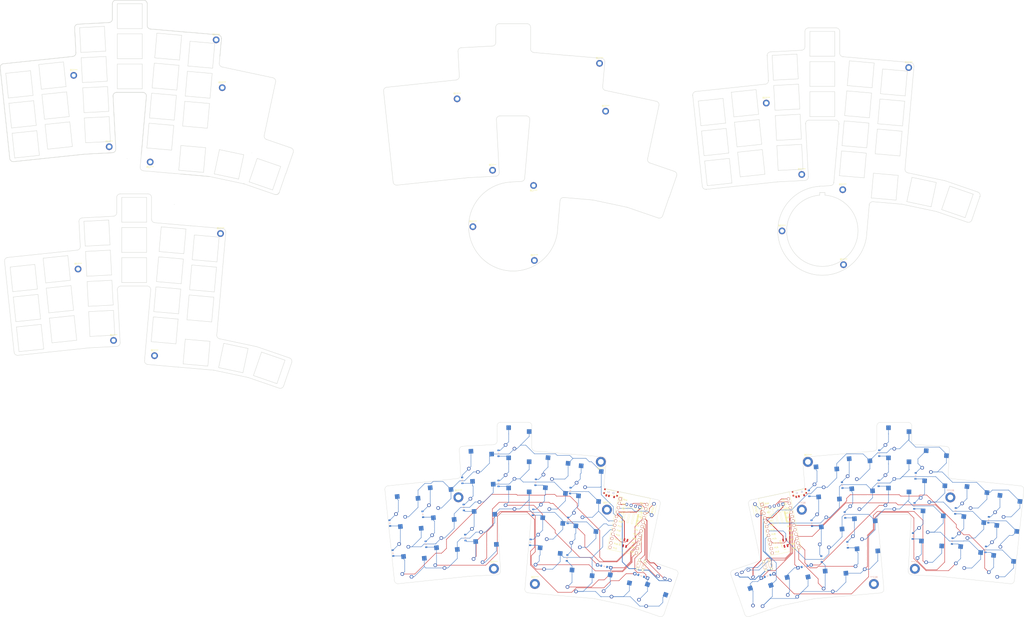
<source format=kicad_pcb>
(kicad_pcb (version 20211014) (generator pcbnew)
  (title_block (title "skyline_pcb") (rev "v1.0.0") (company "Unknown"))
  (layers (0 "F.Cu" signal) (31 "B.Cu" signal) (34 "B.Paste" user) (35 "F.Paste" user) (36 "B.SilkS" user "B.Silkscreen") (37 "F.SilkS" user "F.Silkscreen") (38 "B.Mask" user) (39 "F.Mask" user) (44 "Edge.Cuts" user))
  (net 0 "")
  (net 1 "P4")
  (net 2 "P19")
  (net 3 "P20")
  (net 4 "P21")
  (net 5 "P5")
  (net 6 "P6")
  (net 7 "P18")
  (net 8 "P7")
  (net 9 "P8")
  (net 10 "P9")
  (net 11 "RAW")
  (net 12 "GND")
  (net 13 "RST")
  (net 14 "VCC")
  (net 15 "P15")
  (net 16 "P14")
  (net 17 "P16")
  (net 18 "P10")
  (net 19 "P1")
  (net 20 "P0")
  (net 21 "P2")
  (net 22 "P3")
  (net 23 "undefined")
  (footprint "E73:SPDT_C128955" (layer "F.Cu") (at 154.438985 116.42349 -12)
    (fp_text reference "T1" hide)
    (fp_text value "" hide)
  )
  (footprint "PG1350" (layer "F.Cu") (at 258.153291 169.404597 12)
    (fp_text reference "S43" hide)
    (fp_text value "" hide)
  )
  (footprint "PG1350" (layer "F.Cu") (at 237.938481 174.947307 19)
    (fp_text reference "S45" hide)
    (fp_text value "" hide)
  )
  (footprint "MountingHole:MountingHole_2.2mm_M2_DIN965_Pad_TopBottom" (layer "F.Cu") (at -105.219025 -69.976855 180)
    (fp_text reference "REF**")
    (fp_text value "MountingHole_2.2mm_M2_DIN965_Pad_TopBottom")
  )
  (footprint "PG1350" (layer "F.Cu") (at 81.776256 149.840375 3)
    (fp_text reference "S13" hide)
    (fp_text value "" hide)
  )
  (footprint "MountingHole:MountingHole_3.2mm_M3_DIN965_Pad_TopBottom" (layer "F.Cu") (at 148.715461 99.109619 180)
    (fp_text reference "REF**")
    (fp_text value "MountingHole_3.2mm_M3_DIN965_Pad_TopBottom")
  )
  (footprint "PG1350" (layer "F.Cu") (at 176.167699 174.915647 -19)
    (fp_text reference "S45" hide)
    (fp_text value "" hide)
  )
  (footprint "kbd:R" (layer "F.Cu") (at 169.905022 156.904228 74.5)
    (fp_text reference "**")
    (fp_text value "R" hide)
  )
  (footprint "PG1350" (layer "F.Cu") (at 100.040745 85.793307 180)
    (fp_text reference "S26" hide)
    (fp_text value "" hide)
  )
  (footprint "PG1350" (layer "F.Cu") (at 334.999058 98.941928 -3)
    (fp_text reference "S19" hide)
    (fp_text value "" hide)
  )
  (footprint "MountingHole:MountingHole_2.2mm_M2_DIN965_Pad_TopBottom" (layer "F.Cu") (at -102.77476 39.251859)
    (fp_text reference "REF**")
    (fp_text value "MountingHole_2.2mm_M2_DIN965_Pad_TopBottom")
  )
  (footprint "ComboDiode" (layer "F.Cu") (at 111.978295 110.648139 85)
    (fp_text reference "D12" hide)
    (fp_text value "" hide)
  )
  (footprint "PG1350" (layer "F.Cu") (at 372.692689 158.112341 -6)
    (fp_text reference "S1" hide)
    (fp_text value "" hide)
  )
  (footprint "ComboDiode" (layer "F.Cu") (at 72.343735 141.823047 93)
    (fp_text reference "D5" hide)
    (fp_text value "" hide)
  )
  (footprint "MountingHole:MountingHole_3.2mm_M3_DIN965_Pad_TopBottom" (layer "F.Cu") (at 68.450745 119.133307)
    (fp_text reference "REF**")
    (fp_text value "MountingHole_3.2mm_M3_DIN965_Pad_TopBottom")
  )
  (footprint "PG1350" (layer "F.Cu") (at 357.664326 119.32899 -6)
    (fp_text reference "S11" hide)
    (fp_text value "" hide)
  )
  (footprint "ComboDiode" (layer "F.Cu") (at 266.069491 116.896405 95)
    (fp_text reference "D14" hide)
    (fp_text value "" hide)
  )
  (footprint "MountingHole:MountingHole_2.2mm_M2_DIN965_Pad_TopBottom" (layer "F.Cu") (at 76.611794 -33.485077)
    (fp_text reference "REF**")
    (fp_text value "MountingHole_2.2mm_M2_DIN965_Pad_TopBottom")
  )
  (footprint "PG1350" (layer "F.Cu") (at 135.213272 166.335107 175)
    (fp_text reference "S42" hide)
    (fp_text value "" hide)
  )
  (footprint "ComboDiode" (layer "F.Cu") (at 50.156633 145.598395 96)
    (fp_text reference "D3" hide)
    (fp_text value "" hide)
  )
  (footprint "PG1350" (layer "F.Cu") (at 275.232367 124.526589 5)
    (fp_text reference "S37" hide)
    (fp_text value "" hide)
  )
  (footprint "PG1350" (layer "F.Cu") (at 120.203223 119.900196 -5)
    (fp_text reference "S31" hide)
    (fp_text value "" hide)
  )
  (footprint "MountingHole:MountingHole_2.2mm_M2_DIN965_Pad_TopBottom" (layer "F.Cu") (at 111.260245 -14.447466)
    (fp_text reference "REF**")
    (fp_text value "MountingHole_2.2mm_M2_DIN965_Pad_TopBottom")
  )
  (footprint "PG1350" (layer "F.Cu") (at 314.065435 102.824967)
    (fp_text reference "S23" hide)
    (fp_text value "" hide)
  )
  (footprint "PG1350" (layer "F.Cu") (at 121.684871 102.964886 175)
    (fp_text reference "S34" hide)
    (fp_text value "" hide)
  )
  (footprint "PG1350" (layer "F.Cu") (at 140.355461 107.559619 175)
    (fp_text reference "S40" hide)
    (fp_text value "" hide)
  )
  (footprint "PG1350" (layer "F.Cu") (at 100.040745 119.793307 180)
    (fp_text reference "S22" hide)
    (fp_text value "" hide)
  )
  (footprint "kbd:R" (layer "F.Cu") (at 244.201158 156.935888 105.5)
    (fp_text reference "**")
    (fp_text value "R" hide)
  )
  (footprint "ComboDiode" (layer "F.Cu") (at 48.379649 128.691522 96)
    (fp_text reference "D4" hide)
    (fp_text value "" hide)
  )
  (footprint "PG1350" (layer "F.Cu") (at 355.887342 136.235862 174)
    (fp_text reference "S10" hide)
    (fp_text value "" hide)
  )
  (footprint "ComboDiode" (layer "F.Cu") (at 71.454023 124.846345 93)
    (fp_text reference "D6" hide)
    (fp_text value "" hide)
  )
  (footprint "PG1350" (layer "F.Cu") (at 117.239928 153.770816 175)
    (fp_text reference "S28" hide)
    (fp_text value "" hide)
  )
  (footprint "PG1350" (layer "F.Cu") (at 357.664326 119.32899 174)
    (fp_text reference "S12" hide)
    (fp_text value "" hide)
  )
  (footprint "PG1350" (layer "F.Cu") (at 39.636507 141.173809 -174)
    (fp_text reference "S4" hide)
    (fp_text value "" hide)
  )
  (footprint "Connector_PinHeader_2.54mm:PinHeader_1x04_P2.54mm_Horizontal" (layer "F.Cu") (at 251.38442 122.979956 -78)
    (fp_text reference "REF**")
    (fp_text value "PinHeader_1x04_P2.54mm_Horizontal")
  )
  (footprint "PG1350" (layer "F.Cu") (at 140.355461 107.559619 -5)
    (fp_text reference "S39" hide)
    (fp_text value "" hide)
  )
  (footprint "PG1350" (layer "F.Cu") (at 372.692689 158.112341 174)
    (fp_text reference "S2" hide)
    (fp_text value "" hide)
  )
  (footprint "PG1350" (layer "F.Cu") (at 58.218838 136.204202 -174)
    (fp_text reference "S10" hide)
    (fp_text value "" hide)
  )
  (footprint "ComboDiode" (layer "F.Cu") (at 365.564656 148.496368 84)
    (fp_text reference "D1" hide)
    (fp_text value "" hide)
  )
  (footprint "PG1350" (layer "F.Cu") (at 79.107122 98.910268 3)
    (fp_text reference "S19" hide)
    (fp_text value "" hide)
  )
  (footprint "ComboDiode" (layer "F.Cu") (at 263.524842 158.08607 12)
    (fp_text reference "D16" hide)
    (fp_text value "" hide)
  )
  (footprint "ProMicro" (layer "F.Cu") (at 164.228737 135.247868 -102)
    (fp_text reference "MCU1" hide)
    (fp_text value "" hide)
  )
  (footprint "PG1350" (layer "F.Cu") (at 376.246657 124.298597 -6)
    (fp_text reference "S5" hide)
    (fp_text value "" hide)
  )
  (footprint "PG1350" (layer "F.Cu") (at 100.040745 119.793307)
    (fp_text reference "S21" hide)
    (fp_text value "" hide)
  )
  (footprint "PG1350" (layer "F.Cu") (at 276.714015 141.461899 5)
    (fp_text reference "S35" hide)
    (fp_text value "" hide)
  )
  (footprint "PG1350" (layer "F.Cu") (at 100.040745 85.793307)
    (fp_text reference "S25" hide)
    (fp_text value "" hide)
  )
  (footprint "MountingHole:MountingHole_2.2mm_M2_DIN965_Pad_TopBottom" (layer "F.Cu") (at 322.195268 -123.230339)
    (fp_text reference "REF**")
    (fp_text value "MountingHole_2.2mm_M2_DIN965_Pad_TopBottom")
  )
  (footprint "PG1350" (layer "F.Cu") (at 100.040745 102.793307)
    (fp_text reference "S23" hide)
    (fp_text value "" hide)
  )
  (footprint "PG1350" (layer "F.Cu") (at 314.065435 119.824967 180)
    (fp_text reference "S22" hide)
    (fp_text value "" hide)
  )
  (footprint "MountingHole:MountingHole_2.2mm_M2_DIN965_Pad_TopBottom" (layer "F.Cu") (at 67.725696 -105.586763)
    (fp_text reference "REF**")
    (fp_text value "MountingHole_2.2mm_M2_DIN965_Pad_TopBottom")
  )
  (footprint "PG1350" (layer "F.Cu") (at 39.636507 141.173809 6)
    (fp_text reference "S3" hide)
    (fp_text value "" hide)
  )
  (footprint "PG1350" (layer "F.Cu") (at 314.065435 102.824967 180)
    (fp_text reference "S24" hide)
    (fp_text value "" hide)
  )
  (footprint "PG1350" (layer "F.Cu") (at 59.995822 153.111074 6)
    (fp_text reference "S7" hide)
    (fp_text value "" hide)
  )
  (footprint "ComboDiode" (layer "F.Cu") (at 284.715317 112.262517 95)
    (fp_text reference "D12" hide)
    (fp_text value "" hide)
  )
  (footprint "kbd:ResetSW_1side" (layer "F.Cu") (at 236.233296 126.172835 102)
    (fp_text reference "RSW1" hide)
    (fp_text value "SW_PUSH")
  )
  (footprint "LED_SMD:LED_SK6812MINI_PLCC4_3.5x3.5mm_P1.75mm" (layer "F.Cu") (at 162.466027 144.931996 78)
    (fp_text reference "REF**")
    (fp_text value "LED_SK6812MINI_PLCC4_3.5x3.5mm_P1.75mm")
  )
  (footprint "PG1350" (layer "F.Cu") (at 138.873813 124.494929 -5)
    (fp_text reference "S37" hide)
    (fp_text value "" hide)
  )
  (footprint "PG1350" (layer "F.Cu") (at 314.065435 85.824967)
    (fp_text reference "S25" hide)
    (fp_text value "" hide)
  )
  (footprint "PG1350" (layer "F.Cu") (at 258.153291 169.404597 -168)
    (fp_text reference "S44" hide)
    (fp_text value "" hide)
  )
  (footprint "PG1350" (layer "F.Cu") (at 314.065435 85.824967 180)
    (fp_text reference "S26" hide)
    (fp_text value "" hide)
  )
  (footprint "MountingHole:MountingHole_2.2mm_M2_DIN965_Pad_TopBottom" (layer "F.Cu") (at 241.930552 -103.206651)
    (fp_text reference "REF**")
    (fp_text value "MountingHole_2.2mm_M2_DIN965_Pad_TopBottom")
  )
  (footprint "ComboDiode" (layer "F.Cu") (at 91.040745 94.293307 90)
    (fp_text reference "D9" hide)
    (fp_text value "" hide)
  )
  (footprint "PG1350" (layer "F.Cu") (at 273.750719 107.591279 5)
    (fp_text reference "S39" hide)
    (fp_text value "" hide)
  )
  (footprint "PG1350" (layer "F.Cu") (at 314.065435 119.824967)
    (fp_text reference "S21" hide)
    (fp_text value "" hide)
  )
  (footprint "ComboDiode" (layer "F.Cu") (at 305.254738 111.209746 90)
    (fp_text reference "D8" hide)
    (fp_text value "" hide)
  )
  (footprint "PG1350" (layer "F.Cu") (at 334.109347 115.91863 177)
    (fp_text reference "S18" hide)
    (fp_text value "" hide)
  )
  (footprint "MountingHole:MountingHole_3.2mm_M3_DIN965_Pad_TopBottom" (layer "F.Cu") (at 152.140745 126.093307)
    (fp_text reference "REF**")
    (fp_text value "MountingHole_3.2mm_M3_DIN965_Pad_TopBottom")
  )
  (footprint "MountingHole:MountingHole_2.2mm_M2_DIN965_Pad_TopBottom" (layer "F.Cu") (at -65.600044 -29.631829)
    (fp_text reference "REF**")
    (fp_text value "MountingHole_2.2mm_M2_DIN965_Pad_TopBottom")
  )
  (footprint "PG1350" (layer "F.Cu") (at 354.110358 153.142734 174)
    (fp_text reference "S8" hide)
    (fp_text value "" hide)
  )
  (footprint "kbd:R" (layer "F.Cu") (at 172.976665 157.736131 74.5)
    (fp_text reference "**")
    (fp_text value "R" hide)
  )
  (footprint "PG1350" (layer "F.Cu") (at 332.329924 149.872035 177)
    (fp_text reference "S14" hide)
    (fp_text value "" hide)
  )
  (footprint "PG1350" (layer "F.Cu") (at 334.109347 115.91863 -3)
    (fp_text reference "S17" hide)
    (fp_text value "" hide)
  )
  (footprint "PG1350" (layer "F.Cu") (at 155.952889 169.372937 -12)
    (fp_text reference "S43" hide)
    (fp_text value "" hide)
  )
  (footprint "PG1350" (layer "F.Cu") (at 292.421309 102.996546 -175)
    (fp_text reference "S34" hide)
    (fp_text value "" hide)
  )
  (footprint "PG1350" (layer "F.Cu") (at 117.239928 153.770816 -5)
    (fp_text reference "S27" hide)
    (fp_text value "" hide)
  )
  (footprint "MountingHole:MountingHole_2.2mm_M2_DIN965_Pad_TopBottom" (layer "F.Cu") (at 285.020552 -54.346651)
    (fp_text reference "REF**")
    (fp_text value "MountingHole_2.2mm_M2_DIN965_Pad_TopBottom")
  )
  (footprint "PG1350" (layer "F.Cu") (at 79.996833 115.88697 3)
    (fp_text reference "S17" hide)
    (fp_text value "" hide)
  )
  (footprint "ComboDiode" (layer "F.Cu") (at 131.487538 115.338721 85)
    (fp_text reference "D14" hide)
    (fp_text value "" hide)
  )
  (footprint "ComboDiode" (layer "F.Cu") (at 326.064703 107.058681 87)
    (fp_text reference "D7" hide)
    (fp_text value "" hide)
  )
  (footprint "MountingHole:MountingHole_2.2mm_M2_DIN965_Pad_TopBottom" (layer "F.Cu") (at 261.920552 -62.946651)
    (fp_text reference "REF**")
    (fp_text value "MountingHole_2.2mm_M2_DIN965_Pad_TopBottom")
  )
  (footprint "PG1350" (layer "F.Cu") (at 293.902957 119.931856 5)
    (fp_text reference "S31" hide)
    (fp_text value "" hide)
  )
  (footprint "PG1350" (layer "F.Cu") (at 293.902957 119.931856 -175)
    (fp_text reference "S32" hide)
    (fp_text value "" hide)
  )
  (footprint "PG1350" (layer "F.Cu") (at 100.040745 102.793307 180)
    (fp_text reference "S24" hide)
    (fp_text value "" hide)
  )
  (footprint "ComboDiode" (layer "F.Cu") (at 150.581338 158.05441 168)
    (fp_text reference "D16" hide)
    (fp_text value "" hide)
  )
  (footprint "PG1350" (layer "F.Cu") (at 295.384604 136.867166 -175)
    (fp_text reference "S30" hide)
    (fp_text value "" hide)
  )
  (footprint "PG1350" (layer "F.Cu") (at 296.866252 153.802476 5)
    (fp_text reference "S27" hide)
    (fp_text value "" hide)
  )
  (footprint "MountingHole:MountingHole_2.2mm_M2_DIN965_Pad_TopBottom" (layer "F.Cu") (at -68.044309 -138.860543)
    (fp_text reference "REF**")
    (fp_text value "MountingHole_2.2mm_M2_DIN965_Pad_TopBottom")
  )
  (footprint "ComboDiode" (layer "F.Cu") (at 242.658705 163.457935 19)
    (fp_text reference "D17" hide)
    (fp_text value "" hide)
  )
  (footprint "MountingHole:MountingHole_2.2mm_M2_DIN965_Pad_TopBottom" (layer "F.Cu") (at -128.319025 -78.576855)
    (fp_text reference "REF**")
    (fp_text value "MountingHole_2.2mm_M2_DIN965_Pad_TopBottom")
  )
  (footprint "PG1350" (layer "F.Cu") (at 80.886545 132.863672 3)
    (fp_text reference "S15" hide)
    (fp_text value "" hide)
  )
  (footprint "PG1350" (layer "F.Cu") (at 56.441854 119.29733 -174)
    (fp_text reference "S12" hide)
    (fp_text value "" hide)
  )
  (footprint "LED_SMD:LED_SK6812MINI_PLCC4_3.5x3.5mm_P1.75mm" (layer "F.Cu") (at 252.666855 144.848301 102)
    (fp_text reference "REF**")
    (fp_text value "LED_SK6812MINI_PLCC4_3.5x3.5mm_P1.75mm")
  )
  (footprint "PG1350" (layer "F.Cu") (at 41.413491 158.080681 -174)
    (fp_text reference "S2" hide)
    (fp_text value "" hide)
  )
  (footprint "MountingHole:MountingHole_3.2mm_M3_DIN965_Pad_TopBottom" (layer "F.Cu") (at 88.440745 159.393307)
    (fp_text reference "REF**")
    (fp_text value "MountingHole_3.2mm_M3_DIN965_Pad_TopBottom")
  )
  (footprint "PG1350" (layer "F.Cu") (at 374.469673 141.205469 -6)
    (fp_text reference "S3" hide)
    (fp_text value "" hide)
  )
  (footprint "PG1350" (layer "F.Cu") (at 296.866252 153.802476 -175)
    (fp_text reference "S28" hide)
    (fp_text value "" hide)
  )
  (footprint "MountingHole:MountingHole_2.2mm_M2_DIN965_Pad_TopBottom" (layer "F.Cu") (at 285.465101 -12.067354)
    (fp_text reference "REF**")
    (fp_text value "MountingHole_2.2mm_M2_DIN965_Pad_TopBottom")
  )
  (footprint "PG1350" (layer "F.Cu") (at 276.714015 141.461899 -175)
    (fp_text reference "S36" hide)
    (fp_text value "" hide)
  )
  (footprint "E73:SPDT_C128955" (layer "F.Cu") (at 260.606851 116.352272 12)
    (fp_text reference "T1" hide)
    (fp_text value "" hide)
  )
  (footprint "PG1350" (layer "F.Cu") (at 118.721576 136.835506 -5)
    (fp_text reference "S29" hide)
    (fp_text value "" hide)
  )
  (footprint "PG1350" (layer "F.Cu") (at 81.776256 149.840375 -177)
    (fp_text reference "S14" hide)
    (fp_text value "" hide)
  )
  (footprint "PG1350" (layer "F.Cu") (at 37.859523 124.266937 6)
    (fp_text reference "S5" hide)
    (fp_text value "" hide)
  )
  (footprint "PG1350" (layer "F.Cu") (at 79.996833 115.88697 -177)
    (fp_text reference "S18" hide)
    (fp_text value "" hide)
  )
  (footprint "PG1350" (layer "F.Cu") (at 138.873813 124.494929 175)
    (fp_text reference "S38" hide)
    (fp_text value "" hide)
  )
  (footprint "MountingHole:MountingHole_2.2mm_M2_DIN965_Pad_TopBottom" (layer "F.Cu") (at 151.415696 -98.626763)
    (fp_text reference "REF**")
    (fp_text value "MountingHole_2.2mm_M2_DIN965_Pad_TopBottom")
  )
  (footprint "ComboDiode" (layer "F.Cu") (at 70.628355 109.573114 93)
    (fp_text reference "D7" hide)
    (fp_text value "" hide)
  )
  (footprint "MountingHole:MountingHole_2.2mm_M2_DIN965_Pad_TopBottom" (layer "F.Cu") (at 110.815696 -56.726763 180)
    (fp_text reference "REF**")
    (fp_text value "MountingHole_2.2mm_M2_DIN965_Pad_TopBottom")
  )
  (footprint "ComboDiode" (layer "F.Cu") (at 286.27049 129.085964 95)
    (fp_text reference "D11" hide)
    (fp_text value "" hide)
  )
  (footprint "MountingHole:MountingHole_2.2mm_M2_DIN965_Pad_TopBottom" (layer "F.Cu") (at -125.87476 30.651859)
    (fp_text reference "REF**")
    (fp_text value "MountingHole_2.2mm_M2_DIN965_Pad_TopBottom")
  )
  (footprint "PG1350" (layer "F.Cu") (at 58.218838 136.204202 6)
    (fp_text reference "S9" hide)
    (fp_text value "" hide)
  )
  (footprint "ComboDiode" (layer "F.Cu") (at 130.114775 132.177954 85)
    (fp_text reference "D13" hide)
    (fp_text value "" hide)
  )
  (footprint "TRRS-PJ-320A-dual" (layer "F.Cu") (at 190.572891 166.867018 -109)
    (fp_text reference "REF**")
    (fp_text value "TRRS-PJ-320A-dual")
  )
  (footprint "PG1350" (layer "F.Cu") (at 278.892908 166.366767 5)
    (fp_text reference "S41" hide)
    (fp_text value "" hide)
  )
  (footprint "MountingHole:MountingHole_2.2mm_M2_DIN965_Pad_TopBottom" (layer "F.Cu") (at -145.86476 -9.608141)
    (fp_text reference "REF**")
    (fp_text value "MountingHole_2.2mm_M2_DIN965_Pad_TopBottom")
  )
  (footprint "ComboDiode" (layer "F.Cu") (at 110.496647 127.583449 85)
    (fp_text reference "D11" hide)
    (fp_text value "" hide)
  )
  (footprint "MountingHole:MountingHole_2.2mm_M2_DIN965_Pad_TopBottom" (layer "F.Cu") (at 147.990412 -125.610451)
    (fp_text reference "REF**")
    (fp_text value "MountingHole_2.2mm_M2_DIN965_Pad_TopBottom")
  )
  (footprint "PG1350" (layer "F.Cu") (at 56.441854 119.29733 6)
    (fp_text reference "S11" hide)
    (fp_text value "" hide)
  )
  (footprint "PG1350" (layer "F.Cu") (at 273.750719 107.591279 -175)
    (fp_text reference "S40" hide)
    (fp_text value "" hide)
  )
  (footprint "PG1350" (layer "F.Cu") (at 80.886545 132.863672 -177)
    (fp_text reference "S16" hide)
    (fp_text value "" hide)
  )
  (footprint "TRRS-PJ-320A-dual" (layer "F.Cu") (at 222.282596 163.455327 109)
    (fp_text reference "REF**")
    (fp_text value "TRRS-PJ-320A-dual")
  )
  (footprint "ComboDiode" (layer "F.Cu") (at 348.548808 126.809998 84)
    (fp_text reference "D4" hide)
    (fp_text value "" hide)
  )
  (footprint "kbd:ResetSW_1side" (layer "F.Cu") (at 177.980185 125.96139 -102)
    (fp_text reference "RSW1" hide)
    (fp_text value "SW_PUSH")
  )
  (footprint "PG1350" (layer "F.Cu") (at 79.107122 98.910268 -177)
    (fp_text reference "S20" hide)
    (fp_text value "" hide)
  )
  (footprint "PG1350" (layer "F.Cu") (at 59.995822 153.111074 -174)
    (fp_text reference "S8" hide)
    (fp_text value "" hide)
  )
  (footprint "ComboDiode" (layer "F.Cu") (at 325.393949 123.976586 87)
    (fp_text reference "D6" hide)
    (fp_text value "" hide)
  )
  (footprint "PG1350" (layer "F.Cu") (at 275.232367 124.526589 -175)
    (fp_text reference "S38" hide)
    (fp_text value "" hide)
  )
  (footprint "ProMicro" (layer "F.Cu") (at 249.877443 135.279528 -78)
    (fp_text reference "MCU1" hide)
    (fp_text value "" hide)
  )
  (footprint "ComboDiode" (layer "F.Cu") (at 273.075143 153.936928 95)
    (fp_text reference "D15" hide)
    (fp_text value "" hide)
  )
  (footprint "ComboDiode" (layer "F.Cu") (at 367.180862 131.803389 84)
    (fp_text reference "D2" hide)
    (fp_text value "" hide)
  )
  (footprint "ComboDiode" (layer "F.Cu") (at 109.014999 144.518759 85)
    (fp_text reference "D10" hide)
    (fp_text value "" hide)
  )
  (footprint "PG1350" (layer "F.Cu") (at 37.859523 124.266937 -174)
    (fp_text reference "S6" hide)
    (fp_text value "" hide)
  )
  (footprint "PG1350" (layer "F.Cu") (at 41.413491 158.080681 6)
    (fp_text reference "S1" hide)
    (fp_text value "" hide)
  )
  (footprint "PG1350" (layer "F.Cu") (at 237.938481 174.947307 -161)
    (fp_text reference "S46" hide)
    (fp_text value "" hide)
  )
  (footprint "PG1350" (layer "F.Cu") (at 137.392165 141.430239 -5)
    (fp_text reference "S35" hide)
    (fp_text value "" hide)
  )
  (footprint "PG1350" (layer "F.Cu") (at 295.384604 136.867166 5)
    (fp_text reference "S29" hide)
    (fp_text value "" hide)
  )
  (footprint "MountingHole:MountingHole_2.2mm_M2_DIN965_Pad_TopBottom" (layer "F.Cu") (at 250.81665 -31.104965)
    (fp_text reference "REF**")
    (fp_text value "MountingHole_2.2mm_M2_DIN965_Pad_TopBottom")
  )
  (footprint "PG1350" (layer "F.Cu") (at 278.892908 166.366767 -175)
    (fp_text reference "S42" hide)
    (fp_text value "" hide)
  )
  (footprint "Connector_PinHeader_2.54mm:PinHeader_1x04_P2.54mm_Horizontal" (layer "F.Cu") (at 170.726535 124.725667 -102)
    (fp_text reference "REF**")
    (fp_text value "PinHeader_1x04_P2.54mm_Horizontal")
  )
  (footprint "PG1350" (layer "F.Cu") (at 333.219635 132.895332 -3)
    (fp_text reference "S15" hide)
    (fp_text value "" hide)
  )
  (footprint "ComboDiode" (layer "F.Cu") (at 305.569445 94.239829 90)
    (fp_text reference "D9" hide)
    (fp_text value "" hide)
  )
  (footprint "PG1350" (layer "F.Cu") (at 292.421309 102.996546 5)
    (fp_text reference "S33" hide)
    (fp_text value "" hide)
  )
  (footprint "ComboDiode" (layer "F.Cu") (at 346.709018 143.801091 84)
    (fp_text reference "D3" hide)
    (fp_text value "" hide)
  )
  (footprint "ComboDiode" (layer "F.Cu") (at 91.040745 111.293307 90)
    (fp_text reference "D8" hide)
    (fp_text value "" hide)
  )
  (footprint "PG1350" (layer "F.Cu") (at 137.392165 141.430239 175)
    (fp_text reference "S36" hide)
    (fp_text value "" hide)
  )
  (footprint "PG1350" (layer "F.Cu") (at 176.167699 174.915647 161)
    (fp_text reference "S46" hide)
    (fp_text value "" hide)
  )
  (footprint "MountingHole:MountingHole_3.2mm_M3_DIN965_Pad_TopBottom" (layer "F.Cu") (at 111.540745 167.993307)
    (fp_text reference "REF**")
    (fp_text value "MountingHole_3.2mm_M3_DIN965_Pad_TopBottom")
  )
  (footprint "MountingHole:MountingHole_2.2mm_M2_DIN965_Pad_TopBottom" (layer "F.Cu") (at 87.715696 -65.326763)
    (fp_text reference "REF**")
    (fp_text value "MountingHole_2.2mm_M2_DIN965_Pad_TopBottom")
  )
  (footprint "ComboDiode" (layer "F.Cu") (at 171.447475 163.426275 161)
    (fp_text reference "D17" hide)
    (fp_text value "" hide)
  )
  (footprint "PG1350" (layer "F.Cu") (at 120.203223 119.900196 175)
    (fp_text reference "S32" hide)
    (fp_text value "" hide)
  )
  (footprint "PG1350" (layer "F.Cu") (at 376.246657 124.298597 174)
    (fp_text reference "S6" hide)
    (fp_text value "" hide)
  )
  (footprint "PG1350" (layer "F.Cu") (at 118.721576 136.835506 175)
    (fp_text reference "S30" hide)
    (fp_text value "" hide)
  )
  (footprint "PG1350" (layer "F.Cu") (at 121.684871 102.964886 -5)
    (fp_text reference "S33" hide)
    (fp_text value "" hide)
  )
  (footprint "MountingHole:MountingHole_3.2mm_M3_DIN965_Pad_TopBottom" (layer "F.Cu") (at 265.390719 99.141279)
    (fp_text reference "REF**")
    (fp_text value "MountingHole_3.2mm_M3_DIN965_Pad_TopBottom")
  )
  (footprint "ComboDiode" (layer "F.Cu") (at 267.560056 133.739782 95)
    (fp_text reference "D13" hide)
    (fp_text value "" hide)
  )
  (footprint "ComboDiode" (layer "F.Cu") (at 324.499611 140.969018 87)
    (fp_text reference "D5" hide)
    (fp_text value "" hide)
  )
  (footprint "PG1350" (layer "F.Cu") (at 155.952889 169.372937 168)
    (fp_text reference "S44" hide)
    (fp_text value "" hide)
  )
  (footprint "kbd:R" (layer "F.Cu") (at 241.129515 157.767791 105.5)
    (fp_text reference "**")
    (fp_text value "R" hide)
  )
  (footprint "ComboDiode" (layer "F.Cu") (at 129.696415 153.314917 85)
    (fp_text reference "D15" hide)
    (fp_text value "" hide)
  )
  (footprint "MountingHole:MountingHole_2.2mm_M2_DIN965_Pad_TopBottom" (layer "F.Cu") (at -64.619025 -111.876855)
    (fp_text reference "REF**")
    (fp_text value "MountingHole_2.2mm_M2_DIN965_Pad_TopBottom")
  )
  (footprint "PG1350" (layer "F.Cu") (at 374.469673 141.205469 174)
    (fp_text reference "S4" hide)
    (fp_text value "" hide)
  )
  (footprint "PG1350" (layer "F.Cu") (at 334.999058 98.941928 177)
    (fp_text reference "S20" hide)
    (fp_text value "" hide)
  )
  (footprint "PG1350" (layer "F.Cu") (at 354.110358 153.142734 -6)
    (fp_text reference "S7" hide)
    (fp_text value "" hide)
  )
  (footprint "MountingHole:MountingHole_2.2mm_M2_DIN965_Pad_TopBottom" (layer "F.Cu") (at -148.309025 -118.836855)
    (fp_text reference "REF**")
    (fp_text value "MountingHole_2.2mm_M2_DIN965_Pad_TopBottom")
  )
  (footprint "PG1350" (layer "F.Cu") (at 135.213272 166.335107 -5)
    (fp_text reference "S41" hide)
    (fp_text value "" hide)
  )
  (footprint "PG1350" (layer "F.Cu") (at 332.329924 149.872035 -3)
    (fp_text reference "S13" hide)
    (fp_text value "" hide)
  )
  (footprint "PG1350" (layer "F.Cu") (at 355.887342 136.235862 -6)
    (fp_text reference "S9" hide)
    (fp_text value "" hide)
  )
  (footprint "ComboDiode" (layer "F.Cu") (at 287.743933 145.946632 95)
    (fp_text reference "D10" hide)
    (fp_text value "" hide)
  )
  (footprint "ComboDiode" (layer "F.Cu") (at 29.797318 133.661129 96)
    (fp_text reference "D2" hide)
    (fp_text value "" hide)
  )
  (footprint "PG1350" (layer "F.Cu") (at 333.219635 132.895332 177)
    (fp_text reference "S16" hide)
    (fp_text value "" hide)
  )
  (footprint "ComboDiode" (layer "F.Cu") (at 31.574302 150.568001 96)
    (fp_text reference "D1" hide)
    (fp_text value "" hide)
  )
  (footprint "MountingHole:MountingHole_3.2mm_M3_DIN965_Pad_TopBottom" (layer "B.Cu") (at 325.665435 159.424967 180)
    (fp_text reference "REF**")
    (fp_text value "MountingHole_3.2mm_M3_DIN965_Pad_TopBottom")
  )
  (footprint "MountingHole:MountingHole_3.2mm_M3_DIN965_Pad_TopBottom" (layer "B.Cu") (at 302.565435 168.024967 180)
    (fp_text reference "REF**")
    (fp_text value "MountingHole_3.2mm_M3_DIN965_Pad_TopBottom")
  )
  (footprint "MountingHole:MountingHole_3.2mm_M3_DIN965_Pad_TopBottom" (layer "B.Cu") (at 345.655435 119.164967 180)
    (fp_text reference "REF**")
    (fp_text value "MountingHole_3.2mm_M3_DIN965_Pad_TopBottom")
  )
  (footprint "MountingHole:MountingHole_3.2mm_M3_DIN965_Pad_TopBottom" (layer "B.Cu") (at 261.965435 126.124967 180)
    (fp_text reference "REF**")
    (fp_text value "MountingHole_3.2mm_M3_DIN965_Pad_TopBottom")
  )
  (gr_arc (start 323.348791 -126.047158) (mid 324.706563 -125.340344) (end 325.166869 -123.880457) (layer "Edge.Cuts") (width 0.2))
  (gr_arc (start -124.600315 -77.31161) (mid -125.111257 -75.868653) (end -126.492902 -75.209679) (layer "Edge.Cuts") (width 0.2))
  (gr_line (start -50.060201 35.18653) (end -63.754267 32.275767) (layer "Edge.Cuts") (width 0.2))
  (gr_line (start -102.658352 -128.69531) (end -88.711627 -127.47513) (layer "Edge.Cuts") (width 0.2))
  (gr_arc (start -124.07476 -50.001448) (mid -123.488996 -51.415684) (end -122.07476 -52.001448) (layer "Edge.Cuts") (width 0.2))
  (gr_arc (start -126.162794 -107.12549) (mid -125.616286 -108.606861) (end -124.165535 -109.230162) (layer "Edge.Cuts") (width 0.2))
  (gr_line (start -123.719025 -145.230162) (end -109.719025 -145.230162) (layer "Edge.Cuts") (width 0.2))
  (gr_line (start 298.612498 -30.45299) (end 299.951761 -45.76083) (layer "Edge.Cuts") (width 0.2))
  (gr_arc (start 361.087286 -53.057172) (mid 362.233728 -52.042882) (end 362.327187 -50.514998) (layer "Edge.Cuts") (width 0.2))
  (gr_line (start -66.115762 29.729134) (end -45.439269 34.124059) (layer "Edge.Cuts") (width 0.2))
  (gr_line (start -166.234285 -108.049221) (end -164.770886 -94.125914) (layer "Edge.Cuts") (width 0.2))
  (gr_line (start 300.046303 -94.909616) (end 301.266483 -108.856342) (layer "Edge.Cuts") (width 0.2))
  (gr_arc (start 106.680076 -95.98007) (mid 108.154606 -95.331228) (end 108.672466 -93.805759) (layer "Edge.Cuts") (width 0.2))
  (gr_line (start 226.108396 174.684487) (end 226.202948 174.65193) (layer "Edge.Cuts") (width 0.15))
  (gr_line (start -109.719025 -142.230162) (end -123.719025 -142.230162) (layer "Edge.Cuts") (width 0.2))
  (gr_line (start -80.323317 -28.818589) (end -81.543498 -14.871863) (layer "Edge.Cuts") (width 0.2))
  (gr_line (start -123.223703 11.545061) (end -123.171367 12.543691) (layer "Edge.Cuts") (width 0.2))
  (gr_arc (start -39.673019 -82.674636) (mid -40.762624 -83.580809) (end -40.978177 -84.981496) (layer "Edge.Cuts") (width 0.2))
  (gr_line (start 231.920224 122.943471) (end 238.324587 153.073633) (layer "Edge.Cuts") (width 0.15))
  (gr_line (start -142.49728 -97.803038) (end -128.516467 -98.535742) (layer "Edge.Cuts") (width 0.2))
  (gr_line (start -47.883534 -75.104655) (end -47.873558 -75.133625) (layer "Edge.Cuts") (width 0.2))
  (gr_line (start 316.276532 -62.421431) (end 302.329806 -63.641611) (layer "Edge.Cuts") (width 0.2))
  (gr_arc (start -106.589011 44.22014) (mid -107.946802 43.513337) (end -108.407089 42.053439) (layer "Edge.Cuts") (width 0.2))
  (gr_arc (start -189.74411 -123.174633) (mid -189.309358 -124.642331) (end -187.964123 -125.372734) (layer "Edge.Cuts") (width 0.2))
  (gr_arc (start -109.033276 -65.008574) (mid -110.391036 -65.715384) (end -110.851354 -67.175275) (layer "Edge.Cuts") (width 0.2))
  (gr_line (start -126.162794 -107.12549) (end -125.667968 -97.683653) (layer "Edge.Cuts") (width 0.2))
  (gr_line (start -84.506793 18.998757) (end -70.560067 20.218937) (layer "Edge.Cuts") (width 0.2))
  (gr_line (start -69.427131 47.427412) (end -50.132283 51.528658) (layer "Edge.Cuts") (width 0.2))
  (gr_line (start 108.261621 143.950937) (end 109.397515 130.967618) (layer "Edge.Cuts") (width 0.15))
  (gr_line (start -66.281722 -125.69156) (end -65.072708 -139.510661) (layer "Edge.Cuts") (width 0.2))
  (gr_line (start -144.276703 -131.756442) (end -130.295889 -132.489146) (layer "Edge.Cuts") (width 0.2))
  (gr_arc (start 177.086752 155.348833) (mid 175.997171 154.442643) (end 175.781593 153.041973) (layer "Edge.Cuts") (width 0.15))
  (gr_line (start -150.180299 -3.267471) (end -151.643697 -17.190777) (layer "Edge.Cuts") (width 0.2))
  (gr_line (start 266.520552 -129.599958) (end 280.520552 -129.599958) (layer "Edge.Cuts") (width 0.2))
  (gr_line (start -109.719025 -128.230162) (end -109.719025 -142.230162) (layer "Edge.Cuts") (width 0.2))
  (gr_line (start 266.074042 -93.599958) (end 280.884932 -93.599958) (layer "Edge.Cuts") (width 0.2))
  (gr_line (start -130.295889 -132.489146) (end -131.028593 -146.469959) (layer "Edge.Cuts") (width 0.2))
  (gr_line (start -185.519859 -16.14402) (end -168.31463 -17.952363) (layer "Edge.Cuts") (width 0.2))
  (gr_line (start 358.545113 -51.817271) (end 345.307853 -56.375225) (layer "Edge.Cuts") (width 0.2))
  (gr_line (start -150.84758 -95.589313) (end -152.310978 -109.512619) (layer "Edge.Cuts") (width 0.2))
  (gr_line (start 184.289426 185.115527) (end 187.903232 174.62027) (layer "Edge.Cuts") (width 0.15))
  (gr_line (start -101.695735 -2.531286) (end -87.749009 -1.311106) (layer "Edge.Cuts") (width 0.2))
  (gr_line (start 304.770167 -91.535063) (end 318.716893 -90.314883) (layer "Edge.Cuts") (width 0.2))
  (gr_line (start 280.520552 -126.599958) (end 266.520552 -126.599958) (layer "Edge.Cuts") (width 0.2))
  (gr_arc (start 308.197764 170.879854) (mid 307.737478 172.339753) (end 306.379685 173.046555) (layer "Edge.Cuts") (width 0.15))
  (gr_line (start -123.171367 12.543691) (end -122.15605 31.917104) (layer "Edge.Cuts") (width 0.2))
  (gr_line (start -107.27476 -36.001448) (end -107.27476 -50.001448) (layer "Edge.Cuts") (width 0.2))
  (gr_line (start -165.567004 -15.727379) (end -164.103605 -1.804072) (layer "Edge.Cuts") (width 0.2))
  (gr_line (start 246.852585 -99.149536) (end 260.833399 -99.88224) (layer "Edge.Cuts") (width 0.2))
  (gr_line (start -123.719025 -159.230162) (end -123.719025 -145.230162) (layer "Edge.Cuts") (width 0.2))
  (gr_arc (start 68.229152 -132.340623) (mid 68.740114 -133.783562) (end 70.121739 -134.442554) (layer "Edge.Cuts") (width 0.2))
  (gr_arc (start -66.890786 -141.677362) (mid -65.533008 -140.970549) (end -65.072708 -139.510661) (layer "Edge.Cuts") (width 0.2))
  (gr_line (start 323.865435 78.824967) (end 323.865435 87.44816) (layer "Edge.Cuts") (width 0.15))
  (gr_arc (start 208.076783 -54.546565) (mid 208.076783 -54.546565) (end 208.076783 -54.546565) (layer "Edge.Cuts") (width 0.2))
  (gr_line (start 89.515696 -137.356877) (end 89.515696 -145.98007) (layer "Edge.Cuts") (width 0.2))
  (gr_line (start 144.888374 176.222167) (end 164.183221 180.323413) (layer "Edge.Cuts") (width 0.15))
  (gr_line (start 242.434008 -129.960511) (end 243.16846 -115.946326) (layer "Edge.Cuts") (width 0.2))
  (gr_line (start 187.272735 -50.12055) (end 191.407451 -62.128636) (layer "Edge.Cuts") (width 0.2))
  (gr_line (start -64.981648 -3.38469) (end -65.678894 4.584867) (layer "Edge.Cuts") (width 0.2))
  (gr_line (start 90.240745 87.4165) (end 90.240745 78.793307) (layer "Edge.Cuts") (width 0.15))
  (gr_arc (start 231.920224 122.943471) (mid 232.199181 121.438388) (end 233.460696 120.571353) (layer "Edge.Cuts") (width 0.15))
  (gr_arc (start -142.072239 -74.390456) (mid -142.0201 -74.395248) (end -141.967854 -74.398671) (layer "Edge.Cuts") (width 0.2))
  (gr_line (start 68.954201 92.432754) (end 69.688653 106.446939) (layer "Edge.Cuts") (width 0.15))
  (gr_arc (start -126.519025 -150.606969) (mid -127.068295 -149.230278) (end -128.414353 -148.60971) (layer "Edge.Cuts") (width 0.2))
  (gr_line (start -84.826648 -143.196356) (end -84.82229 -143.246165) (layer "Edge.Cuts") (width 0.2))
  (gr_line (start -108.585304 -93.076337) (end -108.498149 -94.072532) (layer "Edge.Cuts") (width 0.2))
  (gr_line (start -88.010476 1.677478) (end -101.957202 0.457298) (layer "Edge.Cuts") (width 0.2))
  (gr_line (start 225.782276 -75.512145) (end 227.245675 -61.588838) (layer "Edge.Cuts") (width 0.2))
  (gr_line (start -154.087962 -126.419491) (end -168.011269 -124.956093) (layer "Edge.Cuts") (width 0.2))
  (gr_arc (start 323.348791 -126.047158) (mid 323.348791 -126.047158) (end 323.348791 -126.047158) (layer "Edge.Cuts") (width 0.2))
  (gr_line (start 305.412929 -127.566152) (end 305.417287 -127.615961) (layer "Edge.Cuts") (width 0.2))
  (gr_line (start 190.16755 -64.670809) (end 176.361702 -69.424544) (layer "Edge.Cuts") (width 0.2))
  (gr_line (start -73.004332 -89.009777) (end -71.784152 -102.956503) (layer "Edge.Cuts") (width 0.2))
  (gr_arc (start 107.726495 173.014895) (mid 106.368697 172.308087) (end 105.908416 170.848194) (layer "Edge.Cuts") (width 0.15))
  (gr_line (start 239.705583 -76.975543) (end 225.782276 -75.512145) (layer "Edge.Cuts") (width 0.2))
  (gr_line (start 317.235245 -73.379573) (end 318.455425 -87.326299) (layer "Edge.Cuts") (width 0.2))
  (gr_arc (start -126.519025 -159.230162) (mid -125.933261 -160.644398) (end -124.519025 -161.230162) (layer "Edge.Cuts") (width 0.2))
  (gr_line (start 320.19854 -107.250192) (end 321.418721 -121.196918) (layer "Edge.Cuts") (width 0.2))
  (gr_arc (start 321.511945 128.824967) (mid 322.962698 129.448253) (end 323.509204 130.929639) (layer "Edge.Cuts") (width 0.15))
  (gr_arc (start 265.639262 -61.681406) (mid 265.12832 -60.238448) (end 263.746675 -59.579475) (layer "Edge.Cuts") (width 0.2))
  (gr_line (start 340.749899 -43.137965) (end 353.987159 -38.580011) (layer "Edge.Cuts") (width 0.2))
  (gr_arc (start 149.143935 -128.42727) (mid 150.501718 -127.72046) (end 150.962013 -126.260569) (layer "Edge.Cuts") (width 0.2))
  (gr_line (start -49.489678 -58.768169) (end -36.252418 -54.210215) (layer "Edge.Cuts") (width 0.2))
  (gr_line (start -110.247314 -74.079478) (end -108.585304 -93.076337) (layer "Edge.Cuts") (width 0.2))
  (gr_line (start 105.908416 170.848194) (end 108.174466 144.947132) (layer "Edge.Cuts") (width 0.15))
  (gr_line (start -168.762629 1.702136) (end -170.226028 -12.221171) (layer "Edge.Cuts") (width 0.2))
  (gr_arc (start -108.919025 -161.230162) (mid -107.504797 -160.644386) (end -106.919025 -159.230162) (layer "Edge.Cuts") (width 0.2))
  (gr_line (start 318.455425 -87.326299) (end 304.5087 -88.546479) (layer "Edge.Cuts") (width 0.2))
  (gr_line (start 264.623945 -81.054819) (end 265.639262 -61.681406) (layer "Edge.Cuts") (width 0.2))
  (gr_line (start 91.144138 141.338446) (end 92.159455 160.711859) (layer "Edge.Cuts") (width 0.15))
  (gr_line (start -187.299845 -13.945919) (end -181.916629 37.271958) (layer "Edge.Cuts") (width 0.2))
  (gr_line (start 305.844559 143.982597) (end 305.931714 144.978792) (layer "Edge.Cuts") (width 0.15))
  (gr_line (start 239.391997 -79.959109) (end 237.928599 -93.882415) (layer "Edge.Cuts") (width 0.2))
  (gr_line (start 306.265435 76.824967) (end 321.865435 76.824967) (layer "Edge.Cuts") (width 0.15))
  (gr_line (start 281.741428 -78.442328) (end 282.877322 -91.425647) (layer "Edge.Cuts") (width 0.2))
  (gr_line (start 288.801405 -127.011832) (end 287.581225 -113.065106) (layer "Edge.Cuts") (width 0.2))
  (gr_line (start -184.149334 -10.757772) (end -182.685936 3.165534) (layer "Edge.Cuts") (width 0.2))
  (gr_line (start -127.694617 -20.264543) (end -141.67543 -19.53184) (layer "Edge.Cuts") (width 0.2))
  (gr_line (start -148.089729 16.622967) (end -162.013036 18.086365) (layer "Edge.Cuts") (width 0.2))
  (gr_line (start -84.82229 -143.246165) (end -66.890786 -141.677362) (layer "Edge.Cuts") (width 0.2))
  (gr_line (start -81.804965 -11.883279) (end -83.025145 2.063447) (layer "Edge.Cuts") (width 0.2))
  (gr_line (start -141.67543 -19.53184) (end -140.942727 -5.551026) (layer "Edge.Cuts") (width 0.2))
  (gr_arc (start 107.405124 128.793306) (mid 108.879646 129.442138) (end 109.397515 130.967618) (layer "Edge.Cuts") (width 0.15))
  (gr_arc (start 33.871927 -56.926677) (mid 32.40423 -57.361429) (end 31.673827 -58.706664) (layer "Edge.Cuts") (width 0.2))
  (gr_line (start 283.320552 -131.331647) (end 283.320552 -143.599958) (layer "Edge.Cuts") (width 0.2))
  (gr_arc (start -126.519025 -159.230162) (mid -125.93326 -160.644396) (end -124.519025 -161.230162) (layer "Edge.Cuts") (width 0.2))
  (gr_line (start 90.596976 130.897979) (end 91.091802 140.339816) (layer "Edge.Cuts") (width 0.15))
  (gr_arc (start 299.951761 -45.76083) (mid 300.658583 -47.1186) (end 302.118461 -47.578908) (layer "Edge.Cuts") (width 0.2))
  (gr_line (start 284.617929 -79.194487) (end 298.564655 -77.974306) (layer "Edge.Cuts") (width 0.2))
  (gr_line (start -67.692328 27.598528) (end -65.766049 5.581062) (layer "Edge.Cuts") (width 0.2))
  (gr_arc (start 90.596976 130.897979) (mid 91.143479 129.416596) (end 92.594235 128.793307) (layer "Edge.Cuts") (width 0.15))
  (gr_line (start 109.115696 -133.711759) (end 109.115696 -145.98007) (layer "Edge.Cuts") (width 0.2))
  (gr_line (start -140.785719 -2.555138) (end -140.053015 11.425676) (layer "Edge.Cuts") (width 0.2))
  (gr_line (start 315.056351 -48.474705) (end 316.276532 -62.421431) (layer "Edge.Cuts") (width 0.2))
  (gr_line (start -180.908952 20.072406) (end -166.985645 18.609008) (layer "Edge.Cuts") (width 0.2))
  (gr_line (start -128.584328 -37.241245) (end -142.565141 -36.508542) (layer "Edge.Cuts") (width 0.2))
  (gr_line (start 260.990407 -96.886351) (end 247.009593 -96.153648) (layer "Edge.Cuts") (width 0.2))
  (gr_line (start -183.353217 -89.156308) (end -169.42991 -90.619706) (layer "Edge.Cuts") (width 0.2))
  (gr_arc (start 69.688652 106.446939) (mid 69.212205 107.850507) (end 67.900451 108.540654) (layer "Edge.Cuts") (width 0.15))
  (gr_line (start 206.88636 -73.526104) (end 220.809667 -74.989502) (layer "Edge.Cuts") (width 0.2))
  (gr_line (start 337.898342 -42.004593) (end 355.227059 -36.037837) (layer "Edge.Cuts") (width 0.2))
  (gr_line (start 203.645978 -104.356282) (end 205.109376 -90.432976) (layer "Edge.Cuts") (width 0.2))
  (gr_line (start -142.340272 -94.80715) (end -141.607569 -80.826336) (layer "Edge.Cuts") (width 0.2))
  (gr_arc (start 107.115696 -147.98007) (mid 108.529927 -147.394301) (end 109.115696 -145.98007) (layer "Edge.Cuts") (width 0.2))
  (gr_line (start 183.564377 -39.65785) (end 187.178184 -50.153107) (layer "Edge.Cuts") (width 0.2))
  (gr_line (start 266.520552 -126.599958) (end 266.520552 -112.599958) (layer "Edge.Cuts") (width 0.2))
  (gr_line (start -164.770886 -94.125914) (end -150.84758 -95.589313) (layer "Edge.Cuts") (width 0.2))
  (gr_arc (start -32.470344 -52.907942) (mid -33.48464 -51.761491) (end -35.012518 -51.668041) (layer "Edge.Cuts") (width 0.2))
  (gr_line (start 344.417527 106.478599) (end 345.151979 92.464414) (layer "Edge.Cuts") (width 0.15))
  (gr_line (start -71.784152 -102.956503) (end -85.730877 -104.176683) (layer "Edge.Cuts") (width 0.2))
  (gr_line (start -186.593599 -119.986486) (end -185.130201 -106.06318) (layer "Edge.Cuts") (width 0.2))
  (gr_line (start 91.869186 -95.98007) (end 106.680076 -95.98007) (layer "Edge.Cuts") (width 0.2))
  (gr_line (start 28.070597 -112.122642) (end 45.275826 -113.930985) (layer "Edge.Cuts") (width 0.2))
  (gr_arc (start -66.890786 -141.677362) (mid -65.533003 -140.970552) (end -65.072708 -139.510661) (layer "Edge.Cuts") (width 0.2))
  (gr_line (start -101.438172 -142.642036) (end -102.658352 -128.69531) (layer "Edge.Cuts") (width 0.2))
  (gr_line (start -145.361304 -36.362001) (end -144.626852 -22.347817) (layer "Edge.Cuts") (width 0.2))
  (gr_line (start -162.993902 -77.219042) (end -149.070596 -78.68244) (layer "Edge.Cuts") (width 0.2))
  (gr_arc (start 89.871927 -93.875398) (mid 90.418432 -95.356784) (end 91.869186 -95.98007) (layer "Edge.Cuts") (width 0.2))
  (gr_line (start -141.607569 -80.826336) (end -127.626756 -81.55904) (layer "Edge.Cuts") (width 0.2))
  (gr_line (start -66.665031 45.969833) (end -52.970964 48.880597) (layer "Edge.Cuts") (width 0.2))
  (gr_line (start -107.27476 -16.001448) (end -121.27476 -16.001448) (layer "Edge.Cuts") (width 0.2))
  (gr_line (start -187.964124 -125.372734) (end -170.758895 -127.181077) (layer "Edge.Cuts") (width 0.2))
  (gr_line (start -182.37235 6.1491) (end -180.908952 20.072406) (layer "Edge.Cuts") (width 0.2))
  (gr_line (start -71.871396 -61.801302) (end -71.872599 -61.787551) (layer "Edge.Cuts") (width 0.2))
  (gr_line (start 259.943688 -116.858942) (end 259.210984 -130.839755) (layer "Edge.Cuts") (width 0.2))
  (gr_line (start 74.791916 163.624798) (end 90.266868 162.81379) (layer "Edge.Cuts") (width 0.15))
  (gr_line (start 287.319758 -110.076522) (end 286.099577 -96.129796) (layer "Edge.Cuts") (width 0.2))
  (gr_line (start -121.72127 -0.001448) (end -106.91038 -0.001448) (layer "Edge.Cuts") (width 0.2))
  (gr_line (start 202.275453 -109.74253) (end 219.480682 -111.550873) (layer "Edge.Cuts") (width 0.2))
  (gr_line (start -130.138882 -129.493257) (end -144.119695 -128.760554) (layer "Edge.Cuts") (width 0.2))
  (gr_line (start 262.419118 98.544468) (end 263.628132 112.363569) (layer "Edge.Cuts") (width 0.15))
  (gr_line (start 298.564655 -77.974306) (end 299.784836 -91.921032) (layer "Edge.Cuts") (width 0.2))
  (gr_line (start -185.130201 -106.06318) (end -171.206894 -107.526578) (layer "Edge.Cuts") (width 0.2))
  (gr_arc (start 238.324587 153.073633) (mid 238.108998 154.474292) (end 237.019428 155.380493) (layer "Edge.Cuts") (width 0.15))
  (gr_line (start -165.208661 35.51588) (end -166.67206 21.592573) (layer "Edge.Cuts") (width 0.2))
  (gr_arc (start -105.093337 -144.969461) (mid -106.393571 -145.610678) (end -106.919025 -146.961851) (layer "Edge.Cuts") (width 0.2))
  (gr_line (start 221.97368 162.676401) (end 226.108396 174.684487) (layer "Edge.Cuts") (width 0.15))
  (gr_line (start 144.163325 -48.55121) (end 163.458173 -44.449964) (layer "Edge.Cuts") (width 0.2))
  (gr_arc (start 179.920435 -104.233685) (mid 181.181996 -103.366687) (end 181.460907 -101.861566) (layer "Edge.Cuts") (width 0.2))
  (gr_arc (start -147.805569 -145.590715) (mid -147.294606 -147.033653) (end -145.912982 -147.692646) (layer "Edge.Cuts") (width 0.2))
  (gr_line (start -168.011269 -124.956093) (end -166.54787 -111.032786) (layer "Edge.Cuts") (width 0.2))
  (gr_line (start 281.654273 -77.446133) (end 281.741428 -78.442328) (layer "Edge.Cuts") (width 0.2))
  (gr_line (start -141.967854 -74.398671) (end -126.492902 -75.209679) (layer "Edge.Cuts") (width 0.2))
  (gr_line (start 261.72311 -82.905538) (end 260.990407 -96.886351) (layer "Edge.Cuts") (width 0.2))
  (gr_line (start 227.245675 -61.588838) (end 241.168981 -63.052236) (layer "Edge.Cuts") (width 0.2))
  (gr_line (start 280.520552 -95.599958) (end 280.520552 -109.599958) (layer "Edge.Cuts") (width 0.2))
  (gr_arc (start 357.769233 -37.277738) (mid 356.754936 -36.131285) (end 355.227059 -36.037837) (layer "Edge.Cuts") (width 0.2))
  (gr_line (start -52.970964 48.880597) (end -50.060201 35.18653) (layer "Edge.Cuts") (width 0.2))
  (gr_line (start 321.418721 -121.196918) (end 307.471995 -122.417099) (layer "Edge.Cuts") (width 0.2))
  (gr_line (start -122.07476 -52.001448) (end -106.47476 -52.001448) (layer "Edge.Cuts") (width 0.2))
  (gr_arc (start 265.639262 -61.681406) (mid 265.639262 -61.681406) (end 265.639262 -61.681406) (layer "Edge.Cuts") (width 0.2))
  (gr_line (start 318.368181 -46.171098) (end 337.663029 -42.069852) (layer "Edge.Cuts") (width 0.2))
  (gr_arc (start 232.358928 186.387087) (mid 230.831074 186.293614) (end 229.816754 185.147187) (layer "Edge.Cuts") (width 0.15))
  (gr_line (start -102.649072 -35.740747) (end -82.382383 -33.967642) (layer "Edge.Cuts") (width 0.2))
  (gr_line (start -180.595367 23.055972) (end -179.131968 36.979279) (layer "Edge.Cuts") (width 0.2))
  (gr_line (start 305.990347 -105.481789) (end 304.770167 -91.535063) (layer "Edge.Cuts") (width 0.2))
  (gr_arc (start 68.963604 -118.326438) (mid 68.487141 -116.922884) (end 67.175402 -116.232723) (layer "Edge.Cuts") (width 0.2))
  (gr_arc (start 163.458173 -44.449964) (mid 163.576826 -44.420928) (end 163.693486 -44.384706) (layer "Edge.Cuts") (width 0.2))
  (gr_line (start -118.242385 -71.936458) (end -118.239639 -71.884059) (layer "Edge.Cuts") (width 0.2))
  (gr_line (start 301.266483 -108.856342) (end 287.319758 -110.076522) (layer "Edge.Cuts") (width 0.2))
  (gr_line (start -166.985645 18.609008) (end -168.449044 4.685701) (layer "Edge.Cuts") (width 0.2))
  (gr_line (start 261.880118 -79.909649) (end 247.899305 -79.176946) (layer "Edge.Cuts") (width 0.2))
  (gr_line (start -143.468717 -38.463932) (end -125.970088 -39.380996) (layer "Edge.Cuts") (width 0.2))
  (gr_line (start -181.576233 -72.249435) (end -167.652926 -73.712834) (layer "Edge.Cuts") (width 0.2))
  (gr_line (start 323.598066 -105.948953) (end 323.51091 -104.952758) (layer "Edge.Cuts") (width 0.2))
  (gr_line (start -63.754267 32.275767) (end -66.665031 45.969833) (layer "Edge.Cuts") (width 0.2))
  (gr_line (start 232.358928 186.387087) (end 249.687646 180.420331) (layer "Edge.Cuts") (width 0.15))
  (gr_line (start -123.718529 2.103224) (end -123.223703 11.545061) (layer "Edge.Cuts") (width 0.2))
  (gr_line (start 362.303975 166.070018) (end 379.509204 167.87836) (layer "Edge.Cuts") (width 0.15))
  (gr_line (start -106.919025 -146.961851) (end -106.919025 -159.230162) (layer "Edge.Cuts") (width 0.2))
  (gr_arc (start 183.564377 -39.65785) (mid 182.550077 -38.511397) (end 181.022203 -38.417949) (layer "Edge.Cuts") (width 0.2))
  (gr_line (start 320.102984 -65.999982) (end 322.029263 -88.017448) (layer "Edge.Cuts") (width 0.2))
  (gr_line (start -166.54787 -111.032786) (end -152.624564 -112.496185) (layer "Edge.Cuts") (width 0.2))
  (gr_arc (start 124.401187 -32.726782) (mid 81.805087 -15.597064) (end 97.795082 -58.633967) (layer "Edge.Cuts") (width 0.2))
  (gr_line (start 33.871927 -56.926677) (end 51.077156 -58.735019) (layer "Edge.Cuts") (width 0.2))
  (gr_line (start 220.809667 -74.989502) (end 219.346268 -88.912809) (layer "Edge.Cuts") (width 0.2))
  (gr_line (start -82.767582 -138.047303) (end -83.987763 -124.100577) (layer "Edge.Cuts") (width 0.2))
  (gr_line (start 208.076783 -54.546565) (end 225.282012 -56.354907) (layer "Edge.Cuts") (width 0.2))
  (gr_line (start -124.165535 -109.230162) (end -109.354645 -109.230162) (layer "Edge.Cuts") (width 0.2))
  (gr_line (start -124.519025 -161.230162) (end -108.919025 -161.230162) (layer "Edge.Cuts") (width 0.2))
  (gr_line (start -69.427131 47.427412) (end -69.428334 47.441163) (layer "Edge.Cuts") (width 0.2))
  (gr_line (start -139.523589 34.830043) (end -124.048637 34.019035) (layer "Edge.Cuts") (width 0.2))
  (gr_line (start -127.851624 -23.260432) (end -128.584328 -37.241245) (layer "Edge.Cuts") (width 0.2))
  (gr_line (start 249.922959 180.355073) (end 269.217806 176.253827) (layer "Edge.Cuts") (width 0.15))
  (gr_line (start 259.210984 -130.839755) (end 245.230171 -130.107052) (layer "Edge.Cuts") (width 0.2))
  (gr_line (start -109.719025 -145.230162) (end -109.719025 -159.230162) (layer "Edge.Cuts") (width 0.2))
  (gr_line (start 70.121739 -134.442554) (end 87.620368 -135.359618) (layer "Edge.Cuts") (width 0.2))
  (gr_line (start 287.581225 -113.065106) (end 301.52795 -111.844926) (layer "Edge.Cuts") (width 0.2))
  (gr_line (start -126.072202 10.692972) (end -126.804905 -3.287841) (layer "Edge.Cuts") (width 0.2))
  (gr_line (start 131.212431 -129.996073) (end 149.143935 -128.42727) (layer "Edge.Cuts") (width 0.2))
  (gr_line (start 304.5087 -88.546479) (end 303.288519 -74.599753) (layer "Edge.Cuts") (width 0.2))
  (gr_line (start 302.329806 -63.641611) (end 301.109626 -49.694886) (layer "Edge.Cuts") (width 0.2))
  (gr_line (start -89.492124 18.612788) (end -103.43885 17.392607) (layer "Edge.Cuts") (width 0.2))
  (gr_line (start -145.009406 -145.737256) (end -144.276703 -131.756442) (layer "Edge.Cuts") (width 0.2))
  (gr_line (start -129.406178 -115.512444) (end -130.138882 -129.493257) (layer "Edge.Cuts") (width 0.2))
  (gr_arc (start -122.15605 31.917104) (mid -122.666992 33.360062) (end -124.048637 34.019035) (layer "Edge.Cuts") (width 0.2))
  (gr_line (start 237.928599 -93.882415) (end 224.005292 -92.419017) (layer "Edge.Cuts") (width 0.2))
  (gr_line (start -70.302504 -119.891812) (end -84.24923 -121.111993) (layer "Edge.Cuts") (width 0.2))
  (gr_line (start 248.632008 -65.196132) (end 262.612821 -65.928836) (layer "Edge.Cuts") (width 0.2))
  (gr_line (start -91.796493 -63.530666) (end -91.799107 -63.50078) (layer "Edge.Cuts") (width 0.2))
  (gr_line (start 323.014378 140.371476) (end 323.509204 130.929639) (layer "Edge.Cuts") (width 0.15))
  (gr_line (start 285.14624 -129.339257) (end 305.412929 -127.566152) (layer "Edge.Cuts") (width 0.2))
  (gr_arc (start 279.992263 -58.449274) (mid 279.992263 -58.449274) (end 279.992263 -58.449274) (layer "Edge.Cuts") (width 0.2))
  (gr_line (start 266.520552 -95.599958) (end 280.520552 -95.599958) (layer "Edge.Cuts") (width 0.2))
  (gr_line (start -104.65903 31.339333) (end -90.712305 32.559514) (layer "Edge.Cuts") (width 0.2))
  (gr_line (start 325.166869 -123.880457) (end 324.295312 -113.91851) (layer "Edge.Cuts") (width 0.2))
  (gr_line (start -86.267362 -18.246416) (end -85.047181 -32.193142) (layer "Edge.Cuts") (width 0.2))
  (gr_line (start -142.565141 -36.508542) (end -141.832438 -22.527728) (layer "Edge.Cuts") (width 0.2))
  (gr_line (start 107.726494 173.014895) (end 124.960663 174.522689) (layer "Edge.Cuts") (width 0.15))
  (gr_arc (start 152.054614 114.462515) (mid 150.862681 113.695879) (end 150.478048 112.331909) (layer "Edge.Cuts") (width 0.15))
  (gr_line (start 217.569284 -105.819681) (end 203.645978 -104.356282) (layer "Edge.Cuts") (width 0.2))
  (gr_line (start 131.933122 94.827113) (end 131.93748 94.777304) (layer "Edge.Cuts") (width 0.15))
  (gr_line (start -147.805569 -145.590715) (end -147.071117 -131.576531) (layer "Edge.Cuts") (width 0.2))
  (gr_line (start -124.519025 -161.230162) (end -108.919025 -161.230162) (layer "Edge.Cuts") (width 0.2))
  (gr_line (start -109.719025 -125.230162) (end -123.719025 -125.230162) (layer "Edge.Cuts") (width 0.2))
  (gr_line (start 324.041045 -61.322743) (end 321.130281 -47.628677) (layer "Edge.Cuts") (width 0.2))
  (gr_line (start 68.229152 -132.340623) (end 68.963604 -118.326439) (layer "Edge.Cuts") (width 0.2))
  (gr_line (start -183.039632 -86.172742) (end -181.576233 -72.249435) (layer "Edge.Cuts") (width 0.2))
  (gr_line (start 127.913605 -49.95902) (end 144.162122 -48.537459) (layer "Edge.Cuts") (width 0.2))
  (gr_arc (start 243.16846 -115.946326) (mid 243.16846 -115.946326) (end 243.16846 -115.946326) (layer "Edge.Cuts") (width 0.2))
  (gr_line (start 303.288519 -74.599753) (end 317.235245 -73.379573) (layer "Edge.Cuts") (width 0.2))
  (gr_line (start -85.46941 -107.165267) (end -71.522684 -105.945087) (layer "Edge.Cuts") (width 0.2))
  (gr_line (start -128.359459 -95.539853) (end -142.340272 -94.80715) (layer "Edge.Cuts") (width 0.2))
  (gr_line (start 278.104545 -56.626326) (end 271.997192 -56.306254) (layer "Edge.Cuts") (width 0.2))
  (gr_line (start -70.560067 20.218937) (end -69.339887 6.272211) (layer "Edge.Cuts") (width 0.2))
  (gr_arc (start -26.708026 40.541338) (mid -25.561581 41.555639) (end -25.468125 43.083512) (layer "Edge.Cuts") (width 0.2))
  (gr_line (start -160.549637 32.009672) (end -146.626331 30.546274) (layer "Edge.Cuts") (width 0.2))
  (gr_line (start -104.14 -111.76) (end -90.193274 -110.53982) (layer "Edge.Cuts") (width 0.2))
  (gr_line (start -28.856537 -63.403199) (end -28.761986 -63.370642) (layer "Edge.Cuts") (width 0.2))
  (gr_arc (start -123.718529 2.103224) (mid -123.172024 0.621838) (end -121.72127 -0.001448) (layer "Edge.Cuts") (width 0.2))
  (gr_line (start -49.89697 51.593917) (end -32.568253 57.560673) (layer "Edge.Cuts") (width 0.2))
  (gr_line (start 306.701055 128.824967) (end 321.511945 128.824967) (layer "Edge.Cuts") (width 0.15))
  (gr_line (start 272.020552 -52.699958) (end 272.020552 -51.24391) (layer "Edge.Cuts") (width 0.2))
  (gr_arc (start 264.076783 -91.495286) (mid 264.623288 -92.976672) (end 266.074042 -93.599958) (layer "Edge.Cuts") (width 0.2))
  (gr_line (start 205.109376 -90.432976) (end 219.032683 -91.896374) (layer "Edge.Cuts") (width 0.2))
  (gr_arc (start 200.495467 -107.544429) (mid 200.930219 -109.012127) (end 202.275454 -109.74253) (layer "Edge.Cuts") (width 0.2))
  (gr_line (start 107.536572 -80.82244) (end 108.672466 -93.805759) (layer "Edge.Cuts") (width 0.2))
  (gr_line (start 187.178184 -50.153107) (end 187.272735 -50.12055) (layer "Edge.Cuts") (width 0.2))
  (gr_line (start -40.978177 -84.981496) (end -34.573814 -115.111658) (layer "Edge.Cuts") (width 0.2))
  (gr_line (start 337.735111 -58.41198) (end 324.041045 -61.322743) (layer "Edge.Cuts") (width 0.2))
  (gr_line (start 109.840745 91.061618) (end 109.840745 78.793307) (layer "Edge.Cuts") (width 0.15))
  (gr_line (start -125.915194 13.688861) (end -139.896007 14.421564) (layer "Edge.Cuts") (width 0.2))
  (gr_arc (start 385.310533 112.682395) (mid 386.655768 113.412798) (end 387.09052 114.880496) (layer "Edge.Cuts") (width 0.15))
  (gr_line (start -108.498149 -94.072532) (end -107.362255 -107.055851) (layer "Edge.Cuts") (width 0.2))
  (gr_line (start -125.615632 -96.685023) (end -124.600315 -77.31161) (layer "Edge.Cuts") (width 0.2))
  (gr_line (start -87.909771 -79.271815) (end -89.129951 -65.32509) (layer "Edge.Cuts") (width 0.2))
  (gr_line (start 280.520552 -143.599958) (end 266.520552 -143.599958) (layer "Edge.Cuts") (width 0.2))
  (gr_arc (start 249.687646 180.420331) (mid 249.804305 180.384105) (end 249.922959 180.355073) (layer "Edge.Cuts") (width 0.15))
  (gr_line (start -33.808153 55.018499) (end -29.250199 41.781239) (layer "Edge.Cuts") (width 0.2))
  (gr_line (start 266.520552 -112.599958) (end 280.520552 -112.599958) (layer "Edge.Cuts") (width 0.2))
  (gr_line (start -140.053015 11.425676) (end -126.072202 10.692972) (layer "Edge.Cuts") (width 0.2))
  (gr_line (start -182.162794 -70.176769) (end -164.957565 -71.985111) (layer "Edge.Cuts") (width 0.2))
  (gr_line (start 323.839312 162.84545) (end 339.314264 163.656458) (layer "Edge.Cuts") (width 0.15))
  (gr_line (start 89.871927 -93.875398) (end 90.366753 -84.433561) (layer "Edge.Cuts") (width 0.2))
  (gr_arc (start 190.892599 160.102568) (mid 192.039053 161.116858) (end 192.1325 162.644741) (layer "Edge.Cuts") (width 0.15))
  (gr_line (start -75.183226 -64.104909) (end -73.963045 -78.051635) (layer "Edge.Cuts") (width 0.2))
  (gr_line (start 322.962042 141.370106) (end 323.014378 140.371476) (layer "Edge.Cuts") (width 0.15))
  (gr_line (start -84.24923 -121.111993) (end -85.46941 -107.165267) (layer "Edge.Cuts") (width 0.2))
  (gr_line (start -109.033276 -65.008574) (end -91.799107 -63.50078) (layer "Edge.Cuts") (width 0.2))
  (gr_line (start -152.624564 -112.496185) (end -154.087962 -126.419491) (layer "Edge.Cuts") (width 0.2))
  (gr_arc (start 242.434008 -129.960511) (mid 242.94497 -131.40345) (end 244.326595 -132.062442) (layer "Edge.Cuts") (width 0.2))
  (gr_arc (start 321.67955 -63.869376) (mid 320.487659 -64.636027) (end 320.102984 -65.999982) (layer "Edge.Cuts") (width 0.2))
  (gr_line (start -91.796493 -63.530666) (end -71.872599 -61.787551) (layer "Edge.Cuts") (width 0.2))
  (gr_line (start 260.833399 -99.88224) (end 260.100695 -113.863053) (layer "Edge.Cuts") (width 0.2))
  (gr_line (start -71.51878 31.177079) (end -85.465506 29.956899) (layer "Edge.Cuts") (width 0.2))
  (gr_arc (start 279.992263 -58.449274) (mid 279.389185 -57.18491) (end 278.104545 -56.626326) (layer "Edge.Cuts") (width 0.2))
  (gr_arc (start -182.162794 -70.176769) (mid -183.630491 -70.611521) (end -184.360894 -71.956756) (layer "Edge.Cuts") (width 0.2))
  (gr_line (start -62.628443 -30.281947) (end -63.5 -20.32) (layer "Edge.Cuts") (width 0.2))
  (gr_line (start 27.01566 114.848836) (end 32.398876 166.066713) (layer "Edge.Cuts") (width 0.15))
  (gr_line (start 245.962874 -116.126238) (end 259.943688 -116.858942) (layer "Edge.Cuts") (width 0.2))
  (gr_line (start 219.346268 -88.912809) (end 205.422962 -87.44941) (layer "Edge.Cuts") (width 0.2))
  (gr_line (start -88.711627 -127.47513) (end -87.491446 -141.421856) (layer "Edge.Cuts") (width 0.2))
  (gr_arc (start -30.026079 56.320772) (mid -31.040379 57.467194) (end -32.568253 57.560673) (layer "Edge.Cuts") (width 0.2))
  (gr_line (start -152.310978 -109.512619) (end -166.234285 -108.049221) (layer "Edge.Cuts") (width 0.2))
  (gr_line (start -89.230657 15.624204) (end -88.010476 1.677478) (layer "Edge.Cuts") (width 0.2))
  (gr_line (start -182.685936 3.165534) (end -168.762629 1.702136) (layer "Edge.Cuts") (width 0.2))
  (gr_line (start 264.571609 -82.053449) (end 264.623945 -81.054819) (layer "Edge.Cuts") (width 0.2))
  (gr_arc (start -126.162794 -107.12549) (mid -125.616289 -108.606876) (end -124.165535 -109.230162) (layer "Edge.Cuts") (width 0.2))
  (gr_line (start 187.997784 174.652827) (end 192.1325 162.644741) (layer "Edge.Cuts") (width 0.15))
  (gr_line (start 269.219009 176.267578) (end 269.217806 176.253827) (layer "Edge.Cuts") (width 0.15))
  (gr_line (start 271.997192 -56.306254) (end 271.999938 -56.253855) (layer "Edge.Cuts") (width 0.2))
  (gr_line (start -101.957202 0.457298) (end -103.177383 14.404023) (layer "Edge.Cuts") (width 0.2))
  (gr_line (start 280.520552 -109.599958) (end 266.520552 -109.599958) (layer "Edge.Cuts") (width 0.2))
  (gr_line (start 149.752999 -112.441468) (end 150.962013 -126.260569) (layer "Edge.Cuts") (width 0.2))
  (gr_line (start 124.963277 174.492803) (end 144.887171 176.235918) (layer "Edge.Cuts") (width 0.15))
  (gr_line (start 322.813664 -96.9832) (end 322.116418 -89.013643) (layer "Edge.Cuts") (width 0.2))
  (gr_line (start 245.230171 -130.107052) (end 245.962874 -116.126238) (layer "Edge.Cuts") (width 0.2))
  (gr_line (start -189.74411 -123.174633) (end -184.360894 -71.956756) (layer "Edge.Cuts") (width 0.2))
  (gr_arc (start 304.265435 78.824967) (mid 304.851204 77.410736) (end 306.265435 76.824967) (layer "Edge.Cuts") (width 0.15))
  (gr_line (start -36.252418 -54.210215) (end -31.694464 -67.447475) (layer "Edge.Cuts") (width 0.2))
  (gr_line (start 164.418534 180.388671) (end 181.747252 186.355427) (layer "Edge.Cuts") (width 0.15))
  (gr_line (start 144.888374 176.222167) (end 144.887171 176.235918) (layer "Edge.Cuts") (width 0.15))
  (gr_line (start 279.992263 -58.449274) (end 281.654273 -77.446133) (layer "Edge.Cuts") (width 0.2))
  (gr_line (start -169.42991 -90.619706) (end -170.893309 -104.543013) (layer "Edge.Cuts") (width 0.2))
  (gr_arc (start -36.114286 -117.483777) (mid -34.852729 -116.616785) (end -34.573814 -115.111658) (layer "Edge.Cuts") (width 0.2))
  (gr_line (start -106.589011 44.22014) (end -89.354842 45.727934) (layer "Edge.Cuts") (width 0.2))
  (gr_line (start -170.758894 -127.181077) (end -148.859319 -129.482815) (layer "Edge.Cuts") (width 0.2))
  (gr_arc (start -124.07476 -41.378255) (mid -124.62403 -40.001564) (end -125.970088 -39.380996) (layer "Edge.Cuts") (width 0.2))
  (gr_line (start 306.251814 -108.470373) (end 320.19854 -107.250192) (layer "Edge.Cuts") (width 0.2))
  (gr_arc (start 180.645484 120.539693) (mid 181.907017 121.406704) (end 182.185956 122.911811) (layer "Edge.Cuts") (width 0.15))
  (gr_line (start 345.307853 -56.375225) (end 340.749899 -43.137965) (layer "Edge.Cuts") (width 0.2))
  (gr_arc (start 208.076783 -54.546565) (mid 206.609086 -54.981317) (end 205.878683 -56.326552) (layer "Edge.Cuts") (width 0.2))
  (gr_line (start 90.419089 -83.434931) (end 91.434406 -64.061518) (layer "Edge.Cuts") (width 0.2))
  (gr_arc (start 176.361702 -69.424544) (mid 175.272091 -70.330727) (end 175.056544 -71.731404) (layer "Edge.Cuts") (width 0.2))
  (gr_line (start -87.491446 -141.421856) (end -101.438172 -142.642036) (layer "Edge.Cuts") (width 0.2))
  (gr_line (start -127.626756 -81.55904) (end -128.359459 -95.539853) (layer "Edge.Cuts") (width 0.2))
  (gr_line (start 90.366753 -84.433561) (end 90.419089 -83.434931) (layer "Edge.Cuts") (width 0.2))
  (gr_line (start -55.415229 -60.348117) (end -52.504466 -74.042184) (layer "Edge.Cuts") (width 0.2))
  (gr_line (start -69.339887 6.272211) (end -83.286612 5.052031) (layer "Edge.Cuts") (width 0.2))
  (gr_line (start 45.275827 -113.930985) (end 67.175402 -116.232723) (layer "Edge.Cuts") (width 0.2))
  (gr_arc (start 149.868985 96.346107) (mid 151.226767 97.052917) (end 151.687062 98.512808) (layer "Edge.Cuts") (width 0.15))
  (gr_line (start -126.162794 -107.12549) (end -125.667968 -97.683653) (layer "Edge.Cuts") (width 0.2))
  (gr_line (start -189.74411 -123.174633) (end -184.360894 -71.956756) (layer "Edge.Cuts") (width 0.2))
  (gr_line (start 265.720552 -145.599958) (end 281.320552 -145.599958) (layer "Edge.Cuts") (width 0.2))
  (gr_line (start -65.072708 -139.510661) (end -65.944265 -129.548714) (layer "Edge.Cuts") (width 0.2))
  (gr_line (start 264.076783 -91.495286) (end 264.571609 -82.053449) (layer "Edge.Cuts") (width 0.2))
  (gr_line (start -98.993907 -33.413322) (end -100.214087 -19.466596) (layer "Edge.Cuts") (width 0.2))
  (gr_line (start 208.663344 -56.619231) (end 222.586651 -58.08263) (layer "Edge.Cuts") (width 0.2))
  (gr_line (start 91.515696 -147.98007) (end 107.115696 -147.98007) (layer "Edge.Cuts") (width 0.2))
  (gr_line (start 334.824348 -44.717913) (end 337.735111 -58.41198) (layer "Edge.Cuts") (width 0.2))
  (gr_arc (start 298.606043 -30.34667) (mid 256.009943 -13.216952) (end 271.999938 -56.253855) (layer "Edge.Cuts") (width 0.2))
  (gr_line (start -164.103605 -1.804072) (end -150.180299 -3.267471) (layer "Edge.Cuts") (width 0.2))
  (gr_line (start 237.615013 -96.865981) (end 236.151615 -110.789287) (layer "Edge.Cuts") (width 0.2))
  (gr_arc (start 321.865435 76.824967) (mid 323.279671 77.410731) (end 323.865435 78.824967) (layer "Edge.Cuts") (width 0.15))
  (gr_arc (start 339.314264 163.656458) (mid 339.36651 163.659883) (end 339.418649 163.664673) (layer "Edge.Cuts") (width 0.15))
  (gr_arc (start 263.720552 -134.976765) (mid 263.171282 -133.600074) (end 261.825224 -132.979506) (layer "Edge.Cuts") (width 0.2))
  (gr_line (start -147.805569 -145.590715) (end -147.071117 -131.576531) (layer "Edge.Cuts") (width 0.2))
  (gr_arc (start 281.320552 -145.599958) (mid 282.734784 -145.01419) (end 283.320552 -143.599958) (layer "Edge.Cuts") (width 0.2))
  (gr_line (start -164.957565 -71.985111) (end -142.072239 -74.390456) (layer "Edge.Cuts") (width 0.2))
  (gr_line (start 301.52795 -111.844926) (end 302.748131 -125.791652) (layer "Edge.Cuts") (width 0.2))
  (gr_line (start -45.439269 34.124059) (end -45.429293 34.095089) (layer "Edge.Cuts") (width 0.2))
  (gr_arc (start 285.14624 -129.339257) (mid 283.846001 -129.980473) (end 283.320552 -131.331647) (layer "Edge.Cuts") (width 0.2))
  (gr_line (start -84.82229 -143.246165) (end -66.890786 -141.677362) (layer "Edge.Cuts") (width 0.2))
  (gr_line (start -126.519025 -150.606969) (end -126.519025 -159.230162) (layer "Edge.Cuts") (width 0.2))
  (gr_line (start -71.522684 -105.945087) (end -70.302504 -119.891812) (layer "Edge.Cuts") (width 0.2))
  (gr_line (start 283.136282 -62.259177) (end 297.083007 -61.038996) (layer "Edge.Cuts") (width 0.2))
  (gr_line (start -105.883115 -91.836107) (end -107.103295 -77.889381) (layer "Edge.Cuts") (width 0.2))
  (gr_line (start 70.846788 90.330823) (end 88.345417 89.413759) (layer "Edge.Cuts") (width 0.15))
  (gr_line (start -125.615632 -96.685023) (end -124.600315 -77.31161) (layer "Edge.Cuts") (width 0.2))
  (gr_arc (start 346.205729 108.572314) (mid 344.893975 107.882166) (end 344.417528 106.478599) (layer "Edge.Cuts") (width 0.15))
  (gr_line (start -126.961913 -6.28373) (end -127.694617 -20.264543) (layer "Edge.Cuts") (width 0.2))
  (gr_arc (start -179.718529 39.051945) (mid -181.186226 38.617193) (end -181.916629 37.271958) (layer "Edge.Cuts") (width 0.2))
  (gr_line (start 131.208073 -129.946264) (end 131.212431 -129.996073) (layer "Edge.Cuts") (width 0.2))
  (gr_line (start 263.720552 -134.976765) (end 263.720552 -143.599958) (layer "Edge.Cuts") (width 0.2))
  (gr_line (start 46.000875 110.842392) (end 67.900451 108.540654) (layer "Edge.Cuts") (width 0.15))
  (gr_line (start -149.070596 -78.68244) (end -150.533994 -92.605747) (layer "Edge.Cuts") (width 0.2))
  (gr_line (start 108.174466 144.947132) (end 108.261621 143.950937) (layer "Edge.Cuts") (width 0.15))
  (gr_line (start -171.206894 -107.526578) (end -172.670293 -121.449885) (layer "Edge.Cuts") (width 0.2))
  (gr_line (start -25.867171 -77.920901) (end -39.673019 -82.674636) (layer "Edge.Cuts") (width 0.2))
  (gr_line (start 342.366019 -59.503421) (end 361.087286 -53.057172) (layer "Edge.Cuts") (width 0.2))
  (gr_line (start -32.470344 -52.907942) (end -28.856537 -63.403199) (layer "Edge.Cuts") (width 0.2))
  (gr_line (start -184.816615 -103.079614) (end -183.353217 -89.156308) (layer "Edge.Cuts") (width 0.2))
  (gr_line (start -103.43885 17.392607) (end -104.65903 31.339333) (layer "Edge.Cuts") (width 0.2))
  (gr_arc (start 362.327187 -50.514998) (mid 362.327187 -50.514998) (end 362.327187 -50.514998) (layer "Edge.Cuts") (width 0.2))
  (gr_line (start -44.931724 -72.005429) (end -49.489678 -58.768169) (layer "Edge.Cuts") (width 0.2))
  (gr_line (start 305.417287 -127.615961) (end 323.348791 -126.047158) (layer "Edge.Cuts") (width 0.2))
  (gr_line (start -141.832438 -22.527728) (end -127.851624 -23.260432) (layer "Edge.Cuts") (width 0.2))
  (gr_line (start -123.719025 -125.230162) (end -123.719025 -111.230162) (layer "Edge.Cuts") (width 0.2))
  (gr_line (start -83.286612 5.052031) (end -84.506793 18.998757) (layer "Edge.Cuts") (width 0.2))
  (gr_line (start 51.802205 166.038358) (end 74.687531 163.633013) (layer "Edge.Cuts") (width 0.15))
  (gr_line (start 111.666433 93.054008) (end 131.933122 94.827113) (layer "Edge.Cuts") (width 0.15))
  (gr_line (start 105.787407 -60.829386) (end 107.449417 -79.826245) (layer "Edge.Cuts") (width 0.2))
  (gr_arc (start -182.162794 -70.176769) (mid -183.630491 -70.611521) (end -184.360894 -71.956756) (layer "Edge.Cuts") (width 0.2))
  (gr_line (start -91.936389 -90.615926) (end -105.883115 -91.836107) (layer "Edge.Cuts") (width 0.2))
  (gr_line (start -107.27476 -2.001448) (end -107.27476 -16.001448) (layer "Edge.Cuts") (width 0.2))
  (gr_arc (start -109.354645 -109.230162) (mid -107.88009 -108.58133) (end -107.362255 -107.055851) (layer "Edge.Cuts") (width 0.2))
  (gr_line (start 247.009593 -96.153648) (end 247.742297 -82.172834) (layer "Edge.Cuts") (width 0.2))
  (gr_line (start -84.826648 -143.196356) (end -84.82229 -143.246165) (layer "Edge.Cuts") (width 0.2))
  (gr_arc (start -105.093337 -144.969461) (mid -106.393567 -145.610683) (end -106.919025 -146.961851) (layer "Edge.Cuts") (width 0.2))
  (gr_arc (start 337.663029 -42.069852) (mid 337.781682 -42.040816) (end 337.898342 -42.004594) (layer "Edge.Cuts") (width 0.2))
  (gr_arc (start -144.626852 -22.347816) (mid -145.103315 -20.944262) (end -146.415054 -20.254101) (layer "Edge.Cuts") (width 0.2))
  (gr_line (start 353.987159 -38.580011) (end 358.545113 -51.817271) (layer "Edge.Cuts") (width 0.2))
  (gr_line (start 264.237196 96.377767) (end 282.1687 94.808964) (layer "Edge.Cuts") (width 0.15))
  (gr_arc (start 304.708665 130.999278) (mid 305.226525 129.473808) (end 306.701056 128.824966) (layer "Edge.Cuts") (width 0.15))
  (gr_arc (start 91.434406 -64.061518) (mid 90.923464 -62.61856) (end 89.541819 -61.959587) (layer "Edge.Cuts") (width 0.2))
  (gr_line (start -108.498149 -94.072532) (end -107.362255 -107.055851) (layer "Edge.Cuts") (width 0.2))
  (gr_line (start -145.912982 -147.692646) (end -128.414353 -148.60971) (layer "Edge.Cuts") (width 0.2))
  (gr_line (start 222.586651 -58.08263) (end 221.123252 -72.005937) (layer "Edge.Cuts") (width 0.2))
  (gr_line (start -45.429293 34.095089) (end -26.708026 40.541338) (layer "Edge.Cuts") (width 0.2))
  (gr_line (start -85.047181 -32.193142) (end -98.993907 -33.413322) (layer "Edge.Cuts") (width 0.2))
  (gr_arc (start -91.633533 -45.976874) (mid -91.631014 -46.030077) (end -91.627079 -46.083194) (layer "Edge.Cuts") (width 0.2))
  (gr_arc (start 263.720552 -143.599958) (mid 264.306316 -145.014194) (end 265.720552 -145.599958) (layer "Edge.Cuts") (width 0.2))
  (gr_arc (start -52.576548 -57.700056) (mid -52.457895 -57.67102) (end -52.341235 -57.634798) (layer "Edge.Cuts") (width 0.2))
  (gr_arc (start 242.434008 -129.960511) (mid 242.434008 -129.960511) (end 242.434008 -129.960511) (layer "Edge.Cuts") (width 0.2))
  (gr_line (start -81.543498 -14.871863) (end -67.596772 -13.651682) (layer "Edge.Cuts") (width 0.2))
  (gr_arc (start 34.596976 167.846699) (mid 33.129279 167.411947) (end 32.398876 166.066713) (layer "Edge.Cuts") (width 0.15))
  (gr_line (start -89.352228 45.698048) (end -89.354842 45.727934) (layer "Edge.Cuts") (width 0.2))
  (gr_line (start -124.07476 -41.378255) (end -124.07476 -50.001448) (layer "Edge.Cuts") (width 0.2))
  (gr_line (start -163.79002 1.179493) (end -162.326621 15.1028) (layer "Edge.Cuts") (width 0.2))
  (gr_line (start 262.051566 114.494175) (end 233.460696 120.571352) (layer "Edge.Cuts") (width 0.15))
  (gr_arc (start 184.289426 185.115527) (mid 183.27513 186.261972) (end 181.747252 186.355427) (layer "Edge.Cuts") (width 0.15))
  (gr_line (start -85.465506 29.956899) (end -86.685686 43.903624) (layer "Edge.Cuts") (width 0.2))
  (gr_line (start -109.719025 -111.230162) (end -109.719025 -125.230162) (layer "Edge.Cuts") (width 0.2))
  (gr_line (start -148.403315 13.639401) (end -149.866713 -0.283905) (layer "Edge.Cuts") (width 0.2))
  (gr_line (start 286.099577 -96.129796) (end 300.046303 -94.909616) (layer "Edge.Cuts") (width 0.2))
  (gr_line (start 318.716893 -90.314883) (end 319.937073 -104.261608) (layer "Edge.Cuts") (width 0.2))
  (gr_line (start 248.271723 -58.768467) (end 263.746675 -59.579475) (layer "Edge.Cuts") (width 0.2))
  (gr_line (start 275.020552 -51.24391) (end 275.020552 -52.699958) (layer "Edge.Cuts") (width 0.2))
  (gr_arc (start 281.654273 -77.446133) (mid 281.654273 -77.446133) (end 281.654273 -77.446133) (layer "Edge.Cuts") (width 0.2))
  (gr_line (start 124.963277 174.492803) (end 124.960663 174.522689) (layer "Edge.Cuts") (width 0.15))
  (gr_arc (start 74.687531 163.633013) (mid 74.73967 163.628223) (end 74.791916 163.624798) (layer "Edge.Cuts") (width 0.15))
  (gr_line (start -64.705156 -123.560954) (end -36.114286 -117.483777) (layer "Edge.Cuts") (width 0.2))
  (gr_line (start 282.1687 94.808964) (end 282.173058 94.858773) (layer "Edge.Cuts") (width 0.15))
  (gr_line (start -108.407089 42.053439) (end -106.141039 16.152377) (layer "Edge.Cuts") (width 0.2))
  (gr_line (start -162.013036 18.086365) (end -160.549637 32.009672) (layer "Edge.Cuts") (width 0.2))
  (gr_arc (start 264.076783 -91.495286) (mid 264.076783 -91.495286) (end 264.076783 -91.495286) (layer "Edge.Cuts") (width 0.2))
  (gr_line (start 131.93748 94.777304) (end 149.868984 96.346107) (layer "Edge.Cuts") (width 0.15))
  (gr_line (start -104.47476 -37.733137) (end -104.47476 -50.001448) (layer "Edge.Cuts") (width 0.2))
  (gr_line (start -107.27476 -19.001448) (end -107.27476 -33.001448) (layer "Edge.Cuts") (width 0.2))
  (gr_line (start 163.693486 -44.384705) (end 181.022203 -38.417949) (layer "Edge.Cuts") (width 0.2))
  (gr_arc (start -147.071117 -131.57653) (mid -147.54758 -130.172976) (end -148.859319 -129.482815) (layer "Edge.Cuts") (width 0.2))
  (gr_line (start -164.957565 -71.985111) (end -142.072239 -74.390456) (layer "Edge.Cuts") (width 0.2))
  (gr_line (start -42.487459 37.223285) (end -47.045413 50.460545) (layer "Edge.Cuts") (width 0.2))
  (gr_line (start -85.730877 -104.176683) (end -86.951058 -90.229957) (layer "Edge.Cuts") (width 0.2))
  (gr_line (start 51.077156 -58.735019) (end 73.962482 -61.140364) (layer "Edge.Cuts") (width 0.2))
  (gr_arc (start -126.519025 -150.606969) (mid -127.068296 -149.230279) (end -128.414353 -148.60971) (layer "Edge.Cuts") (width 0.2))
  (gr_arc (start 89.515696 -137.356877) (mid 88.966426 -135.980186) (end 87.620368 -135.359618) (layer "Edge.Cuts") (width 0.2))
  (gr_line (start -103.177383 14.404023) (end -89.230657 15.624204) (layer "Edge.Cuts") (width 0.2))
  (gr_line (start 284.356462 -76.205903) (end 283.136282 -62.259177) (layer "Edge.Cuts") (width 0.2))
  (gr_line (start -150.533994 -92.605747) (end -164.457301 -91.142349) (layer "Edge.Cuts") (width 0.2))
  (gr_line (start -107.27476 -50.001448) (end -121.27476 -50.001448) (layer "Edge.Cuts") (width 0.2))
  (gr_line (start 124.407642 -32.833102) (end 125.746905 -48.140942) (layer "Edge.Cuts") (width 0.2))
  (gr_line (start -65.678894 4.584867) (end -65.766049 5.581062) (layer "Edge.Cuts") (width 0.2))
  (gr_line (start -170.758894 -127.181077) (end -148.859319 -129.482815) (layer "Edge.Cuts") (width 0.2))
  (gr_line (start 225.468691 -78.49571) (end 239.391997 -79.959109) (layer "Edge.Cuts") (width 0.2))
  (gr_line (start 180.645484 120.539692) (end 152.054614 114.462515) (layer "Edge.Cuts") (width 0.15))
  (gr_line (start -139.896007 14.421564) (end -139.163304 28.402378) (layer "Edge.Cuts") (width 0.2))
  (gr_arc (start 200.495467 -107.544429) (mid 200.495467 -107.544429) (end 200.495467 -107.544429) (layer "Edge.Cuts") (width 0.2))
  (gr_line (start 28.795647 112.650735) (end 46.000875 110.842393) (layer "Edge.Cuts") (width 0.15))
  (gr_line (start 224.005292 -92.419017) (end 225.468691 -78.49571) (layer "Edge.Cuts") (width 0.2))
  (gr_arc (start -106.91038 -0.001448) (mid -105.43585 0.647394) (end -104.91799 2.172863) (layer "Edge.Cuts") (width 0.2))
  (gr_line (start 280.520552 -112.599958) (end 280.520552 -126.599958) (layer "Edge.Cuts") (width 0.2))
  (gr_line (start -146.626331 30.546274) (end -148.089729 16.622967) (layer "Edge.Cuts") (width 0.2))
  (gr_line (start -88.121116 -63.209112) (end -71.872599 -61.787551) (layer "Edge.Cuts") (width 0.2))
  (gr_line (start -129.24917 -112.516555) (end -143.229984 -111.783852) (layer "Edge.Cuts") (width 0.2))
  (gr_line (start -121.27476 -33.001448) (end -121.27476 -19.001448) (layer "Edge.Cuts") (width 0.2))
  (gr_line (start 226.202948 174.65193) (end 229.816754 185.147187) (layer "Edge.Cuts") (width 0.15))
  (gr_arc (start 325.760763 89.445419) (mid 324.414705 88.824851) (end 323.865435 87.44816) (layer "Edge.Cuts") (width 0.15))
  (gr_arc (start 285.14624 -129.339257) (mid 285.14624 -129.339257) (end 285.14624 -129.339257) (layer "Edge.Cuts") (width 0.2))
  (gr_arc (start 124.401188 -32.726782) (mid 124.403707 -32.779985) (end 124.407642 -32.833102) (layer "Edge.Cuts") (width 0.2))
  (gr_line (start 34.596976 167.8467) (end 51.802205 166.038358) (layer "Edge.Cuts") (width 0.15))
  (gr_line (start -110.851354 -67.175275) (end -108.585304 -93.076337) (layer "Edge.Cuts") (width 0.2))
  (gr_line (start 175.781593 153.041973) (end 182.185956 122.911811) (layer "Edge.Cuts") (width 0.15))
  (gr_line (start -82.378025 -34.017451) (end -64.446521 -32.448648) (layer "Edge.Cuts") (width 0.2))
  (gr_line (start -47.045413 50.460545) (end -33.808153 55.018499) (layer "Edge.Cuts") (width 0.2))
  (gr_line (start 91.091802 140.339816) (end 91.144138 141.338446) (layer "Edge.Cuts") (width 0.15))
  (gr_arc (start -124.600315 -77.31161) (mid -125.111265 -75.868663) (end -126.492902 -75.209679) (layer "Edge.Cuts") (width 0.2))
  (gr_line (start -29.250199 41.781239) (end -42.487459 37.223285) (layer "Edge.Cuts") (width 0.2))
  (gr_arc (start -145.361304 -36.362001) (mid -144.850342 -37.80494) (end -143.468717 -38.463932) (layer "Edge.Cuts") (width 0.2))
  (gr_line (start -141.967854 -74.398671) (end -126.492902 -75.209679) (layer "Edge.Cuts") (width 0.2))
  (gr_line (start -187.964124 -125.372734) (end -170.758895 -127.181077) (layer "Edge.Cuts") (width 0.2))
  (gr_arc (start 89.515696 -145.98007) (mid 90.10146 -147.394306) (end 91.515696 -147.98007) (layer "Edge.Cuts") (width 0.2))
  (gr_line (start 304.265435 78.824967) (end 304.265435 91.093278) (layer "Edge.Cuts") (width 0.15))
  (gr_arc (start 90.240745 87.4165) (mid 89.691484 88.793182) (end 88.345417 89.413759) (layer "Edge.Cuts") (width 0.15))
  (gr_arc (start 263.628132 112.363569) (mid 263.243489 113.727551) (end 262.051566 114.494175) (layer "Edge.Cuts") (width 0.15))
  (gr_line (start -83.987763 -124.100577) (end -70.041037 -122.880396) (layer "Edge.Cuts") (width 0.2))
  (gr_line (start 324.295312 -113.91851) (end 323.598066 -105.948953) (layer "Edge.Cuts") (width 0.2))
  (gr_line (start 357.769233 -37.277738) (end 362.327187 -50.514998) (layer "Edge.Cuts") (width 0.2))
  (gr_line (start -179.131968 36.979279) (end -165.208661 35.51588) (layer "Edge.Cuts") (width 0.2))
  (gr_arc (start 190.16755 -64.670809) (mid 191.31397 -63.656514) (end 191.407451 -62.128636) (layer "Edge.Cuts") (width 0.2))
  (gr_line (start -151.643697 -17.190777) (end -165.567004 -15.727379) (layer "Edge.Cuts") (width 0.2))
  (gr_line (start -168.449044 4.685701) (end -182.37235 6.1491) (layer "Edge.Cuts") (width 0.2))
  (gr_arc (start -109.354645 -109.230162) (mid -107.880115 -108.58132) (end -107.362255 -107.055851) (layer "Edge.Cuts") (width 0.2))
  (gr_arc (start 343.259392 90.362483) (mid 344.641016 91.021475) (end 345.151979 92.464414) (layer "Edge.Cuts") (width 0.15))
  (gr_line (start -170.893309 -104.543013) (end -184.816615 -103.079614) (layer "Edge.Cuts") (width 0.2))
  (gr_line (start 103.899689 -59.006438) (end 97.792336 -58.686366) (layer "Edge.Cuts") (width 0.2))
  (gr_line (start 269.219009 176.267578) (end 289.142903 174.524463) (layer "Edge.Cuts") (width 0.15))
  (gr_line (start 346.205729 108.572314) (end 368.105305 110.874052) (layer "Edge.Cuts") (width 0.15))
  (gr_arc (start 282.877322 -91.425647) (mid 282.877322 -91.425647) (end 282.877322 -91.425647) (layer "Edge.Cuts") (width 0.2))
  (gr_line (start 280.520552 -129.599958) (end 280.520552 -143.599958) (layer "Edge.Cuts") (width 0.2))
  (gr_line (start 92.240745 76.793307) (end 107.840745 76.793307) (layer "Edge.Cuts") (width 0.15))
  (gr_line (start 221.123252 -72.005937) (end 207.199945 -70.542538) (layer "Edge.Cuts") (width 0.2))
  (gr_line (start 368.105305 110.874053) (end 385.310533 112.682395) (layer "Edge.Cuts") (width 0.15))
  (gr_line (start -131.028593 -146.469959) (end -145.009406 -145.737256) (layer "Edge.Cuts") (width 0.2))
  (gr_arc (start 262.419118 98.544468) (mid 262.879411 97.084574) (end 264.237195 96.377767) (layer "Edge.Cuts") (width 0.15))
  (gr_arc (start -64.446521 -32.448648) (mid -63.088738 -31.741838) (end -62.628443 -30.281947) (layer "Edge.Cuts") (width 0.2))
  (gr_arc (start 221.97368 162.676401) (mid 222.06712 161.148511) (end 223.213581 160.134228) (layer "Edge.Cuts") (width 0.15))
  (gr_line (start -52.504466 -74.042184) (end -66.198532 -76.952947) (layer "Edge.Cuts") (width 0.2))
  (gr_arc (start 323.839312 162.84545) (mid 322.457695 162.186451) (end 321.946725 160.743519) (layer "Edge.Cuts") (width 0.15))
  (gr_arc (start -106.47476 -52.001448) (mid -105.060529 -51.415679) (end -104.47476 -50.001448) (layer "Edge.Cuts") (width 0.2))
  (gr_line (start 219.032683 -91.896374) (end 217.569284 -105.819681) (layer "Edge.Cuts") (width 0.2))
  (gr_line (start -123.719025 -142.230162) (end -123.719025 -128.230162) (layer "Edge.Cuts") (width 0.2))
  (gr_arc (start -142.072239 -74.390456) (mid -142.0201 -74.395247) (end -141.967854 -74.398671) (layer "Edge.Cuts") (width 0.2))
  (gr_line (start -100.475554 -16.478012) (end -101.695735 -2.531286) (layer "Edge.Cuts") (width 0.2))
  (gr_arc (start 68.954201 92.432754) (mid 69.465168 90.98981) (end 70.846788 90.330823) (layer "Edge.Cuts") (width 0.15))
  (gr_line (start 205.422962 -87.44941) (end 206.88636 -73.526104) (layer "Edge.Cuts") (width 0.2))
  (gr_arc (start 125.746904 -48.140942) (mid 126.453723 -49.498714) (end 127.913605 -49.95902) (layer "Edge.Cuts") (width 0.2))
  (gr_arc (start -102.649072 -35.740747) (mid -103.949302 -36.381969) (end -104.47476 -37.733137) (layer "Edge.Cuts") (width 0.2))
  (gr_line (start 305.931714 144.978792) (end 308.197764 170.879854) (layer "Edge.Cuts") (width 0.15))
  (gr_line (start -149.866713 -0.283905) (end -163.79002 1.179493) (layer "Edge.Cuts") (width 0.2))
  (gr_line (start 241.168981 -63.052236) (end 239.705583 -76.975543) (layer "Edge.Cuts") (width 0.2))
  (gr_line (start -64.284402 -11.354248) (end -64.981648 -3.38469) (layer "Edge.Cuts") (width 0.2))
  (gr_line (start 262.612821 -65.928836) (end 261.880118 -79.909649) (layer "Edge.Cuts") (width 0.2))
  (gr_line (start -121.27476 -19.001448) (end -107.27476 -19.001448) (layer "Edge.Cuts") (width 0.2))
  (gr_line (start -67.596772 -13.651682) (end -66.376591 -27.598408) (layer "Edge.Cuts") (width 0.2))
  (gr_line (start 318.368181 -46.171098) (end 318.366978 -46.157347) (layer "Edge.Cuts") (width 0.2))
  (gr_line (start -73.963045 -78.051635) (end -87.909771 -79.271815) (layer "Edge.Cuts") (width 0.2))
  (gr_line (start -145.912982 -147.692646) (end -128.414353 -148.60971) (layer "Edge.Cuts") (width 0.2))
  (gr_line (start -64.197246 -12.350443) (end -64.284402 -11.354248) (layer "Edge.Cuts") (width 0.2))
  (gr_line (start 144.163325 -48.55121) (end 144.162122 -48.537459) (layer "Edge.Cuts") (width 0.2))
  (gr_arc (start -187.299845 -13.945919) (mid -186.865093 -15.413617) (end -185.519858 -16.14402) (layer "Edge.Cuts") (width 0.2))
  (gr_line (start -72.738961 45.123805) (end -71.51878 31.177079) (layer "Edge.Cuts") (width 0.2))
  (gr_arc (start 151.329565 -110.310862) (mid 150.137641 -111.077486) (end 149.752999 -112.441468) (layer "Edge.Cuts") (width 0.2))
  (gr_line (start -90.712305 32.559514) (end -89.492124 18.612788) (layer "Edge.Cuts") (width 0.2))
  (gr_arc (start 243.16846 -115.946326) (mid 242.691997 -114.542772) (end 241.380258 -113.852611) (layer "Edge.Cuts") (width 0.2))
  (gr_line (start 282.173058 94.858773) (end 302.439747 93.085668) (layer "Edge.Cuts") (width 0.15))
  (gr_arc (start -50.132283 51.528658) (mid -50.013629 51.557691) (end -49.89697 51.593916) (layer "Edge.Cuts") (width 0.2))
  (gr_line (start 260.100695 -113.863053) (end 246.119882 -113.13035) (layer "Edge.Cuts") (width 0.2))
  (gr_line (start -83.025145 2.063447) (end -69.078419 3.283627) (layer "Edge.Cuts") (width 0.2))
  (gr_arc (start 105.787407 -60.829386) (mid 105.18433 -59.565022) (end 103.899689 -59.006438) (layer "Edge.Cuts") (width 0.2))
  (gr_line (start -109.719025 -159.230162) (end -123.719025 -159.230162) (layer "Edge.Cuts") (width 0.2))
  (gr_line (start 222.228308 -109.325889) (end 223.691707 -95.402582) (layer "Edge.Cuts") (width 0.2))
  (gr_line (start 297.083007 -61.038996) (end 298.303188 -74.985722) (layer "Edge.Cuts") (width 0.2))
  (gr_line (start 299.784836 -91.921032) (end 285.83811 -93.141212) (layer "Edge.Cuts") (width 0.2))
  (gr_arc (start 280.884932 -93.599958) (mid 282.359481 -92.951125) (end 282.877322 -91.425647) (layer "Edge.Cuts") (width 0.2))
  (gr_line (start -162.326621 15.1028) (end -148.403315 13.639401) (layer "Edge.Cuts") (width 0.2))
  (gr_line (start 301.109626 -49.694886) (end 315.056351 -48.474705) (layer "Edge.Cuts") (width 0.2))
  (gr_line (start 92.594235 128.793307) (end 107.405125 128.793307) (layer "Edge.Cuts") (width 0.15))
  (gr_line (start -87.749009 -1.311106) (end -86.528829 -15.257832) (layer "Edge.Cuts") (width 0.2))
  (gr_line (start -70.041037 -122.880396) (end -68.820856 -136.827122) (layer "Edge.Cuts") (width 0.2))
  (gr_arc (start 275.020552 -51.24391) (mid 273.520552 -11.099958) (end 272.020552 -51.24391) (layer "Edge.Cuts") (width 0.2))
  (gr_line (start 74.066867 -61.148579) (end 89.541819 -61.959587) (layer "Edge.Cuts") (width 0.2))
  (gr_line (start 247.742297 -82.172834) (end 261.72311 -82.905538) (layer "Edge.Cuts") (width 0.2))
  (gr_arc (start -25.867171 -77.920901) (mid -24.720738 -76.906589) (end -24.62727 -75.378728) (layer "Edge.Cuts") (width 0.2))
  (gr_line (start 223.691707 -95.402582) (end 237.615013 -96.865981) (layer "Edge.Cuts") (width 0.2))
  (gr_line (start 289.145517 174.554349) (end 289.142903 174.524463) (layer "Edge.Cuts") (width 0.15))
  (gr_line (start -172.670293 -121.449885) (end -186.593599 -119.986486) (layer "Edge.Cuts") (width 0.2))
  (gr_arc (start 304.265435 91.093278) (mid 303.739976 92.444446) (end 302.439746 93.085667) (layer "Edge.Cuts") (width 0.15))
  (gr_arc (start 90.240745 78.793307) (mid 90.826519 77.37906) (end 92.240745 76.793307) (layer "Edge.Cuts") (width 0.15))
  (gr_line (start -107.27476 -33.001448) (end -121.27476 -33.001448) (layer "Edge.Cuts") (width 0.2))
  (gr_line (start -91.674922 -93.60451) (end -90.454741 -107.551236) (layer "Edge.Cuts") (width 0.2))
  (gr_arc (start 248.167338 -58.760252) (mid 248.219477 -58.765043) (end 248.271723 -58.768467) (layer "Edge.Cuts") (width 0.2))
  (gr_arc (start -147.071117 -131.57653) (mid -147.54758 -130.172975) (end -148.859319 -129.482815) (layer "Edge.Cuts") (width 0.2))
  (gr_line (start 237.019429 155.380493) (end 223.213581 160.134228) (layer "Edge.Cuts") (width 0.15))
  (gr_line (start 266.520552 -143.599958) (end 266.520552 -129.599958) (layer "Edge.Cuts") (width 0.2))
  (gr_line (start -105.093337 -144.969461) (end -84.826648 -143.196356) (layer "Edge.Cuts") (width 0.2))
  (gr_line (start -68.820856 -136.827122) (end -82.767582 -138.047303) (layer "Edge.Cuts") (width 0.2))
  (gr_line (start -88.973094 -124.486546) (end -102.919819 -125.706726) (layer "Edge.Cuts") (width 0.2))
  (gr_line (start -67.858239 -10.663098) (end -81.804965 -11.883279) (layer "Edge.Cuts") (width 0.2))
  (gr_line (start -168.314629 -17.952363) (end -146.415054 -20.254101) (layer "Edge.Cuts") (width 0.2))
  (gr_line (start -121.27476 -2.001448) (end -107.27476 -2.001448) (layer "Edge.Cuts") (width 0.2))
  (gr_line (start 321.946725 160.743519) (end 322.962042 141.370106) (layer "Edge.Cuts") (width 0.15))
  (gr_line (start -71.871396 -61.801302) (end -52.576548 -57.700056) (layer "Edge.Cuts") (width 0.2))
  (gr_line (start 150.478048 112.331909) (end 151.687062 98.512808) (layer "Edge.Cuts") (width 0.15))
  (gr_line (start -143.229984 -111.783852) (end -142.49728 -97.803038) (layer "Edge.Cuts") (width 0.2))
  (gr_line (start -52.341235 -57.634797) (end -35.012518 -51.668041) (layer "Edge.Cuts") (width 0.2))
  (gr_arc (start 164.183221 180.323413) (mid 164.301874 180.352448) (end 164.418534 180.388671) (layer "Edge.Cuts") (width 0.15))
  (gr_line (start -123.719025 -111.230162) (end -109.719025 -111.230162) (layer "Edge.Cuts") (width 0.2))
  (gr_line (start 187.903232 174.62027) (end 187.997784 174.652827) (layer "Edge.Cuts") (width 0.15))
  (gr_line (start -106.141039 16.152377) (end -106.053884 15.156182) (layer "Edge.Cuts") (width 0.2))
  (gr_arc (start -52.576548 -57.700056) (mid -52.457895 -57.671022) (end -52.341235 -57.634798) (layer "Edge.Cuts") (width 0.2))
  (gr_line (start -125.667968 -97.683653) (end -125.615632 -96.685023) (layer "Edge.Cuts") (width 0.2))
  (gr_line (start 381.707304 166.098373) (end 387.09052 114.880496) (layer "Edge.Cuts") (width 0.15))
  (gr_line (start -69.078419 3.283627) (end -67.858239 -10.663098) (layer "Edge.Cuts") (width 0.2))
  (gr_line (start 244.326595 -132.062442) (end 261.825224 -132.979506) (layer "Edge.Cuts") (width 0.2))
  (gr_line (start -86.951058 -90.229957) (end -73.004332 -89.009777) (layer "Edge.Cuts") (width 0.2))
  (gr_line (start 323.51091 -104.952758) (end 322.813664 -96.9832) (layer "Edge.Cuts") (width 0.2))
  (gr_line (start -30.026079 56.320772) (end -25.468125 43.083512) (layer "Edge.Cuts") (width 0.2))
  (gr_arc (start -64.705156 -123.560954) (mid -65.89708 -124.327578) (end -66.281722 -125.69156) (layer "Edge.Cuts") (width 0.2))
  (gr_line (start 207.199945 -70.542538) (end 208.663344 -56.619231) (layer "Edge.Cuts") (width 0.2))
  (gr_arc (start 92.159455 160.711859) (mid 91.648485 162.154791) (end 90.266868 162.81379) (layer "Edge.Cuts") (width 0.15))
  (gr_line (start -182.162794 -70.176769) (end -164.957565 -71.985111) (layer "Edge.Cuts") (width 0.2))
  (gr_line (start 298.303188 -74.985722) (end 284.356462 -76.205903) (layer "Edge.Cuts") (width 0.2))
  (gr_arc (start -32.470344 -52.907942) (mid -33.484653 -51.761539) (end -35.012518 -51.668041) (layer "Edge.Cuts") (width 0.2))
  (gr_line (start 321.67955 -63.869376) (end 342.356043 -59.474451) (layer "Edge.Cuts") (width 0.2))
  (gr_line (start -121.27476 -50.001448) (end -121.27476 -36.001448) (layer "Edge.Cuts") (width 0.2))
  (gr_line (start -106.053884 15.156182) (end -104.91799 2.172863) (layer "Edge.Cuts") (width 0.2))
  (gr_line (start -169.116325 -87.636141) (end -183.039632 -86.172742) (layer "Edge.Cuts") (width 0.2))
  (gr_line (start -140.942727 -5.551026) (end -126.961913 -6.28373) (layer "Edge.Cuts") (width 0.2))
  (gr_arc (start 299.95176 -45.76083) (mid 299.95176 -45.76083) (end 299.95176 -45.76083) (layer "Edge.Cuts") (width 0.2))
  (gr_line (start 302.748131 -125.791652) (end 288.801405 -127.011832) (layer "Edge.Cuts") (width 0.2))
  (gr_line (start -128.516467 -98.535742) (end -129.24917 -112.516555) (layer "Edge.Cuts") (width 0.2))
  (gr_line (start -108.585304 -93.076337) (end -108.498149 -94.072532) (layer "Edge.Cuts") (width 0.2))
  (gr_line (start -166.67206 21.592573) (end -180.595367 23.055972) (layer "Edge.Cuts") (width 0.2))
  (gr_line (start -86.685686 43.903624) (end -72.738961 45.123805) (layer "Edge.Cuts") (width 0.2))
  (gr_arc (start 381.707304 166.098373) (mid 380.976901 167.443607) (end 379.509204 167.878359) (layer "Edge.Cuts") (width 0.15))
  (gr_line (start 319.937073 -104.261608) (end 305.990347 -105.481789) (layer "Edge.Cuts") (width 0.2))
  (gr_line (start -125.667968 -97.683653) (end -125.615632 -96.685023) (layer "Edge.Cuts") (width 0.2))
  (gr_arc (start -66.115762 29.729134) (mid -67.307645 28.962479) (end -67.692328 27.598528) (layer "Edge.Cuts") (width 0.2))
  (gr_arc (start 107.840745 76.793307) (mid 109.254979 77.379079) (end 109.840745 78.793307) (layer "Edge.Cuts") (width 0.15))
  (gr_line (start 321.130281 -47.628677) (end 334.824348 -44.717913) (layer "Edge.Cuts") (width 0.2))
  (gr_line (start -66.198532 -76.952947) (end -69.109296 -63.258881) (layer "Edge.Cuts") (width 0.2))
  (gr_line (start -63.5 -20.32) (end -64.197246 -12.350443) (layer "Edge.Cuts") (width 0.2))
  (gr_line (start -106.919025 -146.961851) (end -106.919025 -159.230162) (layer "Edge.Cuts") (width 0.2))
  (gr_arc (start 27.01566 114.848836) (mid 27.450412 113.381138) (end 28.795647 112.650735) (layer "Edge.Cuts") (width 0.15))
  (gr_line (start -123.719025 -128.230162) (end -109.719025 -128.230162) (layer "Edge.Cuts") (width 0.2))
  (gr_line (start -66.376591 -27.598408) (end -80.323317 -28.818589) (layer "Edge.Cuts") (width 0.2))
  (gr_line (start 342.356043 -59.474451) (end 342.366019 -59.503421) (layer "Edge.Cuts") (width 0.2))
  (gr_line (start -89.352228 45.698048) (end -69.428334 47.441163) (layer "Edge.Cuts") (width 0.2))
  (gr_line (start -126.519025 -150.606969) (end -126.519025 -159.230162) (layer "Edge.Cuts") (width 0.2))
  (gr_line (start -93.15657 -76.6692) (end -91.936389 -90.615926) (layer "Edge.Cuts") (width 0.2))
  (gr_arc (start -139.627974 34.838258) (mid -139.575835 34.833467) (end -139.523589 34.830043) (layer "Edge.Cuts") (width 0.2))
  (gr_line (start -69.109296 -63.258881) (end -55.415229 -60.348117) (layer "Edge.Cuts") (width 0.2))
  (gr_line (start -164.457301 -91.142349) (end -162.993902 -77.219042) (layer "Edge.Cuts") (width 0.2))
  (gr_line (start -102.919819 -125.706726) (end -104.14 -111.76) (layer "Edge.Cuts") (width 0.2))
  (gr_line (start -125.182491 27.669674) (end -125.915194 13.688861) (layer "Edge.Cuts") (width 0.2))
  (gr_line (start -167.652926 -73.712834) (end -169.116325 -87.636141) (layer "Edge.Cuts") (width 0.2))
  (gr_line (start -162.5133 37.243603) (end -139.627974 34.838258) (layer "Edge.Cuts") (width 0.2))
  (gr_line (start -139.163304 28.402378) (end -125.182491 27.669674) (layer "Edge.Cuts") (width 0.2))
  (gr_line (start -71.871396 -61.801302) (end -71.872599 -61.787551) (layer "Edge.Cuts") (width 0.2))
  (gr_line (start 225.282012 -56.354907) (end 248.167338 -58.760252) (layer "Edge.Cuts") (width 0.2))
  (gr_line (start -121.27476 -16.001448) (end -121.27476 -2.001448) (layer "Edge.Cuts") (width 0.2))
  (gr_line (start 110.941384 -131.719369) (end 131.208073 -129.946264) (layer "Edge.Cuts") (width 0.2))
  (gr_line (start 322.116418 -89.013643) (end 322.029263 -88.017448) (layer "Edge.Cuts") (width 0.2))
  (gr_line (start -105.093337 -144.969461) (end -84.826648 -143.196356) (layer "Edge.Cuts") (width 0.2))
  (gr_line (start -170.226028 -12.221171) (end -184.149334 -10.757772) (layer "Edge.Cuts") (width 0.2))
  (gr_line (start -144.119695 -128.760554) (end -143.386992 -114.77974) (layer "Edge.Cuts") (width 0.2))
  (gr_line (start -179.718529 39.051945) (end -162.5133 37.243603) (layer "Edge.Cuts") (width 0.2))
  (gr_line (start 236.151615 -110.789287) (end 222.228308 -109.325889) (layer "Edge.Cuts") (width 0.2))
  (gr_line (start 285.83811 -93.141212) (end 284.617929 -79.194487) (layer "Edge.Cuts") (width 0.2))
  (gr_line (start 289.145517 174.554349) (end 306.379686 173.046555) (layer "Edge.Cuts") (width 0.15))
  (gr_arc (start -189.74411 -123.174633) (mid -189.309358 -124.642331) (end -187.964123 -125.372734) (layer "Edge.Cuts") (width 0.2))
  (gr_arc (start 298.606044 -30.34667) (mid 298.608563 -30.399873) (end 298.612498 -30.45299) (layer "Edge.Cuts") (width 0.2))
  (gr_line (start 304.708665 130.999278) (end 305.844559 143.982597) (layer "Edge.Cuts") (width 0.15))
  (gr_line (start -89.129951 -65.32509) (end -75.183226 -64.104909) (layer "Edge.Cuts") (width 0.2))
  (gr_line (start -105.621648 -94.824691) (end -91.674922 -93.60451) (layer "Edge.Cuts") (width 0.2))
  (gr_line (start 175.056544 -71.731404) (end 181.460907 -101.861566) (layer "Edge.Cuts") (width 0.2))
  (gr_line (start -143.386992 -114.77974) (end -129.406178 -115.512444) (layer "Edge.Cuts") (width 0.2))
  (gr_arc (start -108.919025 -161.230162) (mid -107.504794 -160.644393) (end -106.919025 -159.230162) (layer "Edge.Cuts") (width 0.2))
  (gr_line (start -90.193274 -110.53982) (end -88.973094 -124.486546) (layer "Edge.Cuts") (width 0.2))
  (gr_line (start 275.020552 -52.699958) (end 272.020552 -52.699958) (layer "Edge.Cuts") (width 0.2))
  (gr_line (start -82.382383 -33.967642) (end -82.378025 -34.017451) (layer "Edge.Cuts") (width 0.2))
  (gr_line (start -86.528829 -15.257832) (end -100.475554 -16.478012) (layer "Edge.Cuts") (width 0.2))
  (gr_line (start 246.119882 -113.13035) (end 246.852585 -99.149536) (layer "Edge.Cuts") (width 0.2))
  (gr_line (start -107.103295 -77.889381) (end -93.15657 -76.6692) (layer "Edge.Cuts") (width 0.2))
  (gr_line (start -90.454741 -107.551236) (end -104.401467 -108.771416) (layer "Edge.Cuts") (width 0.2))
  (gr_line (start -124.165535 -109.230162) (end -109.354645 -109.230162) (layer "Edge.Cuts") (width 0.2))
  (gr_line (start 219.480683 -111.550873) (end 241.380258 -113.852611) (layer "Edge.Cuts") (width 0.2))
  (gr_line (start 200.495467 -107.544429) (end 205.878683 -56.326552) (layer "Edge.Cuts") (width 0.2))
  (gr_line (start 151.329565 -110.310862) (end 179.920435 -104.233685) (layer "Edge.Cuts") (width 0.2))
  (gr_line (start 97.792336 -58.686366) (end 97.795082 -58.633967) (layer "Edge.Cuts") (width 0.2))
  (gr_line (start 302.118461 -47.578908) (end 318.366978 -46.157347) (layer "Edge.Cuts") (width 0.2))
  (gr_arc (start 110.941384 -131.719369) (mid 109.641154 -132.360591) (end 109.115696 -133.711759) (layer "Edge.Cuts") (width 0.2))
  (gr_line (start 307.471995 -122.417099) (end 306.251814 -108.470373) (layer "Edge.Cuts") (width 0.2))
  (gr_arc (start 73.962482 -61.140364) (mid 74.014621 -61.145155) (end 74.066867 -61.148579) (layer "Edge.Cuts") (width 0.2))
  (gr_line (start -126.804905 -3.287841) (end -140.785719 -2.555138) (layer "Edge.Cuts") (width 0.2))
  (gr_line (start 266.520552 -109.599958) (end 266.520552 -95.599958) (layer "Edge.Cuts") (width 0.2))
  (gr_line (start 190.892599 160.102568) (end 177.086751 155.348833) (layer "Edge.Cuts") (width 0.15))
  (gr_line (start 325.760763 89.445419) (end 343.259392 90.362483) (layer "Edge.Cuts") (width 0.15))
  (gr_arc (start -147.805569 -145.590715) (mid -147.294606 -147.033654) (end -145.912982 -147.692646) (layer "Edge.Cuts") (width 0.2))
  (gr_line (start 247.899305 -79.176946) (end 248.632008 -65.196132) (layer "Edge.Cuts") (width 0.2))
  (gr_line (start 107.449417 -79.826245) (end 107.536572 -80.82244) (layer "Edge.Cuts") (width 0.2))
  (gr_line (start -121.27476 -36.001448) (end -107.27476 -36.001448) (layer "Edge.Cuts") (width 0.2))
  (gr_line (start -28.761986 -63.370642) (end -24.62727 -75.378728) (layer "Edge.Cuts") (width 0.2))
  (gr_line (start -100.214087 -19.466596) (end -86.267362 -18.246416) (layer "Edge.Cuts") (width 0.2))
  (gr_arc (start 111.666434 93.054007) (mid 110.366205 92.412787) (end 109.840745 91.061618) (layer "Edge.Cuts") (width 0.15))
  (gr_line (start -31.694464 -67.447475) (end -44.931724 -72.005429) (layer "Edge.Cuts") (width 0.2))
  (gr_line (start 26.290611 -109.924541) (end 31.673827 -58.706664) (layer "Edge.Cuts") (width 0.2))
  (gr_line (start -104.401467 -108.771416) (end -105.621648 -94.824691) (layer "Edge.Cuts") (width 0.2))
  (gr_line (start 339.418649 163.664673) (end 362.303975 166.070018) (layer "Edge.Cuts") (width 0.15))
  (gr_arc (start 26.290611 -109.924541) (mid 26.725363 -111.392239) (end 28.070598 -112.122642) (layer "Edge.Cuts") (width 0.2))
  (segment (start 157.678297 155.090681) (end 168.400254 144.368724) (width 0.25) (layer "F.Cu") (net 1))
  (segment (start 59.032201 150.621971) (end 61.733491 147.920681) (width 0.25) (layer "F.Cu") (net 1))
  (segment (start 122.693491 117.440681) (end 123.728056 118.475246) (width 0.25) (layer "F.Cu") (net 1))
  (segment (start 61.733491 147.920681) (end 61.733491 142.840681) (width 0.25) (layer "F.Cu") (net 1))
  (segment (start 273.475879 134.937488) (end 287.197985 121.215382) (width 0.25) (layer "F.Cu") (net 1))
  (segment (start 117.613491 117.440681) (end 122.693491 117.440681) (width 0.25) (layer "F.Cu") (net 1))
  (segment (start 135.393491 125.060681) (end 148.093491 137.760681) (width 0.25) (layer "F.Cu") (net 1))
  (segment (start 287.197985 121.215382) (end 287.197985 119.705113) (width 0.25) (layer "F.Cu") (net 1))
  (segment (start 287.197985 119.705113) (end 289.26775 117.635348) (width 0.25) (layer "F.Cu") (net 1))
  (segment (start 168.400254 144.368724) (end 168.400254 141.061889) (width 0.25) (layer "F.Cu") (net 1))
  (segment (start 328.465668 117.868437) (end 332.391315 117.868437) (width 0.25) (layer "F.Cu") (net 1))
  (segment (start 356.300625 140.22026) (end 364.981349 148.900984) (width 0.25) (layer "F.Cu") (net 1))
  (segment (start 135.393491 122.520681) (end 135.393491 125.060681) (width 0.25) (layer "F.Cu") (net 1))
  (segment (start 148.093491 137.760681) (end 148.093491 153.000681) (width 0.25) (layer "F.Cu") (net 1))
  (segment (start 364.981349 148.900984) (end 364.981349 159.02736) (width 0.25) (layer "F.Cu") (net 1))
  (segment (start 36.83809 162.382507) (end 43.918225 162.382507) (width 0.25) (layer "F.Cu") (net 1))
  (segment (start 117.135864 117.918308) (end 117.613491 117.440681) (width 0.25) (layer "F.Cu") (net 1))
  (segment (start 148.093491 153.000681) (end 150.183491 155.090681) (width 0.25) (layer "F.Cu") (net 1))
  (segment (start 168.400254 141.061889) (end 171.38774 138.074403) (width 0.25) (layer "F.Cu") (net 1))
  (segment (start 55.678761 150.621971) (end 59.032201 150.621971) (width 0.25) (layer "F.Cu") (net 1))
  (segment (start 171.38774 138.074403) (end 171.418174 138.074403) (width 0.25) (layer "F.Cu") (net 1))
  (segment (start 332.391315 117.868437) (end 349.015892 134.493014) (width 0.25) (layer "F.Cu") (net 1))
  (segment (start 327.887322 118.446783) (end 328.465668 117.868437) (width 0.25) (layer "F.Cu") (net 1))
  (segment (start 150.183491 155.090681) (end 157.678297 155.090681) (width 0.25) (layer "F.Cu") (net 1))
  (segment (start 101.612443 117.918308) (end 117.135864 117.918308) (width 0.25) (layer "F.Cu") (net 1))
  (segment (start 87.133491 117.440681) (end 101.134816 117.440681) (width 0.25) (layer "F.Cu") (net 1))
  (segment (start 349.015892 134.493014) (end 349.015892 136.086326) (width 0.25) (layer "F.Cu") (net 1))
  (segment (start 43.918225 162.382507) (end 55.678761 150.621971) (width 0.25) (layer "F.Cu") (net 1))
  (segment (start 316.8774 117.635348) (end 317.688835 118.446783) (width 0.25) (layer "F.Cu") (net 1))
  (segment (start 289.26775 117.635348) (end 316.8774 117.635348) (width 0.25) (layer "F.Cu") (net 1))
  (segment (start 61.733491 142.840681) (end 87.133491 117.440681) (width 0.25) (layer "F.Cu") (net 1))
  (segment (start 317.688835 118.446783) (end 327.887322 118.446783) (width 0.25) (layer "F.Cu") (net 1))
  (segment (start 131.348056 118.475246) (end 135.393491 122.520681) (width 0.25) (layer "F.Cu") (net 1))
  (segment (start 257.594976 134.937488) (end 273.475879 134.937488) (width 0.25) (layer "F.Cu") (net 1))
  (segment (start 349.015892 136.086326) (end 353.149826 140.22026) (width 0.25) (layer "F.Cu") (net 1))
  (segment (start 123.728056 118.475246) (end 131.348056 118.475246) (width 0.25) (layer "F.Cu") (net 1))
  (segment (start 364.981349 159.02736) (end 367.322871 161.368882) (width 0.25) (layer "F.Cu") (net 1))
  (segment (start 101.134816 117.440681) (end 101.612443 117.918308) (width 0.25) (layer "F.Cu") (net 1))
  (segment (start 353.149826 140.22026) (end 356.300625 140.22026) (width 0.25) (layer "F.Cu") (net 1))
  (segment (start 370.876839 127.555138) (end 373.611542 124.820435) (width 0.25) (layer "B.Cu") (net 1))
  (segment (start 36.83809 162.382507) (end 38.185091 161.035506) (width 0.25) (layer "B.Cu") (net 1))
  (segment (start 38.185091 154.549004) (end 37.534487 153.8984) (width 0.25) (layer "B.Cu") (net 1))
  (segment (start 38.185091 161.035506) (end 38.185091 154.549004) (width 0.25) (layer "B.Cu") (net 1))
  (segment (start 31.746774 152.208962) (end 37.237843 152.208962) (width 0.25) (layer "B.Cu") (net 1))
  (segment (start 369.099855 144.46201) (end 371.834558 141.727307) (width 0.25) (layer "B.Cu") (net 1))
  (segment (start 368.269549 130.162428) (end 370.876839 127.555138) (width 0.25) (layer "B.Cu") (net 1))
  (segment (start 29.832717 132.020168) (end 33.284122 128.568763) (width 0.25) (layer "B.Cu") (net 1))
  (segment (start 35.061106 145.475635) (end 35.757503 144.779238) (width 0.25) (layer "B.Cu") (net 1))
  (segment (start 33.980519 120.084656) (end 33.980519 118.691862) (width 0.25) (layer "B.Cu") (net 1))
  (segment (start 29.624846 132.020168) (end 29.832717 132.020168) (width 0.25) (layer "B.Cu") (net 1))
  (segment (start 367.00839 133.44435) (end 370.333175 133.44435) (width 0.25) (layer "B.Cu") (net 1))
  (segment (start 373.611542 124.820435) (end 373.611542 118.038861) (width 0.25) (layer "B.Cu") (net 1))
  (segment (start 37.237843 152.208962) (end 37.534487 152.505606) (width 0.25) (layer "B.Cu") (net 1))
  (segment (start 365.392184 150.137329) (end 368.342298 150.137329) (width 0.25) (layer "B.Cu") (net 1))
  (segment (start 367.353334 130.162428) (end 368.269549 130.162428) (width 0.25) (layer "B.Cu") (net 1))
  (segment (start 35.757503 144.779238) (end 35.757503 135.598734) (width 0.25) (layer "B.Cu") (net 1))
  (segment (start 34.631123 127.221762) (end 34.631123 120.73526) (width 0.25) (layer "B.Cu") (net 1))
  (segment (start 35.460859 135.30209) (end 35.757503 135.598734) (width 0.25) (layer "B.Cu") (net 1))
  (segment (start 31.609701 148.92704) (end 35.061106 145.475635) (width 0.25) (layer "B.Cu") (net 1))
  (segment (start 370.333175 133.44435) (end 371.834558 134.945733) (width 0.25) (layer "B.Cu") (net 1))
  (segment (start 37.534487 153.8984) (end 37.534487 152.505606) (width 0.25) (layer "B.Cu") (net 1))
  (segment (start 34.631123 120.73526) (end 33.980519 120.084656) (width 0.25) (layer "B.Cu") (net 1))
  (segment (start 29.96979 135.30209) (end 35.460859 135.30209) (width 0.25) (layer "B.Cu") (net 1))
  (segment (start 367.322871 161.368882) (end 370.057574 158.634179) (width 0.25) (layer "B.Cu") (net 1))
  (segment (start 371.834558 141.727307) (end 371.834558 134.945733) (width 0.25) (layer "B.Cu") (net 1))
  (segment (start 33.284122 128.568763) (end 34.631123 127.221762) (width 0.25) (layer "B.Cu") (net 1))
  (segment (start 31.40183 148.92704) (end 31.609701 148.92704) (width 0.25) (layer "B.Cu") (net 1))
  (segment (start 370.057574 158.634179) (end 370.057574 151.852605) (width 0.25) (layer "B.Cu") (net 1))
  (segment (start 366.706458 146.855407) (end 369.099855 144.46201) (width 0.25) (layer "B.Cu") (net 1))
  (segment (start 365.737128 146.855407) (end 366.706458 146.855407) (width 0.25) (layer "B.Cu") (net 1))
  (segment (start 368.342298 150.137329) (end 370.057574 151.852605) (width 0.25) (layer "B.Cu") (net 1))
  (segment (start 127.291921 133.82099) (end 128.116817 132.996094) (width 0.25) (layer "B.Cu") (net 2))
  (segment (start 136.877946 147.307788) (end 140.940415 147.307788) (width 0.25) (layer "B.Cu") (net 2))
  (segment (start 364.185783 148.824475) (end 374.890957 148.824475) (width 0.25) (layer "B.Cu") (net 2))
  (segment (start 128.116817 132.996094) (end 140.788904 132.996094) (width 0.25) (layer "B.Cu") (net 2))
  (segment (start 340.09614 138.787246) (end 345.107175 143.798281) (width 0.25) (layer "B.Cu") (net 2))
  (segment (start 91.580865 125.693307) (end 89.673491 127.600681) (width 0.25) (layer "B.Cu") (net 2))
  (segment (start 50.0657 158.978753) (end 60.61254 158.978753) (width 0.25) (layer "B.Cu") (net 2))
  (segment (start 381.314339 159.002839) (end 381.314339 155.247857) (width 0.25) (layer "B.Cu") (net 2))
  (segment (start 127.291921 132.199111) (end 122.693491 127.600681) (width 0.25) (layer "B.Cu") (net 2))
  (segment (start 322.340435 120.517338) (end 322.340435 116.074967) (width 0.25) (layer "B.Cu") (net 2))
  (segment (start 345.107175 143.798281) (end 353.149086 143.798281) (width 0.25) (layer "B.Cu") (net 2))
  (segment (start 277.228234 147.339448) (end 278.665074 147.339448) (width 0.25) (layer "B.Cu") (net 2))
  (segment (start 60.61254 158.978753) (end 62.490477 158.978753) (width 0.25) (layer "B.Cu") (net 2))
  (segment (start 299.614215 128.723156) (end 303.301281 132.410222) (width 0.25) (layer "B.Cu") (net 2))
  (segment (start 81.195327 138.755586) (end 83.666616 138.755586) (width 0.25) (layer "B.Cu") (net 2))
  (segment (start 332.910853 138.787246) (end 336.575402 138.787246) (width 0.25) (layer "B.Cu") (net 2))
  (segment (start 284.630692 137.004955) (end 284.630692 130.12361) (width 0.25) (layer "B.Cu") (net 2))
  (segment (start 43.467049 163.94836) (end 49.251178 158.164231) (width 0.25) (layer "B.Cu") (net 2))
  (segment (start 88.953945 133.468257) (end 88.953945 128.685731) (width 0.25) (layer "B.Cu") (net 2))
  (segment (start 353.226412 143.720955) (end 356.174713 143.720955) (width 0.25) (layer "B.Cu") (net 2))
  (segment (start 145.96251 138.1697) (end 145.96251 138.415723) (width 0.25) (layer "B.Cu") (net 2))
  (segment (start 303.301281 132.410222) (end 303.301281 131.038719) (width 0.25) (layer "B.Cu") (net 2))
  (segment (start 336.575402 138.787246) (end 341.679554 133.683094) (width 0.25) (layer "B.Cu") (net 2))
  (segment (start 152.793479 134.905828) (end 156.511204 134.905828) (width 0.25) (layer "B.Cu") (net 2))
  (segment (start 74.92968 142.153369) (end 78.327463 138.755586) (width 0.25) (layer "B.Cu") (net 2))
  (segment (start 284.630692 141.37383) (end 284.630692 137.004955) (width 0.25) (layer "B.Cu") (net 2))
  (segment (start 317.132806 125.724967) (end 321.758886 121.098886) (width 0.25) (layer "B.Cu") (net 2))
  (segment (start 295.898823 142.744715) (end 297.97414 142.744715) (width 0.25) (layer "B.Cu") (net 2))
  (segment (start 49.251178 158.164231) (end 49.251178 153.486251) (width 0.25) (layer "B.Cu") (net 2))
  (segment (start 353.49364 159.010413) (end 357.754827 159.010413) (width 0.25) (layer "B.Cu") (net 2))
  (segment (start 303.301281 137.417574) (end 303.301281 132.410222) (width 0.25) (layer "B.Cu") (net 2))
  (segment (start 278.665074 147.339448) (end 284.630692 141.37383) (width 0.25) (layer "B.Cu") (net 2))
  (segment (start 67.833509 148.516644) (end 67.833509 144.360663) (width 0.25) (layer "B.Cu") (net 2))
  (segment (start 140.788904 132.996094) (end 145.96251 138.1697) (width 0.25) (layer "B.Cu") (net 2))
  (segment (start 362.732008 150.27825) (end 364.185783 148.824475) (width 0.25) (layer "B.Cu") (net 2))
  (segment (start 341.679554 129.583551) (end 336.121826 124.025823) (width 0.25) (layer "B.Cu") (net 2))
  (segment (start 332.910853 138.787246) (end 340.09614 138.787246) (width 0.25) (layer "B.Cu") (net 2))
  (segment (start 274.108158 154.150528) (end 263.993994 154.150528) (width 0.25) (layer "B.Cu") (net 2))
  (segment (start 83.666616 138.755586) (end 88.953945 133.468257) (width 0.25) (layer "B.Cu") (net 2))
  (segment (start 109.993491 127.600681) (end 108.315745 125.922935) (width 0.25) (layer "B.Cu") (net 2))
  (segment (start 324.685823 124.025823) (end 321.758886 121.098886) (width 0.25) (layer "B.Cu") (net 2))
  (segment (start 100.040745 125.693307) (end 91.580865 125.693307) (width 0.25) (layer "B.Cu") (net 2))
  (segment (start 121.776095 142.713055) (end 127.291921 137.197229) (width 0.25) (layer "B.Cu") (net 2))
  (segment (start 286.031146 128.723156) (end 299.614215 128.723156) (width 0.25) (layer "B.Cu") (net 2))
  (segment (start 100.040745 125.693307) (end 103.108116 125.693307) (width 0.25) (layer "B.Cu") (net 2))
  (segment (start 122.693491 127.600681) (end 109.993491 127.600681) (width 0.25) (layer "B.Cu") (net 2))
  (segment (start 70.040803 142.153369) (end 74.92968 142.153369) (width 0.25) (layer "B.Cu") (net 2))
  (segment (start 108.315745 120.485678) (end 108.315745 116.043307) (width 0.25) (layer "B.Cu") (net 2))
  (segment (start 353.149086 143.798281) (end 353.226412 143.720955) (width 0.25) (layer "B.Cu") (net 2))
  (segment (start 49.251178 158.164231) (end 50.0657 158.978753) (width 0.25) (layer "B.Cu") (net 2))
  (segment (start 67.833509 153.635721) (end 67.833509 148.516644) (width 0.25) (layer "B.Cu") (net 2))
  (segment (start 357.754827 159.010413) (end 362.732008 154.033232) (width 0.25) (layer "B.Cu") (net 2))
  (segment (start 42.030209 163.94836) (end 43.467049 163.94836) (width 0.25) (layer "B.Cu") (net 2))
  (segment (start 284.630692 130.12361) (end 286.031146 128.723156) (width 0.25) (layer "B.Cu") (net 2))
  (segment (start 263.993994 154.150528) (end 252.907314 143.063848) (width 0.25) (layer "B.Cu") (net 2))
  (segment (start 62.490477 158.978753) (end 67.833509 153.635721) (width 0.25) (layer "B.Cu") (net 2))
  (segment (start 356.174713 143.720955) (end 362.732008 150.27825) (width 0.25) (layer "B.Cu") (net 2))
  (segment (start 103.108116 125.693307) (end 108.315745 120.485678) (width 0.25) (layer "B.Cu") (net 2))
  (segment (start 151.987474 134.099823) (end 152.793479 134.905828) (width 0.25) (layer "B.Cu") (net 2))
  (segment (start 321.758886 121.098886) (end 322.340435 120.517338) (width 0.25) (layer "B.Cu") (net 2))
  (segment (start 314.065435 125.724967) (end 317.132806 125.724967) (width 0.25) (layer "B.Cu") (net 2))
  (segment (start 277.228234 151.030452) (end 274.108158 154.150528) (width 0.25) (layer "B.Cu") (net 2))
  (segment (start 146.024257 138.415723) (end 150.340157 134.099823) (width 0.25) (layer "B.Cu") (net 2))
  (segment (start 336.121826 124.025823) (end 324.685823 124.025823) (width 0.25) (layer "B.Cu") (net 2))
  (segment (start 127.291921 137.197229) (end 127.291921 133.82099) (width 0.25) (layer "B.Cu") (net 2))
  (segment (start 252.907314 139.562791) (end 251.450586 138.106063) (width 0.25) (layer "B.Cu") (net 2))
  (segment (start 140.940415 147.307788) (end 145.96251 142.285693) (width 0.25) (layer "B.Cu") (net 2))
  (segment (start 127.291921 133.82099) (end 127.291921 132.199111) (width 0.25) (layer "B.Cu") (net 2))
  (segment (start 308.615033 125.724967) (end 314.065435 125.724967) (width 0.25) (layer "B.Cu") (net 2))
  (segment (start 297.97414 142.744715) (end 303.301281 137.417574) (width 0.25) (layer "B.Cu") (net 2))
  (segment (start 277.228234 147.339448) (end 277.228234 151.030452) (width 0.25) (layer "B.Cu") (net 2))
  (segment (start 78.327463 138.755586) (end 81.195327 138.755586) (width 0.25) (layer "B.Cu") (net 2))
  (segment (start 108.315745 125.922935) (end 108.315745 116.043307) (width 0.25) (layer "B.Cu") (net 2))
  (segment (start 362.732008 154.033232) (end 362.732008 150.27825) (width 0.25) (layer "B.Cu") (net 2))
  (segment (start 252.907314 143.063848) (end 252.907314 139.562791) (width 0.25) (layer "B.Cu") (net 2))
  (segment (start 145.96251 142.285693) (end 145.96251 138.415723) (width 0.25) (layer "B.Cu") (net 2))
  (segment (start 67.833509 144.360663) (end 70.040803 142.153369) (width 0.25) (layer "B.Cu") (net 2))
  (segment (start 251.450586 138.106063) (end 242.688006 138.106063) (width 0.25) (layer "B.Cu") (net 2))
  (segment (start 341.679554 133.683094) (end 341.679554 129.583551) (width 0.25) (layer "B.Cu") (net 2))
  (segment (start 145.96251 138.415723) (end 146.024257 138.415723) (width 0.25) (layer "B.Cu") (net 2))
  (segment (start 374.890957 148.824475) (end 381.314339 155.247857) (width 0.25) (layer "B.Cu") (net 2))
  (segment (start 150.340157 134.099823) (end 151.987474 134.099823) (width 0.25) (layer "B.Cu") (net 2))
  (segment (start 376.337158 163.98002) (end 381.314339 159.002839) (width 0.25) (layer "B.Cu") (net 2))
  (segment (start 372.075971 163.98002) (end 376.337158 163.98002) (width 0.25) (layer "B.Cu") (net 2))
  (segment (start 118.207357 142.713055) (end 121.776095 142.713055) (width 0.25) (layer "B.Cu") (net 2))
  (segment (start 303.301281 131.038719) (end 308.615033 125.724967) (width 0.25) (layer "B.Cu") (net 2))
  (segment (start 311.800819 110.989583) (end 314.065435 108.724967) (width 0.25) (layer "B.Cu") (net 3))
  (segment (start 55.802508 145.104929) (end 58.835556 142.071881) (width 0.25) (layer "B.Cu") (net 3))
  (segment (start 47.52824 147.041488) (end 49.121727 145.448001) (width 0.25) (layer "B.Cu") (net 3))
  (segment (start 342.569266 116.706392) (end 342.569266 112.606849) (width 0.25) (layer "B.Cu") (net 3))
  (segment (start 128.773568 116.88568) (end 122.407128 110.51924) (width 0.25) (layer "B.Cu") (net 3))
  (segment (start 333.800565 121.810544) (end 337.465114 121.810544) (width 0.25) (layer "B.Cu") (net 3))
  (segment (start 74.838163 124.765031) (end 77.82431 121.778884) (width 0.25) (layer "B.Cu") (net 3))
  (segment (start 364.508992 137.12636) (end 364.508992 133.371378) (width 0.25) (layer "B.Cu") (net 3))
  (segment (start 378.934788 140.554475) (end 380.877833 140.554475) (width 0.25) (layer "B.Cu") (net 3))
  (segment (start 358.137291 126.999677) (end 364.508992 133.371378) (width 0.25) (layer "B.Cu") (net 3))
  (segment (start 337.41745 107.455033) (end 342.569266 112.606849) (width 0.25) (layer "B.Cu") (net 3))
  (segment (start 42.292684 147.041488) (end 47.474194 141.859978) (width 0.25) (layer "B.Cu") (net 3))
  (segment (start 147.444158 126.951348) (end 153.173491 132.680681) (width 0.25) (layer "B.Cu") (net 3))
  (segment (start 80.305615 121.778884) (end 82.795288 121.778884) (width 0.25) (layer "B.Cu") (net 3))
  (segment (start 60.713493 142.071881) (end 66.056525 136.728849) (width 0.25) (layer "B.Cu") (net 3))
  (segment (start 298.302957 111.958235) (end 301.819634 115.474912) (width 0.25) (layer "B.Cu") (net 3))
  (segment (start 88.064233 111.709029) (end 97.025023 111.709029) (width 0.25) (layer "B.Cu") (net 3))
  (segment (start 124.068594 125.777745) (end 119.689004 125.777745) (width 0.25) (layer "B.Cu") (net 3))
  (segment (start 108.315745 99.043307) (end 108.315745 103.485678) (width 0.25) (layer "B.Cu") (net 3))
  (segment (start 373.852955 145.636308) (end 378.934788 140.554475) (width 0.25) (layer "B.Cu") (net 3))
  (segment (start 311.800819 111.077185) (end 311.800819 110.989583) (width 0.25) (layer "B.Cu") (net 3))
  (segment (start 138.359594 130.372478) (end 144.023028 130.372478) (width 0.25) (layer "B.Cu") (net 3))
  (segment (start 365.498011 132.382359) (end 377.132697 132.382359) (width 0.25) (layer "B.Cu") (net 3))
  (segment (start 318.599289 107.455033) (end 337.41745 107.455033) (width 0.25) (layer "B.Cu") (net 3))
  (segment (start 104.934049 110.51924) (end 103.108116 108.693307) (width 0.25) (layer "B.Cu") (net 3))
  (segment (start 129.763525 115.895723) (end 128.773568 116.88568) (width 0.25) (layer "B.Cu") (net 3))
  (segment (start 301.819634 115.474912) (end 301.819634 113.713998) (width 0.25) (layer "B.Cu") (net 3))
  (segment (start 144.023028 130.372478) (end 147.444158 126.951348) (width 0.25) (layer "B.Cu") (net 3))
  (segment (start 272.496431 133.654293) (end 244.127185 133.654293) (width 0.25) (layer "B.Cu") (net 3))
  (segment (start 283.149044 113.090955) (end 284.281764 111.958235) (width 0.25) (layer "B.Cu") (net 3))
  (segment (start 147.444158 121.480413) (end 147.444158 126.951348) (width 0.25) (layer "B.Cu") (net 3))
  (segment (start 301.819634 119.392951) (end 301.819634 115.474912) (width 0.25) (layer "B.Cu") (net 3))
  (segment (start 58.835556 142.071881) (end 60.713493 142.071881) (width 0.25) (layer "B.Cu") (net 3))
  (segment (start 377.132697 132.382359) (end 383.091323 138.340985) (width 0.25) (layer "B.Cu") (net 3))
  (segment (start 283.149044 125.076997) (end 283.149044 120.069645) (width 0.25) (layer "B.Cu") (net 3))
  (segment (start 277.821903 130.404138) (end 283.149044 125.076997) (width 0.25) (layer "B.Cu") (net 3))
  (segment (start 301.819634 113.713998) (end 304.456447 111.077185) (width 0.25) (layer "B.Cu") (net 3))
  (segment (start 122.407128 110.51924) (end 104.934049 110.51924) (width 0.25) (layer "B.Cu") (net 3))
  (segment (start 69.713179 124.765031) (end 74.838163 124.765031) (width 0.25) (layer "B.Cu") (net 3))
  (segment (start 322.529759 103.524563) (end 322.340435 103.335239) (width 0.25) (layer "B.Cu") (net 3))
  (segment (start 108.315745 103.485678) (end 103.108116 108.693307) (width 0.25) (layer "B.Cu") (net 3))
  (segment (start 337.465114 121.810544) (end 342.569266 116.706392) (width 0.25) (layer "B.Cu") (net 3))
  (segment (start 314.065435 108.724967) (end 317.329355 108.724967) (width 0.25) (layer "B.Cu") (net 3))
  (segment (start 322.340435 103.335239) (end 322.340435 99.074967) (width 0.25) (layer "B.Cu") (net 3))
  (segment (start 66.056525 128.421685) (end 69.713179 124.765031) (width 0.25) (layer "B.Cu") (net 3))
  (segment (start 275.746586 130.404138) (end 277.821903 130.404138) (width 0.25) (layer "B.Cu") (net 3))
  (segment (start 275.746586 130.404138) (end 272.496431 133.654293) (width 0.25) (layer "B.Cu") (net 3))
  (segment (start 49.121727 145.448001) (end 55.802508 145.448001) (width 0.25) (layer "B.Cu") (net 3))
  (segment (start 141.859468 115.895723) (end 129.763525 115.895723) (width 0.25) (layer "B.Cu") (net 3))
  (segment (start 317.329355 108.724967) (end 318.599289 107.455033) (width 0.25) (layer "B.Cu") (net 3))
  (segment (start 55.802508 145.448001) (end 55.802508 145.104929) (width 0.25) (layer "B.Cu") (net 3))
  (segment (start 244.127185 133.654293) (end 242.15991 135.621568) (width 0.25) (layer "B.Cu") (net 3))
  (segment (start 380.877833 140.554475) (end 383.091323 138.340985) (width 0.25) (layer "B.Cu") (net 3))
  (segment (start 304.456447 111.077185) (end 311.800819 111.077185) (width 0.25) (layer "B.Cu") (net 3))
  (segment (start 333.800565 121.810544) (end 341.735509 121.810544) (width 0.25) (layer "B.Cu") (net 3))
  (segment (start 364.508992 133.371378) (end 365.498011 132.382359) (width 0.25) (layer "B.Cu") (net 3))
  (segment (start 40.253225 147.041488) (end 47.52824 147.041488) (width 0.25) (layer "B.Cu") (net 3))
  (segment (start 77.82431 121.778884) (end 80.305615 121.778884) (width 0.25) (layer "B.Cu") (net 3))
  (segment (start 88.064233 116.509939) (end 88.064233 111.709029) (width 0.25) (layer "B.Cu") (net 3))
  (segment (start 295.40318 125.809405) (end 301.819634 119.392951) (width 0.25) (layer "B.Cu") (net 3))
  (segment (start 40.253225 147.041488) (end 42.292684 147.041488) (width 0.25) (layer "B.Cu") (net 3))
  (segment (start 341.735509 121.810544) (end 346.924642 126.999677) (width 0.25) (layer "B.Cu") (net 3))
  (segment (start 283.149044 120.069645) (end 283.149044 113.090955) (width 0.25) (layer "B.Cu") (net 3))
  (segment (start 97.025023 111.709029) (end 100.040745 108.693307) (width 0.25) (layer "B.Cu") (net 3))
  (segment (start 82.795288 121.778884) (end 88.064233 116.509939) (width 0.25) (layer "B.Cu") (net 3))
  (segment (start 147.444158 121.480413) (end 141.859468 115.895723) (width 0.25) (layer "B.Cu") (net 3))
  (segment (start 66.056525 136.728849) (end 66.056525 131.609772) (width 0.25) (layer "B.Cu") (net 3))
  (segment (start 317.329355 108.724967) (end 322.529759 103.524563) (width 0.25) (layer "B.Cu") (net 3))
  (segment (start 128.773568 116.88568) (end 128.773568 121.072771) (width 0.25) (layer "B.Cu") (net 3))
  (segment (start 346.924642 126.999677) (end 358.137291 126.999677) (width 0.25) (layer "B.Cu") (net 3))
  (segment (start 103.108116 108.693307) (end 100.040745 108.693307) (width 0.25) (layer "B.Cu") (net 3))
  (segment (start 153.432839 132.421333) (end 157.0393 132.421333) (width 0.25) (layer "B.Cu") (net 3))
  (segment (start 128.773568 121.072771) (end 124.068594 125.777745) (width 0.25) (layer "B.Cu") (net 3))
  (segment (start 373.852955 147.073148) (end 373.852955 145.636308) (width 0.25) (layer "B.Cu") (net 3))
  (segment (start 47.474194 141.859978) (end 47.474194 136.579379) (width 0.25) (layer "B.Cu") (net 3))
  (segment (start 355.270624 142.103541) (end 359.531811 142.103541) (width 0.25) (layer "B.Cu") (net 3))
  (segment (start 294.417176 125.809405) (end 295.40318 125.809405) (width 0.25) (layer "B.Cu") (net 3))
  (segment (start 66.056525 131.609772) (end 66.056525 128.421685) (width 0.25) (layer "B.Cu") (net 3))
  (segment (start 153.173491 132.680681) (end 153.432839 132.421333) (width 0.25) (layer "B.Cu") (net 3))
  (segment (start 359.531811 142.103541) (end 364.508992 137.12636) (width 0.25) (layer "B.Cu") (net 3))
  (segment (start 284.281764 111.958235) (end 298.302957 111.958235) (width 0.25) (layer "B.Cu") (net 3))
  (segment (start 368.060917 116.285096) (end 369.284691 115.061322) (width 0.25) (layer "B.Cu") (net 4))
  (segment (start 360.483798 110.662328) (end 366.285976 116.464506) (width 0.25) (layer "B.Cu") (net 4))
  (segment (start 103.434268 89.736623) (end 108.315745 84.855147) (width 0.25) (layer "B.Cu") (net 4))
  (segment (start 59.790378 110.213737) (end 54.155193 110.213737) (width 0.25) (layer "B.Cu") (net 4))
  (segment (start 276.340255 113.468828) (end 281.667396 108.141687) (width 0.25) (layer "B.Cu") (net 4))
  (segment (start 341.048831 104.833842) (end 346.877317 110.662328) (width 0.25) (layer "B.Cu") (net 4))
  (segment (start 281.667396 108.141687) (end 281.667396 103.134335) (width 0.25) (layer "B.Cu") (net 4))
  (segment (start 148.925806 104.545103) (end 143.440703 99.06) (width 0.25) (layer "B.Cu") (net 4))
  (segment (start 265.355516 117.097677) (end 256.170489 126.282704) (width 0.25) (layer "B.Cu") (net 4))
  (segment (start 304.662364 93.986077) (end 309.878927 93.986077) (width 0.25) (layer "B.Cu") (net 4))
  (segment (start 106.434545 89.736623) (end 103.434268 89.736623) (width 0.25) (layer "B.Cu") (net 4))
  (segment (start 369.284691 115.061322) (end 378.495516 115.061322) (width 0.25) (layer "B.Cu") (net 4))
  (segment (start 317.132806 91.724967) (end 322.340435 86.517338) (width 0.25) (layer "B.Cu") (net 4))
  (segment (start 366.285976 116.464506) (end 366.465386 116.285096) (width 0.25) (layer "B.Cu") (net 4))
  (segment (start 334.690276 104.833842) (end 341.048831 104.833842) (width 0.25) (layer "B.Cu") (net 4))
  (segment (start 148.925806 117.591551) (end 155.713491 124.379236) (width 0.25) (layer "B.Cu") (net 4))
  (segment (start 58.936509 125.165009) (end 64.279541 119.821977) (width 0.25) (layer "B.Cu") (net 4))
  (segment (start 361.308795 125.196669) (end 366.285976 120.219488) (width 0.25) (layer "B.Cu") (net 4))
  (segment (start 139.841242 113.437168) (end 148.439429 113.437168) (width 0.25) (layer "B.Cu") (net 4))
  (segment (start 132.969198 97.236388) (end 131.212219 95.479409) (width 0.25) (layer "B.Cu") (net 4))
  (segment (start 79.415904 104.802182) (end 76.91199 104.802182) (width 0.25) (layer "B.Cu") (net 4))
  (segment (start 49.487796 111.311948) (end 45.69721 115.102534) (width 0.25) (layer "B.Cu") (net 4))
  (segment (start 343.458977 99.72969) (end 343.458977 95.630147) (width 0.25) (layer "B.Cu") (net 4))
  (segment (start 314.065435 91.724967) (end 317.132806 91.724967) (width 0.25) (layer "B.Cu") (net 4))
  (segment (start 338.354825 104.833842) (end 343.458977 99.72969) (width 0.25) (layer "B.Cu") (net 4))
  (segment (start 54.155193 110.213737) (end 53.056982 111.311948) (width 0.25) (layer "B.Cu") (net 4))
  (segment (start 69.16176 109.820681) (end 64.279541 114.7029) (width 0.25) (layer "B.Cu") (net 4))
  (segment (start 85.965027 99.918892) (end 85.965027 95.941822) (width 0.25) (layer "B.Cu") (net 4))
  (segment (start 64.279541 114.7029) (end 59.790378 110.213737) (width 0.25) (layer "B.Cu") (net 4))
  (segment (start 294.538754 108.874095) (end 300.337986 103.074863) (width 0.25) (layer "B.Cu") (net 4))
  (segment (start 131.212219 95.479409) (end 124.078449 95.479409) (width 0.25) (layer "B.Cu") (net 4))
  (segment (start 133.084905 97.120681) (end 132.969198 97.236388) (width 0.25) (layer "B.Cu") (net 4))
  (segment (start 71.893491 109.820681) (end 69.16176 109.820681) (width 0.25) (layer "B.Cu") (net 4))
  (segment (start 40.354178 130.134616) (end 45.69721 124.791584) (width 0.25) (layer "B.Cu") (net 4))
  (segment (start 148.439429 113.437168) (end 148.925806 112.950791) (width 0.25) (layer "B.Cu") (net 4))
  (segment (start 267.008793 117.097677) (end 265.355516 117.097677) (width 0.25) (layer "B.Cu") (net 4))
  (segment (start 312.140037 91.724967) (end 314.065435 91.724967) (width 0.25) (layer "B.Cu") (net 4))
  (segment (start 142.24 99.06) (end 140.300681 97.120681) (width 0.25) (layer "B.Cu") (net 4))
  (segment (start 38.476241 130.134616) (end 40.354178 130.134616) (width 0.25) (layer "B.Cu") (net 4))
  (segment (start 287.076912 94.630505) (end 296.428889 94.630505) (width 0.25) (layer "B.Cu") (net 4))
  (segment (start 292.935528 108.874095) (end 294.538754 108.874095) (width 0.25) (layer "B.Cu") (net 4))
  (segment (start 366.465386 116.285096) (end 368.060917 116.285096) (width 0.25) (layer "B.Cu") (net 4))
  (segment (start 79.415904 104.802182) (end 81.081737 104.802182) (width 0.25) (layer "B.Cu") (net 4))
  (segment (start 108.315745 84.855147) (end 108.315745 82.043307) (width 0.25) (layer "B.Cu") (net 4))
  (segment (start 357.047608 125.196669) (end 361.308795 125.196669) (width 0.25) (layer "B.Cu") (net 4))
  (segment (start 384.868307 125.189095) (end 384.868307 121.434113) (width 0.25) (layer "B.Cu") (net 4))
  (segment (start 366.285976 120.219488) (end 366.285976 116.464506) (width 0.25) (layer "B.Cu") (net 4))
  (segment (start 334.690276 104.833842) (end 338.354825 104.833842) (width 0.25) (layer "B.Cu") (net 4))
  (segment (start 281.667396 103.134335) (end 281.667396 100.040021) (width 0.25) (layer "B.Cu") (net 4))
  (segment (start 143.440703 99.06) (end 142.24 99.06) (width 0.25) (layer "B.Cu") (net 4))
  (segment (start 375.629939 130.166276) (end 379.891126 130.166276) (width 0.25) (layer "B.Cu") (net 4))
  (segment (start 128.465997 108.842435) (end 130.255216 107.053216) (width 0.25) (layer "B.Cu") (net 4))
  (segment (start 101.477585 91.693307) (end 103.434268 89.736623) (width 0.25) (layer "B.Cu") (net 4))
  (segment (start 148.925806 104.545103) (end 148.925806 112.950791) (width 0.25) (layer "B.Cu") (net 4))
  (segment (start 124.078449 95.479409) (end 123.179721 94.580681) (width 0.25) (layer "B.Cu") (net 4))
  (segment (start 132.969198 97.236388) (end 130.255216 99.95037) (width 0.25) (layer "B.Cu") (net 4))
  (segment (start 300.337986 98.310455) (end 304.662364 93.986077) (width 0.25) (layer "B.Cu") (net 4))
  (segment (start 155.713491 124.379236) (end 155.713491 128.082934) (width 0.25) (layer "B.Cu") (net 4))
  (segment (start 76.91199 104.802182) (end 71.893491 109.820681) (width 0.25) (layer "B.Cu") (net 4))
  (segment (start 346.877317 110.662328) (end 360.483798 110.662328) (width 0.25) (layer "B.Cu") (net 4))
  (segment (start 148.925806 112.950791) (end 148.925806 117.591551) (width 0.25) (layer "B.Cu") (net 4))
  (segment (start 281.667396 100.040021) (end 287.076912 94.630505) (width 0.25) (layer "B.Cu") (net 4))
  (segment (start 296.428889 94.630505) (end 300.337986 98.539602) (width 0.25) (layer "B.Cu") (net 4))
  (segment (start 300.337986 98.539602) (end 300.337986 98.310455) (width 0.25) (layer "B.Cu") (net 4))
  (segment (start 343.458977 94.768172) (end 343.458977 95.630147) (width 0.25) (layer "B.Cu") (net 4))
  (segment (start 322.340435 82.074967) (end 322.340435 87.04454) (width 0.25) (layer "B.Cu") (net 4))
  (segment (start 97.001725 94.732327) (end 100.040745 91.693307) (width 0.25) (layer "B.Cu") (net 4))
  (segment (start 248.486184 126.282704) (end 241.631815 133.137073) (width 0.25) (layer "B.Cu") (net 4))
  (segment (start 87.174522 94.732327) (end 97.001725 94.732327) (width 0.25) (layer "B.Cu") (net 4))
  (segment (start 45.69721 115.102534) (end 45.69721 119.672507) (width 0.25) (layer "B.Cu") (net 4))
  (segment (start 45.69721 124.791584) (end 45.69721 119.672507) (width 0.25) (layer "B.Cu") (net 4))
  (segment (start 274.264938 113.468828) (end 270.637642 113.468828) (width 0.25) (layer "B.Cu") (net 4))
  (segment (start 270.637642 113.468828) (end 267.008793 117.097677) (width 0.25) (layer "B.Cu") (net 4))
  (segment (start 300.337986 103.074863) (end 300.337986 98.539602) (width 0.25) (layer "B.Cu") (net 4))
  (segment (start 57.058572 125.165009) (end 58.936509 125.165009) (width 0.25) (layer "B.Cu") (net 4))
  (segment (start 378.495516 115.061322) (end 384.868307 121.434113) (width 0.25) (layer "B.Cu") (net 4))
  (segment (start 256.170489 126.282704) (end 248.486184 126.282704) (width 0.25) (layer "B.Cu") (net 4))
  (segment (start 140.300681 97.120681) (end 133.084905 97.120681) (width 0.25) (layer "B.Cu") (net 4))
  (segment (start 155.713491 128.082934) (end 157.567396 129.936839) (width 0.25) (layer "B.Cu") (net 4))
  (segment (start 274.264938 113.468828) (end 276.340255 113.468828) (width 0.25) (layer "B.Cu") (net 4))
  (segment (start 326.132203 90.836308) (end 339.527113 90.836308) (width 0.25) (layer "B.Cu") (net 4))
  (segment (start 64.279541 119.821977) (end 64.279541 114.7029) (width 0.25) (layer "B.Cu") (net 4))
  (segment (start 100.040745 91.693307) (end 101.477585 91.693307) (width 0.25) (layer "B.Cu") (net 4))
  (segment (start 121.170652 108.842435) (end 128.465997 108.842435) (width 0.25) (layer "B.Cu") (net 4))
  (segment (start 106.434545 89.736623) (end 111.278603 94.580681) (width 0.25) (layer "B.Cu") (net 4))
  (segment (start 85.965027 95.941822) (end 87.174522 94.732327) (width 0.25) (layer "B.Cu") (net 4))
  (segment (start 53.056982 111.311948) (end 49.487796 111.311948) (width 0.25) (layer "B.Cu") (net 4))
  (segment (start 81.081737 104.802182) (end 85.965027 99.918892) (width 0.25) (layer "B.Cu") (net 4))
  (segment (start 322.340435 87.04454) (end 326.132203 90.836308) (width 0.25) (layer "B.Cu") (net 4))
  (segment (start 322.340435 86.517338) (end 322.340435 82.074967) (width 0.25) (layer "B.Cu") (net 4))
  (segment (start 130.255216 107.053216) (end 130.255216 99.95037) (width 0.25) (layer "B.Cu") (net 4))
  (segment (start 123.179721 94.580681) (end 111.278603 94.580681) (width 0.25) (layer "B.Cu") (net 4))
  (segment (start 339.527113 90.836308) (end 343.458977 94.768172) (width 0.25) (layer "B.Cu") (net 4))
  (segment (start 309.878927 93.986077) (end 312.140037 91.724967) (width 0.25) (layer "B.Cu") (net 4))
  (segment (start 379.891126 130.166276) (end 384.868307 125.189095) (width 0.25) (layer "B.Cu") (net 4))
  (segment (start 83.8871 157.4129) (end 90.386553 150.913447) (width 0.25) (layer "F.Cu") (net 5))
  (segment (start 109.069387 149.560613) (end 109.069387 157.329387) (width 0.25) (layer "F.Cu") (net 5))
  (segment (start 299.579088 140.477308) (end 299.579088 163.95934) (width 0.25) (layer "F.Cu") (net 5))
  (segment (start 256.83792 138.508347) (end 257.924284 137.421983) (width 0.25) (layer "F.Cu") (net 5))
  (segment (start 107.219812 127.486544) (end 111.31 131.576732) (width 0.25) (layer "F.Cu") (net 5))
  (segment (start 289.929151 173.609277) (end 257.652888 173.609277) (width 0.25) (layer "F.Cu") (net 5))
  (segment (start 174.128532 163.745321) (end 175.049901 164.66669) (width 0.25) (layer "F.Cu") (net 5))
  (segment (start 306.205558 127.551091) (end 302.71 131.046649) (width 0.25) (layer "F.Cu") (net 5))
  (segment (start 243.281395 160.473234) (end 246.937883 160.473234) (width 0.25) (layer "F.Cu") (net 5))
  (segment (start 174.128532 162.791543) (end 174.128532 163.745321) (width 0.25) (layer "F.Cu") (net 5))
  (segment (start 321.84952 127.551091) (end 306.205558 127.551091) (width 0.25) (layer "F.Cu") (net 5))
  (segment (start 299.579088 163.95934) (end 289.929151 173.609277) (width 0.25) (layer "F.Cu") (net 5))
  (segment (start 246.937883 160.473234) (end 256.83792 150.573197) (width 0.25) (layer "F.Cu") (net 5))
  (segment (start 302.71 131.046649) (end 302.71 137.346396) (width 0.25) (layer "F.Cu") (net 5))
  (segment (start 167.845049 160.052239) (end 169.368495 161.575685) (width 0.25) (layer "F.Cu") (net 5))
  (segment (start 167.845049 153.569123) (end 167.845049 160.052239) (width 0.25) (layer "F.Cu") (net 5))
  (segment (start 109.069387 157.329387) (end 124.46 172.72) (width 0.25) (layer "F.Cu") (net 5))
  (segment (start 55.420421 157.4129) (end 83.8871 157.4129) (width 0.25) (layer "F.Cu") (net 5))
  (segment (start 134.835248 170.18) (end 150.441786 170.18) (width 0.25) (layer "F.Cu") (net 5))
  (segment (start 162.93414 162.18586) (end 167.845049 162.18586) (width 0.25) (layer "F.Cu") (net 5))
  (segment (start 124.46 172.72) (end 132.295248 172.72) (width 0.25) (layer "F.Cu") (net 5))
  (segment (start 171.563282 149.85089) (end 167.845049 153.569123) (width 0.25) (layer "F.Cu") (net 5))
  (segment (start 172.912674 161.575685) (end 174.128532 162.791543) (width 0.25) (layer "F.Cu") (net 5))
  (segment (start 92.789192 127.486544) (end 107.219812 127.486544) (width 0.25) (layer "F.Cu") (net 5))
  (segment (start 257.652888 173.609277) (end 246.261131 162.21752) (width 0.25) (layer "F.Cu") (net 5))
  (segment (start 111.31 131.576732) (end 111.31 147.32) (width 0.25) (layer "F.Cu") (net 5))
  (segment (start 158.975958 166.144042) (end 162.93414 162.18586) (width 0.25) (layer "F.Cu") (net 5))
  (segment (start 171.563282 141.232101) (end 171.563282 149.85089) (width 0.25) (layer "F.Cu") (net 5))
  (segment (start 239.056279 164.69835) (end 243.281395 160.473234) (width 0.25) (layer "F.Cu") (net 5))
  (segment (start 150.441786 170.18) (end 154.477744 166.144042) (width 0.25) (layer "F.Cu") (net 5))
  (segment (start 90.386553 129.889183) (end 92.789192 127.486544) (width 0.25) (layer "F.Cu") (net 5))
  (segment (start 325.12 153.672792) (end 325.12 130.821571) (width 0.25) (layer "F.Cu") (net 5))
  (segment (start 154.477744 166.144042) (end 158.975958 166.144042) (width 0.25) (layer "F.Cu") (net 5))
  (segment (start 256.83792 150.573197) (end 256.83792 138.508347) (width 0.25) (layer "F.Cu") (net 5))
  (segment (start 111.31 147.32) (end 109.069387 149.560613) (width 0.25) (layer "F.Cu") (net 5))
  (segment (start 348.74054 156.399275) (end 344.669815 160.47) (width 0.25) (layer "F.Cu") (net 5))
  (segment (start 331.917208 160.47) (end 325.12 153.672792) (width 0.25) (layer "F.Cu") (net 5))
  (segment (start 132.295248 172.72) (end 134.835248 170.18) (width 0.25) (layer "F.Cu") (net 5))
  (segment (start 170.890078 140.558897) (end 171.563282 141.232101) (width 0.25) (layer "F.Cu") (net 5))
  (segment (start 90.386553 150.913447) (end 90.386553 129.889183) (width 0.25) (layer "F.Cu") (net 5))
  (segment (start 344.669815 160.47) (end 331.917208 160.47) (width 0.25) (layer "F.Cu") (net 5))
  (segment (start 302.71 137.346396) (end 299.579088 140.477308) (width 0.25) (layer "F.Cu") (net 5))
  (segment (start 257.924284 137.421983) (end 258.123071 137.421983) (width 0.25) (layer "F.Cu") (net 5))
  (segment (start 169.368495 161.575685) (end 172.912674 161.575685) (width 0.25) (layer "F.Cu") (net 5))
  (segment (start 325.12 130.821571) (end 321.84952 127.551091) (width 0.25) (layer "F.Cu") (net 5))
  (segment (start 347.849797 142.16013) (end 350.517524 139.492403) (width 0.25) (layer "B.Cu") (net 5))
  (segment (start 170.202947 176.880777) (end 175.008256 172.075468) (width 0.25) (layer "B.Cu") (net 5))
  (segment (start 48.552121 130.332483) (end 54.04319 130.332483) (width 0.25) (layer "B.Cu") (net 5))
  (segment (start 346.88149 142.16013) (end 347.849797 142.16013) (width 0.25) (layer "B.Cu") (net 5))
  (segment (start 175.049901 164.66669) (end 173.710809 164.66669) (width 0.25) (layer "B.Cu") (net 5))
  (segment (start 234.126349 166.643245) (end 232.904777 167.864817) (width 0.25) (layer "B.Cu") (net 5))
  (segment (start 352.294508 122.585531) (end 355.029211 119.850828) (width 0.25) (layer "B.Cu") (net 5))
  (segment (start 175.049901 164.66669) (end 175.049901 168.181931) (width 0.25) (layer "B.Cu") (net 5))
  (segment (start 49.984161 143.957434) (end 50.192031 143.957434) (width 0.25) (layer "B.Cu") (net 5))
  (segment (start 346.536546 145.442052) (end 350.034297 145.442052) (width 0.25) (layer "B.Cu") (net 5))
  (segment (start 349.711002 125.169037) (end 352.294508 122.585531) (width 0.25) (layer "B.Cu") (net 5))
  (segment (start 54.990438 132.672525) (end 54.339834 132.021921) (width 0.25) (layer "B.Cu") (net 5))
  (segment (start 175.008256 172.075468) (end 175.008256 168.223576) (width 0.25) (layer "B.Cu") (net 5))
  (segment (start 175.049901 168.181931) (end 175.008256 168.223576) (width 0.25) (layer "B.Cu") (net 5))
  (segment (start 48.415048 127.050561) (end 51.866453 123.599156) (width 0.25) (layer "B.Cu") (net 5))
  (segment (start 51.866453 123.599156) (end 52.56285 122.902759) (width 0.25) (layer "B.Cu") (net 5))
  (segment (start 232.904777 170.387707) (end 234.448047 171.930977) (width 0.25) (layer "B.Cu") (net 5))
  (segment (start 55.820175 147.239356) (end 56.116818 147.535999) (width 0.25) (layer "B.Cu") (net 5))
  (segment (start 244.218811 162.920748) (end 245.557903 162.920748) (width 0.25) (layer "B.Cu") (net 5))
  (segment (start 52.56285 122.902759) (end 52.56285 113.722255) (width 0.25) (layer "B.Cu") (net 5))
  (segment (start 55.420421 157.4129) (end 56.116818 156.716503) (width 0.25) (layer "B.Cu") (net 5))
  (segment (start 353.252227 136.7577) (end 353.252227 129.976126) (width 0.25) (layer "B.Cu") (net 5))
  (segment (start 348.74054 156.399275) (end 351.475243 153.664572) (width 0.25) (layer "B.Cu") (net 5))
  (segment (start 351.475243 153.664572) (end 351.475243 146.882998) (width 0.25) (layer "B.Cu") (net 5))
  (segment (start 350.517524 139.492403) (end 353.252227 136.7577) (width 0.25) (layer "B.Cu") (net 5))
  (segment (start 351.72706 128.450959) (end 353.252227 129.976126) (width 0.25) (layer "B.Cu") (net 5))
  (segment (start 239.056279 164.69835) (end 240.395371 164.69835) (width 0.25) (layer "B.Cu") (net 5))
  (segment (start 239.056279 164.69835) (end 237.111384 166.643245) (width 0.25) (layer "B.Cu") (net 5))
  (segment (start 56.116818 156.716503) (end 56.116818 147.535999) (width 0.25) (layer "B.Cu") (net 5))
  (segment (start 169.887369 162.889088) (end 168.548277 162.889088) (width 0.25) (layer "B.Cu") (net 5))
  (segment (start 348.376336 128.450959) (end 351.72706 128.450959) (width 0.25) (layer "B.Cu") (net 5))
  (segment (start 350.034297 145.442052) (end 351.475243 146.882998) (width 0.25) (layer "B.Cu") (net 5))
  (segment (start 240.395371 164.69835) (end 241.098599 163.995122) (width 0.25) (layer "B.Cu") (net 5))
  (segment (start 53.643437 140.506028) (end 54.990438 139.159027) (width 0.25) (layer "B.Cu") (net 5))
  (segment (start 245.557903 162.920748) (end 246.261131 162.21752) (width 0.25) (layer "B.Cu") (net 5))
  (segment (start 50.329105 147.239356) (end 55.820175 147.239356) (width 0.25) (layer "B.Cu") (net 5))
  (segment (start 355.029211 119.850828) (end 355.029211 113.069254) (width 0.25) (layer "B.Cu") (net 5))
  (segment (start 48.207177 127.050561) (end 48.415048 127.050561) (width 0.25) (layer "B.Cu") (net 5))
  (segment (start 173.710809 164.66669) (end 173.007581 163.963462) (width 0.25) (layer "B.Cu") (net 5))
  (segment (start 54.339834 132.021921) (end 54.339834 130.629127) (width 0.25) (layer "B.Cu") (net 5))
  (segment (start 232.904777 167.864817) (end 232.904777 170.387707) (width 0.25) (layer "B.Cu") (net 5))
  (segment (start 54.04319 130.332483) (end 54.339834 130.629127) (width 0.25) (layer "B.Cu") (net 5))
  (segment (start 348.72128 125.169037) (end 349.711002 125.169037) (width 0.25) (layer "B.Cu") (net 5))
  (segment (start 234.448047 171.930977) (end 234.448047 180.168118) (width 0.25) (layer "B.Cu") (net 5))
  (segment (start 54.990438 139.159027) (end 54.990438 132.672525) (width 0.25) (layer "B.Cu") (net 5))
  (segment (start 237.111384 166.643245) (end 234.126349 166.643245) (width 0.25) (layer "B.Cu") (net 5))
  (segment (start 168.548277 162.889088) (end 167.845049 162.18586) (width 0.25) (layer "B.Cu") (net 5))
  (segment (start 50.192031 143.957434) (end 53.643437 140.506028) (width 0.25) (layer "B.Cu") (net 5))
  (segment (start 315.038861 122.283967) (end 286.765796 122.283967) (width 0.25) (layer "F.Cu") (net 6))
  (segment (start 267.86009 141.189673) (end 259.934362 141.189673) (width 0.25) (layer "F.Cu") (net 6))
  (segment (start 327.1379 155.054296) (end 332.103604 160.02) (width 0.25) (layer "F.Cu") (net 6))
  (segment (start 148.093491 155.540681) (end 157.864693 155.540681) (width 0.25) (layer "F.Cu") (net 6))
  (segment (start 119.541767 121.908957) (end 120.153491 122.520681) (width 0.25) (layer "F.Cu") (net 6))
  (segment (start 286.765796 122.283967) (end 267.86009 141.189673) (width 0.25) (layer "F.Cu") (net 6))
  (segment (start 120.153491 122.520681) (end 121.787063 122.520681) (width 0.25) (layer "F.Cu") (net 6))
  (segment (start 327.1379 153.405147) (end 327.1379 155.054296) (width 0.25) (layer "F.Cu") (net 6))
  (segment (start 87.604908 125.713575) (end 91.409526 121.908957) (width 0.25) (layer "F.Cu") (net 6))
  (segment (start 87.604908 134.817294) (end 87.604908 125.713575) (width 0.25) (layer "F.Cu") (net 6))
  (segment (start 342.45 155.664995) (end 342.45 128.563518) (width 0.25) (layer "F.Cu") (net 6))
  (segment (start 78.452357 152.426475) (end 78.452357 143.969845) (width 0.25) (layer "F.Cu") (net 6))
  (segment (start 139.706759 140.440377) (end 139.706759 147.153949) (width 0.25) (layer "F.Cu") (net 6))
  (segment (start 338.094995 160.02) (end 342.45 155.664995) (width 0.25) (layer "F.Cu") (net 6))
  (segment (start 259.934362 141.189673) (end 258.651167 139.906478) (width 0.25) (layer "F.Cu") (net 6))
  (segment (start 121.787063 122.520681) (end 139.706759 140.440377) (width 0.25) (layer "F.Cu") (net 6))
  (segment (start 342.45 128.563518) (end 337.278168 123.391686) (width 0.25) (layer "F.Cu") (net 6))
  (segment (start 139.706759 147.153949) (end 148.093491 155.540681) (width 0.25) (layer "F.Cu") (net 6))
  (segment (start 332.103604 160.02) (end 338.094995 160.02) (width 0.25) (layer "F.Cu") (net 6))
  (segment (start 157.864693 155.540681) (end 170.361982 143.043392) (width 0.25) (layer "F.Cu") (net 6))
  (segment (start 91.409526 121.908957) (end 119.541767 121.908957) (width 0.25) (layer "F.Cu") (net 6))
  (segment (start 337.278168 123.391686) (end 316.14658 123.391686) (width 0.25) (layer "F.Cu") (net 6))
  (segment (start 78.452357 143.969845) (end 87.604908 134.817294) (width 0.25) (layer "F.Cu") (net 6))
  (segment (start 76.981985 153.896847) (end 78.452357 152.426475) (width 0.25) (layer "F.Cu") (net 6))
  (segment (start 316.14658 123.391686) (end 315.038861 122.283967) (width 0.25) (layer "F.Cu") (net 6))
  (segment (start 72.257381 140.175308) (end 72.83711 140.175308) (width 0.25) (layer "B.Cu") (net 6))
  (segment (start 325.480303 122.328847) (end 328.357408 119.451742) (width 0.25) (layer "B.Cu") (net 6))
  (segment (start 324.413257 142.616757) (end 328.228779 142.616757) (width 0.25) (layer "B.Cu") (net 6))
  (segment (start 330.260522 126.782086) (end 330.260522 134.195533) (width 0.25) (layer "B.Cu") (net 6))
  (segment (start 72.430089 143.470786) (end 73.029233 144.06993) (width 0.25) (layer "B.Cu") (net 6))
  (segment (start 76.981985 153.896847) (end 78.194345 152.684487) (width 0.25) (layer "B.Cu") (net 6))
  (segment (start 331.150234 109.805384) (end 331.150234 117.218831) (width 0.25) (layer "B.Cu") (net 6))
  (segment (start 331.150234 117.218831) (end 328.917323 119.451742) (width 0.25) (layer "B.Cu") (net 6))
  (segment (start 330.260522 134.195533) (end 328.027611 136.428444) (width 0.25) (layer "B.Cu") (net 6))
  (segment (start 327.390984 97.477643) (end 327.390984 100.05899) (width 0.25) (layer "B.Cu") (net 6))
  (segment (start 73.029233 144.06993) (end 78.194345 144.06993) (width 0.25) (layer "B.Cu") (net 6))
  (segment (start 76.745841 118.400163) (end 76.745841 112.872164) (width 0.25) (layer "B.Cu") (net 6))
  (segment (start 76.414922 112.541245) (end 76.414922 110.116525) (width 0.25) (layer "B.Cu") (net 6))
  (segment (start 71.947398 123.198606) (end 75.202562 119.943442) (width 0.25) (layer "B.Cu") (net 6))
  (segment (start 330.05127 108.70642) (end 331.150234 109.805384) (width 0.25) (layer "B.Cu") (net 6))
  (segment (start 72.13952 127.093227) (end 71.540377 126.494084) (width 0.25) (layer "B.Cu") (net 6))
  (segment (start 74.312851 102.96674) (end 75.525211 101.75438) (width 0.25) (layer "B.Cu") (net 6))
  (segment (start 75.202562 119.943442) (end 76.745841 118.400163) (width 0.25) (layer "B.Cu") (net 6))
  (segment (start 71.367669 123.198606) (end 71.947398 123.198606) (width 0.25) (layer "B.Cu") (net 6))
  (segment (start 326.151057 105.410942) (end 329.086959 102.47504) (width 0.25) (layer "B.Cu") (net 6))
  (segment (start 70.542001 106.73759) (end 74.312851 102.96674) (width 0.25) (layer "B.Cu") (net 6))
  (segment (start 78.194345 152.684487) (end 78.194345 144.06993) (width 0.25) (layer "B.Cu") (net 6))
  (segment (start 70.542001 107.925375) (end 70.542001 106.73759) (width 0.25) (layer "B.Cu") (net 6))
  (segment (start 329.086959 102.47504) (end 329.807034 102.47504) (width 0.25) (layer "B.Cu") (net 6))
  (segment (start 72.83711 140.175308) (end 76.092274 136.920144) (width 0.25) (layer "B.Cu") (net 6))
  (segment (start 77.304634 135.707784) (end 77.304634 127.093227) (width 0.25) (layer "B.Cu") (net 6))
  (segment (start 328.228779 142.616757) (end 329.370811 143.758789) (width 0.25) (layer "B.Cu") (net 6))
  (segment (start 324.585965 139.321279) (end 327.4788 136.428444) (width 0.25) (layer "B.Cu") (net 6))
  (segment (start 332.039945 92.828682) (end 327.390984 97.477643) (width 0.25) (layer "B.Cu") (net 6))
  (segment (start 329.102761 125.624325) (end 330.260522 126.782086) (width 0.25) (layer "B.Cu") (net 6))
  (segment (start 75.310594 111.220853) (end 76.414922 110.116525) (width 0.25) (layer "B.Cu") (net 6))
  (segment (start 327.4788 136.428444) (end 328.027611 136.428444) (width 0.25) (layer "B.Cu") (net 6))
  (segment (start 75.525211 101.75438) (end 75.525211 93.139823) (width 0.25) (layer "B.Cu") (net 6))
  (segment (start 328.357408 119.451742) (end 328.917323 119.451742) (width 0.25) (layer "B.Cu") (net 6))
  (segment (start 327.390984 100.05899) (end 329.807034 102.47504) (width 0.25) (layer "B.Cu") (net 6))
  (segment (start 329.378603 143.766581) (end 329.370811 143.758789) (width 0.25) (layer "B.Cu") (net 6))
  (segment (start 76.745841 112.872164) (end 76.414922 112.541245) (width 0.25) (layer "B.Cu") (net 6))
  (segment (start 327.1379 153.405147) (end 329.378603 151.164444) (width 0.25) (layer "B.Cu") (net 6))
  (segment (start 76.092274 136.920144) (end 77.304634 135.707784) (width 0.25) (layer "B.Cu") (net 6))
  (segment (start 325.307595 125.624325) (end 329.102761 125.624325) (width 0.25) (layer "B.Cu") (net 6))
  (segment (start 77.304634 127.093227) (end 72.13952 127.093227) (width 0.25) (layer "B.Cu") (net 6))
  (segment (start 325.978349 108.70642) (end 330.05127 108.70642) (width 0.25) (layer "B.Cu") (net 6))
  (segment (start 329.378603 151.164444) (end 329.378603 143.766581) (width 0.25) (layer "B.Cu") (net 6))
  (segment (start 70.714709 111.220853) (end 75.310594 111.220853) (width 0.25) (layer "B.Cu") (net 6))
  (segment (start 88.054908 131.002755) (end 92.021119 127.036544) (width 0.25) (layer "F.Cu") (net 7))
  (segment (start 330.2 132.08) (end 330.2 154.94) (width 0.25) (layer "F.Cu") (net 7))
  (segment (start 82.085038 155.732289) (end 84.394214 153.423113) (width 0.25) (layer "F.Cu") (net 7))
  (segment (start 112.189732 159.648365) (end 116.725709 159.648365) (width 0.25) (layer "F.Cu") (net 7))
  (segment (start 109.256544 127.036544) (end 111.76 129.54) (width 0.25) (layer "F.Cu") (net 7))
  (segment (start 111.76 149.824945) (end 109.519387 152.065558) (width 0.25) (layer "F.Cu") (net 7))
  (segment (start 111.76 129.54) (end 111.76 149.824945) (width 0.25) (layer "F.Cu") (net 7))
  (segment (start 92.021119 127.036544) (end 109.256544 127.036544) (width 0.25) (layer "F.Cu") (net 7))
  (segment (start 330.2 154.94) (end 331.023949 155.763949) (width 0.25) (layer "F.Cu") (net 7))
  (segment (start 302.26 129.321768) (end 304.480677 127.101091) (width 0.25) (layer "F.Cu") (net 7))
  (segment (start 298.955753 140.464247) (end 302.26 137.16) (width 0.25) (layer "F.Cu") (net 7))
  (segment (start 109.519387 152.065558) (end 109.519387 156.97802) (width 0.25) (layer "F.Cu") (net 7))
  (segment (start 84.394214 138.664384) (end 88.054908 135.00369) (width 0.25) (layer "F.Cu") (net 7))
  (segment (start 297.380471 159.680025) (end 298.955753 158.104743) (width 0.25) (layer "F.Cu") (net 7))
  (segment (start 331.023949 155.763949) (end 332.021142 155.763949) (width 0.25) (layer "F.Cu") (net 7))
  (segment (start 88.054908 135.00369) (end 88.054908 131.002755) (width 0.25) (layer "F.Cu") (net 7))
  (segment (start 325.221091 127.101091) (end 330.2 132.08) (width 0.25) (layer "F.Cu") (net 7))
  (segment (start 302.26 137.16) (end 302.26 129.321768) (width 0.25) (layer "F.Cu") (net 7))
  (segment (start 298.955753 158.104743) (end 298.955753 140.464247) (width 0.25) (layer "F.Cu") (net 7))
  (segment (start 304.480677 127.101091) (end 325.221091 127.101091) (width 0.25) (layer "F.Cu") (net 7))
  (segment (start 84.394214 153.423113) (end 84.394214 138.664384) (width 0.25) (layer "F.Cu") (net 7))
  (segment (start 109.519387 156.97802) (end 112.189732 159.648365) (width 0.25) (layer "F.Cu") (net 7))
  (segment (start 281.482444 172.244316) (end 286.809585 166.917175) (width 0.25) (layer "B.Cu") (net 7))
  (segment (start 170.652035 180.494207) (end 174.246847 180.494207) (width 0.25) (layer "B.Cu") (net 7))
  (segment (start 143.84241 153.04396) (end 149.791052 147.095318) (width 0.25) (layer "B.Cu") (net 7))
  (segment (start 165.301836 175.144008) (end 170.652035 180.494207) (width 0.25) (layer "B.Cu") (net 7))
  (segment (start 245.380303 175.004897) (end 239.859333 180.525867) (width 0.25) (layer "B.Cu") (net 7))
  (segment (start 297.380471 159.680025) (end 300.126702 159.680025) (width 0.25) (layer "B.Cu") (net 7))
  (segment (start 143.84241 153.04396) (end 143.783617 153.102753) (width 0.25) (layer "B.Cu") (net 7))
  (segment (start 164.826729 171.827443) (end 164.826729 167.425353) (width 0.25) (layer "B.Cu") (net 7))
  (segment (start 154.72621 175.144008) (end 165.301836 175.144008) (width 0.25) (layer "B.Cu") (net 7))
  (segment (start 258.363971 176.191667) (end 244.193533 176.191667) (width 0.25) (layer "B.Cu") (net 7))
  (segment (start 183.653491 175.623284) (end 185.212746 174.064029) (width 0.25) (layer "B.Cu") (net 7))
  (segment (start 247.538631 165.710672) (end 247.538631 156.098631) (width 0.25) (layer "B.Cu") (net 7))
  (segment (start 148.923079 175.144008) (end 154.72621 175.144008) (width 0.25) (layer "B.Cu") (net 7))
  (segment (start 279.407127 172.244316) (end 281.482444 172.244316) (width 0.25) (layer "B.Cu") (net 7))
  (segment (start 295.150673 161.909823) (end 297.380471 159.680025) (width 0.25) (layer "B.Cu") (net 7))
  (segment (start 116.725709 159.648365) (end 121.5885 159.648365) (width 0.25) (layer "B.Cu") (net 7))
  (segment (start 121.5885 159.648365) (end 125.810273 155.426592) (width 0.25) (layer "B.Cu") (net 7))
  (segment (start 241.3 149.86) (end 241.3 142.506659) (width 0.25) (layer "B.Cu") (net 7))
  (segment (start 125.810273 150.7563) (end 125.810273 151.037463) (width 0.25) (layer "B.Cu") (net 7))
  (segment (start 286.809585 166.917175) (end 286.809585 161.909823) (width 0.25) (layer "B.Cu") (net 7))
  (segment (start 125.810273 155.426592) (end 125.810273 150.7563) (width 0.25) (layer "B.Cu") (net 7))
  (segment (start 259.37997 175.175668) (end 258.363971 176.191667) (width 0.25) (layer "B.Cu") (net 7))
  (segment (start 247.538631 156.098631) (end 241.3 149.86) (width 0.25) (layer "B.Cu") (net 7))
  (segment (start 83.521878 155.732289) (end 89.843656 149.410511) (width 0.25) (layer "B.Cu") (net 7))
  (segment (start 161.510164 175.144008) (end 164.826729 171.827443) (width 0.25) (layer "B.Cu") (net 7))
  (segment (start 304.782929 154.850984) (end 304.782929 149.345532) (width 0.25) (layer "B.Cu") (net 7))
  (segment (start 174.246847 180.494207) (end 181.559965 180.494207) (width 0.25) (layer "B.Cu") (net 7))
  (segment (start 332.021142 155.763949) (end 335.685691 155.763949) (width 0.25) (layer "B.Cu") (net 7))
  (segment (start 181.559965 180.494207) (end 183.653491 178.400681) (width 0.25) (layer "B.Cu") (net 7))
  (segment (start 279.407127 172.244316) (end 262.311322 172.244316) (width 0.25) (layer "B.Cu") (net 7))
  (segment (start 286.809585 161.909823) (end 295.150673 161.909823) (width 0.25) (layer "B.Cu") (net 7))
  (segment (start 143.783617 167.190561) (end 138.761522 172.212656) (width 0.25) (layer "B.Cu") (net 7))
  (segment (start 304.869336 154.937391) (end 304.782929 154.850984) (width 0.25) (layer "B.Cu") (net 7))
  (segment (start 241.3 142.506659) (end 243.216102 140.590557) (width 0.25) (layer "B.Cu") (net 7))
  (segment (start 340.789843 150.659797) (end 340.789843 146.560254) (width 0.25) (layer "B.Cu") (net 7))
  (segment (start 262.311322 172.244316) (end 259.37997 175.175668) (width 0.25) (layer "B.Cu") (net 7))
  (segment (start 89.843656 149.410511) (end 89.843656 145.662434) (width 0.25) (layer "B.Cu") (net 7))
  (segment (start 127.81677 153.04396) (end 143.84241 153.04396) (width 0.25) (layer "B.Cu") (net 7))
  (segment (start 125.810273 151.037463) (end 127.81677 153.04396) (width 0.25) (layer "B.Cu") (net 7))
  (segment (start 259.37997 175.175668) (end 265.467794 169.087844) (width 0.25) (layer "B.Cu") (net 7))
  (segment (start 149.791052 147.095318) (end 149.791052 141.604263) (width 0.25) (layer "B.Cu") (net 7))
  (segment (start 335.685691 155.763949) (end 340.789843 150.659797) (width 0.25) (layer "B.Cu") (net 7))
  (segment (start 145.714287 172.212656) (end 148.784359 175.282728) (width 0.25) (layer "B.Cu") (net 7))
  (segment (start 244.541767 168.707536) (end 247.538631 165.710672) (width 0.25) (layer "B.Cu") (net 7))
  (segment (start 245.380303 169.546072) (end 245.380303 175.004897) (width 0.25) (layer "B.Cu") (net 7))
  (segment (start 149.791052 141.604263) (end 154.004992 137.390323) (width 0.25) (layer "B.Cu") (net 7))
  (segment (start 154.72621 175.144008) (end 161.510164 175.144008) (width 0.25) (layer "B.Cu") (net 7))
  (segment (start 300.126702 159.680025) (end 304.869336 154.937391) (width 0.25) (layer "B.Cu") (net 7))
  (segment (start 244.541767 168.707536) (end 245.380303 169.546072) (width 0.25) (layer "B.Cu") (net 7))
  (segment (start 82.085038 155.732289) (end 83.521878 155.732289) (width 0.25) (layer "B.Cu") (net 7))
  (segment (start 265.467794 169.087844) (end 265.467794 164.016074) (width 0.25) (layer "B.Cu") (net 7))
  (segment (start 143.783617 163.320591) (end 143.783617 167.190561) (width 0.25) (layer "B.Cu") (net 7))
  (segment (start 138.761522 172.212656) (end 134.699053 172.212656) (width 0.25) (layer "B.Cu") (net 7))
  (segment (start 143.783617 153.102753) (end 143.783617 163.320591) (width 0.25) (layer "B.Cu") (net 7))
  (segment (start 154.004992 137.390323) (end 155.983109 137.390323) (width 0.25) (layer "B.Cu") (net 7))
  (segment (start 148.784359 175.282728) (end 148.923079 175.144008) (width 0.25) (layer "B.Cu") (net 7))
  (segment (start 244.193533 176.191667) (end 239.859333 180.525867) (width 0.25) (layer "B.Cu") (net 7))
  (segment (start 183.653491 178.400681) (end 183.653491 175.623284) (width 0.25) (layer "B.Cu") (net 7))
  (segment (start 134.699053 172.212656) (end 145.714287 172.212656) (width 0.25) (layer "B.Cu") (net 7))
  (segment (start 257.986624 157.066738) (end 259.7981 158.878214) (width 0.25) (layer "F.Cu") (net 8))
  (segment (start 259.179263 142.390973) (end 257.986624 143.583612) (width 0.25) (layer "F.Cu") (net 8))
  (segment (start 267.251584 157.293926) (end 271.966074 157.293926) (width 0.25) (layer "F.Cu") (net 8))
  (segment (start 95.040745 123.593307) (end 110.893307 123.593307) (width 0.25) (layer "F.Cu") (net 8))
  (segment (start 161.931222 158.846554) (end 165.423491 155.354285) (width 0.25) (layer "F.Cu") (net 8))
  (segment (start 136.840626 153.000681) (end 142.593011 153.000681) (width 0.25) (layer "F.Cu") (net 8))
  (segment (start 110.893307 123.593307) (end 115.745602 128.445602) (width 0.25) (layer "F.Cu") (net 8))
  (segment (start 122.974746 139.134801) (end 136.840626 153.000681) (width 0.25) (layer "F.Cu") (net 8))
  (segment (start 165.423491 149.938283) (end 169.833887 145.527887) (width 0.25) (layer "F.Cu") (net 8))
  (segment (start 115.745602 130.439884) (end 122.974746 137.669028) (width 0.25) (layer "F.Cu") (net 8))
  (segment (start 142.593011 153.000681) (end 146.854596 157.262266) (width 0.25) (layer "F.Cu") (net 8))
  (segment (start 305.635033 123.624967) (end 309.065435 123.624967) (width 0.25) (layer "F.Cu") (net 8))
  (segment (start 257.986624 143.583612) (end 257.986624 157.066738) (width 0.25) (layer "F.Cu") (net 8))
  (segment (start 271.966074 157.293926) (end 305.635033 123.624967) (width 0.25) (layer "F.Cu") (net 8))
  (segment (start 122.974746 137.669028) (end 122.974746 139.134801) (width 0.25) (layer "F.Cu") (net 8))
  (segment (start 115.745602 128.445602) (end 115.745602 130.439884) (width 0.25) (layer "F.Cu") (net 8))
  (segment (start 165.423491 155.354285) (end 165.423491 149.938283) (width 0.25) (layer "F.Cu") (net 8))
  (segment (start 154.30808 158.846554) (end 161.931222 158.846554) (width 0.25) (layer "F.Cu") (net 8))
  (segment (start 310.806905 100.341437) (end 310.790435 100.324967) (width 0.25) (layer "B.Cu") (net 8))
  (segment (start 147.303686 157.711356) (end 146.854596 157.262266) (width 0.25) (layer "B.Cu") (net 8))
  (segment (start 91.040745 92.643307) (end 91.990745 92.643307) (width 0.25) (layer "B.Cu") (net 8))
  (segment (start 306.100573 92.589829) (end 309.065435 89.624967) (width 0.25) (layer "B.Cu") (net 8))
  (segment (start 253.712783 164.26553) (end 255.014949 165.567696) (width 0.25) (layer "B.Cu") (net 8))
  (segment (start 266.802494 157.743016) (end 267.251584 157.293926) (width 0.25) (layer "B.Cu") (net 8))
  (segment (start 148.967394 157.711356) (end 147.303686 157.711356) (width 0.25) (layer "B.Cu") (net 8))
  (segment (start 96.782215 83.309777) (end 96.765745 83.293307) (width 0.25) (layer "B.Cu") (net 8))
  (segment (start 310.806905 83.341437) (end 310.790435 83.324967) (width 0.25) (layer "B.Cu") (net 8))
  (segment (start 309.065435 123.624967) (end 310.806905 121.883497) (width 0.25) (layer "B.Cu") (net 8))
  (segment (start 152.195282 158.397464) (end 153.85899 158.397464) (width 0.25) (layer "B.Cu") (net 8))
  (segment (start 310.790435 117.324967) (end 310.790435 113.874967) (width 0.25) (layer "B.Cu") (net 8))
  (segment (start 305.569445 95.889829) (end 309.805297 95.889829) (width 0.25) (layer "B.Cu") (net 8))
  (segment (start 265.138786 157.743016) (end 266.802494 157.743016) (width 0.25) (layer "B.Cu") (net 8))
  (segment (start 91.040745 112.943307) (end 95.865745 112.943307) (width 0.25) (layer "B.Cu") (net 8))
  (segment (start 96.765745 113.843307) (end 96.765745 121.868307) (width 0.25) (layer "B.Cu") (net 8))
  (segment (start 309.065435 106.624967) (end 310.806905 104.883497) (width 0.25) (layer "B.Cu") (net 8))
  (segment (start 91.990745 109.643307) (end 95.040745 106.593307) (width 0.25) (layer "B.Cu") (net 8))
  (segment (start 309.805297 95.889829) (end 310.790435 96.874967) (width 0.25) (layer "B.Cu") (net 8))
  (segment (start 154.30808 158.846554) (end 154.30808 162.550498) (width 0.25) (layer "B.Cu") (net 8))
  (segment (start 91.990745 92.643307) (end 95.040745 89.593307) (width 0.25) (layer "B.Cu") (net 8))
  (segment (start 253.712783 162.936487) (end 257.771056 158.878214) (width 0.25) (layer "B.Cu") (net 8))
  (segment (start 253.712783 164.26553) (end 253.712783 162.936487) (width 0.25) (layer "B.Cu") (net 8))
  (segment (start 91.040745 95.943307) (end 95.865745 95.943307) (width 0.25) (layer "B.Cu") (net 8))
  (segment (start 310.806905 117.341437) (end 310.790435 117.324967) (width 0.25) (layer "B.Cu") (net 8))
  (segment (start 96.765745 100.293307) (end 96.765745 96.843307) (width 0.25) (layer "B.Cu") (net 8))
  (segment (start 310.790435 100.324967) (end 310.790435 96.874967) (width 0.25) (layer "B.Cu") (net 8))
  (segment (start 96.765745 83.293307) (end 96.765745 79.843307) (width 0.25) (layer "B.Cu") (net 8))
  (segment (start 306.130656 109.559746) (end 309.065435 106.624967) (width 0.25) (layer "B.Cu") (net 8))
  (segment (start 153.85899 158.397464) (end 154.30808 158.846554) (width 0.25) (layer "B.Cu") (net 8))
  (segment (start 96.765745 121.868307) (end 95.040745 123.593307) (width 0.25) (layer "B.Cu") (net 8))
  (segment (start 255.014949 172.519116) (end 254.052617 173.481448) (width 0.25) (layer "B.Cu") (net 8))
  (segment (start 95.865745 95.943307) (end 96.765745 96.843307) (width 0.25) (layer "B.Cu") (net 8))
  (segment (start 310.806905 104.883497) (end 310.806905 100.341437) (width 0.25) (layer "B.Cu") (net 8))
  (segment (start 153.98653 168.335896) (end 153.98653 162.872048) (width 0.25) (layer "B.Cu") (net 8))
  (segment (start 96.782215 87.851837) (end 96.782215 83.309777) (width 0.25) (layer "B.Cu") (net 8))
  (segment (start 260.24719 158.429124) (end 259.7981 158.878214) (width 0.25) (layer "B.Cu") (net 8))
  (segment (start 257.771056 158.878214) (end 259.7981 158.878214) (width 0.25) (layer "B.Cu") (net 8))
  (segment (start 305.254738 109.559746) (end 306.130656 109.559746) (width 0.25) (layer "B.Cu") (net 8))
  (segment (start 305.569445 92.589829) (end 306.100573 92.589829) (width 0.25) (layer "B.Cu") (net 8))
  (segment (start 261.910898 158.429124) (end 260.24719 158.429124) (width 0.25) (layer "B.Cu") (net 8))
  (segment (start 95.865745 112.943307) (end 96.765745 113.843307) (width 0.25) (layer "B.Cu") (net 8))
  (segment (start 310.806905 121.883497) (end 310.806905 117.341437) (width 0.25) (layer "B.Cu") (net 8))
  (segment (start 91.040745 109.643307) (end 91.990745 109.643307) (width 0.25) (layer "B.Cu") (net 8))
  (segment (start 95.040745 89.593307) (end 96.782215 87.851837) (width 0.25) (layer "B.Cu") (net 8))
  (segment (start 309.065435 89.624967) (end 310.806905 87.883497) (width 0.25) (layer "B.Cu") (net 8))
  (segment (start 154.30808 162.550498) (end 153.98653 162.872048) (width 0.25) (layer "B.Cu") (net 8))
  (segment (start 96.782215 100.309777) (end 96.765745 100.293307) (width 0.25) (layer "B.Cu") (net 8))
  (segment (start 255.014949 165.567696) (end 255.014949 172.519116) (width 0.25) (layer "B.Cu") (net 8))
  (segment (start 309.775214 112.859746) (end 310.790435 113.874967) (width 0.25) (layer "B.Cu") (net 8))
  (segment (start 150.272087 172.050339) (end 153.98653 168.335896) (width 0.25) (layer "B.Cu") (net 8))
  (segment (start 310.806905 87.883497) (end 310.806905 83.341437) (width 0.25) (layer "B.Cu") (net 8))
  (segment (start 254.052617 173.481448) (end 254.052617 174.161116) (width 0.25) (layer "B.Cu") (net 8))
  (segment (start 95.040745 106.593307) (end 96.782215 104.851837) (width 0.25) (layer "B.Cu") (net 8))
  (segment (start 305.254738 112.859746) (end 309.775214 112.859746) (width 0.25) (layer "B.Cu") (net 8))
  (segment (start 310.790435 83.324967) (end 310.790435 79.874967) (width 0.25) (layer "B.Cu") (net 8))
  (segment (start 96.782215 104.851837) (end 96.782215 100.309777) (width 0.25) (layer "B.Cu") (net 8))
  (segment (start 263.686178 156.110261) (end 266.47822 158.902303) (width 0.25) (layer "F.Cu") (net 9))
  (segment (start 263.686178 148.854288) (end 263.686178 156.110261) (width 0.25) (layer "F.Cu") (net 9))
  (segment (start 111.927763 157.120577) (end 142.053387 157.120577) (width 0.25) (layer "F.Cu") (net 9))
  (segment (start 165.873491 150.460681) (end 168.413491 147.920681) (width 0.25) (layer "F.Cu") (net 9))
  (segment (start 142.053387 157.120577) (end 145.553491 160.620681) (width 0.25) (layer "F.Cu") (net 9))
  (segment (start 168.413491 147.920681) (end 169.21409 147.920681) (width 0.25) (layer "F.Cu") (net 9))
  (segment (start 145.553491 160.620681) (end 160.793491 160.620681) (width 0.25) (layer "F.Cu") (net 9))
  (segment (start 165.873491 155.540681) (end 165.873491 150.460681) (width 0.25) (layer "F.Cu") (net 9))
  (segment (start 259.707358 144.875468) (end 263.686178 148.854288) (width 0.25) (layer "F.Cu") (net 9))
  (segment (start 271.236205 158.023795) (end 292.21647 158.023795) (width 0.25) (layer "F.Cu") (net 9))
  (segment (start 266.47822 158.902303) (end 270.357697 158.902303) (width 0.25) (layer "F.Cu") (net 9))
  (segment (start 270.357697 158.902303) (end 271.236205 158.023795) (width 0.25) (layer "F.Cu") (net 9))
  (segment (start 169.21409 147.920681) (end 169.305791 148.012382) (width 0.25) (layer "F.Cu") (net 9))
  (segment (start 160.793491 160.620681) (end 165.873491 155.540681) (width 0.25) (layer "F.Cu") (net 9))
  (segment (start 109.158806 142.875038) (end 110.71964 142.875038) (width 0.25) (layer "B.Cu") (net 9))
  (segment (start 292.21647 158.023795) (end 293.628651 156.611614) (width 0.25) (layer "B.Cu") (net 9))
  (segment (start 284.859124 113.906238) (end 289.738148 113.906238) (width 0.25) (layer "B.Cu") (net 9))
  (segment (start 290.665356 122.740994) (end 290.665356 116.570782) (width 0.25) (layer "B.Cu") (net 9))
  (segment (start 110.35284 129.22717) (end 114.582073 129.22717) (width 0.25) (layer "B.Cu") (net 9))
  (segment (start 114.495967 151.70715) (end 114.495967 147.558022) (width 0.25) (layer "B.Cu") (net 9))
  (segment (start 287.771527 107.217865) (end 288.640195 106.349197) (width 0.25) (layer "B.Cu") (net 9))
  (segment (start 293.628651 156.611614) (end 293.628651 150.441402) (width 0.25) (layer "B.Cu") (net 9))
  (segment (start 113.100425 146.16248) (end 114.495967 147.558022) (width 0.25) (layer "B.Cu") (net 9))
  (segment (start 114.582073 129.22717) (end 115.977615 130.622712) (width 0.25) (layer "B.Cu") (net 9))
  (segment (start 116.965622 121.175393) (end 116.965622 118.33017) (width 0.25) (layer "B.Cu") (net 9))
  (segment (start 117.459262 117.83653) (end 117.459262 113.687402) (width 0.25) (layer "B.Cu") (net 9))
  (segment (start 116.372706 104.65617) (end 118.94091 102.087966) (width 0.25) (layer "B.Cu") (net 9))
  (segment (start 289.253175 124.153175) (end 290.665356 122.740994) (width 0.25) (layer "B.Cu") (net 9))
  (segment (start 115.977615 137.617063) (end 115.977615 130.622712) (width 0.25) (layer "B.Cu") (net 9))
  (segment (start 292.514938 147.590353) (end 293.085138 148.160553) (width 0.25) (layer "B.Cu") (net 9))
  (segment (start 108.871192 146.16248) (end 113.100425 146.16248) (width 0.25) (layer "B.Cu") (net 9))
  (segment (start 114.891058 123.249957) (end 116.965622 121.175393) (width 0.25) (layer "B.Cu") (net 9))
  (segment (start 110.640454 125.939728) (end 112.201287 125.939728) (width 0.25) (layer "B.Cu") (net 9))
  (segment (start 291.60349 140.219817) (end 291.60349 131.225243) (width 0.25) (layer "B.Cu") (net 9))
  (segment (start 110.71964 142.875038) (end 113.409411 140.185267) (width 0.25) (layer "B.Cu") (net 9))
  (segment (start 112.122102 109.004418) (end 113.682935 109.004418) (width 0.25) (layer "B.Cu") (net 9))
  (segment (start 293.085138 149.897889) (end 293.085138 148.160553) (width 0.25) (layer "B.Cu") (net 9))
  (segment (start 114.002327 152.20079) (end 114.495967 151.70715) (width 0.25) (layer "B.Cu") (net 9))
  (segment (start 284.57151 110.417882) (end 287.771527 107.217865) (width 0.25) (layer "B.Cu") (net 9))
  (segment (start 114.002327 155.046013) (end 114.002327 152.20079) (width 0.25) (layer "B.Cu") (net 9))
  (segment (start 286.126683 127.279667) (end 289.253175 124.153175) (width 0.25) (layer "B.Cu") (net 9))
  (segment (start 113.409411 140.185267) (end 115.977615 137.617063) (width 0.25) (layer "B.Cu") (net 9))
  (segment (start 287.600126 144.302911) (end 287.600126 144.223181) (width 0.25) (layer "B.Cu") (net 9))
  (segment (start 288.640195 106.349197) (end 288.640195 97.354623) (width 0.25) (layer "B.Cu") (net 9))
  (segment (start 112.201287 125.939728) (end 114.891058 123.249957) (width 0.25) (layer "B.Cu") (net 9))
  (segment (start 116.06372 112.29186) (end 117.459262 113.687402) (width 0.25) (layer "B.Cu") (net 9))
  (segment (start 291.107932 130.729685) (end 291.60349 131.225243) (width 0.25) (layer "B.Cu") (net 9))
  (segment (start 113.682935 109.004418) (end 116.372706 106.314647) (width 0.25) (layer "B.Cu") (net 9))
  (segment (start 286.126683 127.442243) (end 286.126683 127.279667) (width 0.25) (layer "B.Cu") (net 9))
  (segment (start 287.88774 147.590353) (end 292.514938 147.590353) (width 0.25) (layer "B.Cu") (net 9))
  (segment (start 290.665356 116.570782) (end 290.121843 116.027269) (width 0.25) (layer "B.Cu") (net 9))
  (segment (start 293.628651 150.441402) (end 293.085138 149.897889) (width 0.25) (layer "B.Cu") (net 9))
  (segment (start 287.600126 144.223181) (end 290.734822 141.088485) (width 0.25) (layer "B.Cu") (net 9))
  (segment (start 289.738148 113.906238) (end 290.121843 114.289933) (width 0.25) (layer "B.Cu") (net 9))
  (segment (start 286.414297 130.729685) (end 291.107932 130.729685) (width 0.25) (layer "B.Cu") (net 9))
  (segment (start 284.57151 110.618796) (end 284.57151 110.417882) (width 0.25) (layer "B.Cu") (net 9))
  (segment (start 290.121843 116.027269) (end 290.121843 114.289933) (width 0.25) (layer "B.Cu") (net 9))
  (segment (start 116.372706 106.314647) (end 116.372706 104.65617) (width 0.25) (layer "B.Cu") (net 9))
  (segment (start 118.94091 102.087966) (end 118.94091 96.752092) (width 0.25) (layer "B.Cu") (net 9))
  (segment (start 290.734822 141.088485) (end 291.60349 140.219817) (width 0.25) (layer "B.Cu") (net 9))
  (segment (start 111.834488 112.29186) (end 116.06372 112.29186) (width 0.25) (layer "B.Cu") (net 9))
  (segment (start 111.927763 157.120577) (end 114.002327 155.046013) (width 0.25) (layer "B.Cu") (net 9))
  (segment (start 116.965622 118.33017) (end 117.459262 117.83653) (width 0.25) (layer "B.Cu") (net 9))
  (segment (start 260.235454 147.359963) (end 260.235454 154.182469) (width 0.25) (layer "F.Cu") (net 10))
  (segment (start 160.979887 161.070681) (end 166.323491 155.727077) (width 0.25) (layer "F.Cu") (net 10))
  (segment (start 155.263491 161.070681) (end 160.979887 161.070681) (width 0.25) (layer "F.Cu") (net 10))
  (segment (start 271.172367 167.517327) (end 274.243126 170.588086) (width 0.25) (layer "F.Cu") (net 10))
  (segment (start 143.472908 169.684868) (end 147.457095 165.700681) (width 0.25) (layer "F.Cu") (net 10))
  (segment (start 271.172367 165.119382) (end 271.172367 167.517327) (width 0.25) (layer "F.Cu") (net 10))
  (segment (start 166.323491 155.727077) (end 166.323491 152.951081) (width 0.25) (layer "F.Cu") (net 10))
  (segment (start 147.457095 165.700681) (end 150.633491 165.700681) (width 0.25) (layer "F.Cu") (net 10))
  (segment (start 260.235454 154.182469) (end 271.172367 165.119382) (width 0.25) (layer "F.Cu") (net 10))
  (segment (start 150.633491 165.700681) (end 155.263491 161.070681) (width 0.25) (layer "F.Cu") (net 10))
  (segment (start 166.323491 152.951081) (end 168.777695 150.496877) (width 0.25) (layer "F.Cu") (net 10))
  (segment (start 129.901107 169.684868) (end 143.472908 169.684868) (width 0.25) (layer "F.Cu") (net 10))
  (segment (start 136.129852 123.839646) (end 136.129852 118.282135) (width 0.25) (layer "B.Cu") (net 10))
  (segment (start 129.901107 169.684868) (end 132.469311 167.116664) (width 0.25) (layer "B.Cu") (net 10))
  (segment (start 137.11786 105.989593) (end 137.6115 105.495953) (width 0.25) (layer "B.Cu") (net 10))
  (segment (start 130.872105 130.534233) (end 133.561648 127.84469) (width 0.25) (layer "B.Cu") (net 10))
  (segment (start 266.213298 118.540126) (end 271.106713 118.540126) (width 0.25) (layer "B.Cu") (net 10))
  (segment (start 267.416249 132.096061) (end 267.416249 131.914244) (width 0.25) (layer "B.Cu") (net 10))
  (segment (start 134.648204 139.366573) (end 134.648204 135.217445) (width 0.25) (layer "B.Cu") (net 10))
  (segment (start 267.416249 131.914244) (end 270.582585 128.747908) (width 0.25) (layer "B.Cu") (net 10))
  (segment (start 274.243126 170.588086) (end 275.111794 169.719418) (width 0.25) (layer "B.Cu") (net 10))
  (segment (start 265.925684 115.252684) (end 265.925684 114.987851) (width 0.25) (layer "B.Cu") (net 10))
  (segment (start 275.111794 157.473493) (end 275.111794 160.724844) (width 0.25) (layer "B.Cu") (net 10))
  (segment (start 135.043296 110.90938) (end 137.11786 108.834816) (width 0.25) (layer "B.Cu") (net 10))
  (segment (start 134.154564 142.705436) (end 134.154564 139.860213) (width 0.25) (layer "B.Cu") (net 10))
  (segment (start 272.932901 144.81455) (end 272.932901 135.819976) (width 0.25) (layer "B.Cu") (net 10))
  (segment (start 272.931336 152.293207) (end 272.064233 151.426104) (width 0.25) (layer "B.Cu") (net 10))
  (segment (start 132.469311 157.875341) (end 129.552608 154.958638) (width 0.25) (layer "B.Cu") (net 10))
  (segment (start 134.830159 116.982442) (end 136.129852 118.282135) (width 0.25) (layer "B.Cu") (net 10))
  (segment (start 270.513118 110.400417) (end 270.513118 104.230205) (width 0.25) (layer "B.Cu") (net 10))
  (segment (start 129.970968 133.821675) (end 133.252434 133.821675) (width 0.25) (layer "B.Cu") (net 10))
  (segment (start 270.513118 104.230205) (end 269.969605 103.686692) (width 0.25) (layer "B.Cu") (net 10))
  (segment (start 129.840222 151.671196) (end 132.08 149.431418) (width 0.25) (layer "B.Cu") (net 10))
  (segment (start 272.064233 145.683218) (end 272.932901 144.81455) (width 0.25) (layer "B.Cu") (net 10))
  (segment (start 130.258582 130.534233) (end 130.872105 130.534233) (width 0.25) (layer "B.Cu") (net 10))
  (segment (start 137.6115 105.495953) (end 137.6115 101.346825) (width 0.25) (layer "B.Cu") (net 10))
  (segment (start 133.561648 126.40785) (end 136.129852 123.839646) (width 0.25) (layer "B.Cu") (net 10))
  (segment (start 272.496428 135.383503) (end 272.932901 135.819976) (width 0.25) (layer "B.Cu") (net 10))
  (segment (start 270.582585 128.747908) (end 271.451253 127.87924) (width 0.25) (layer "B.Cu") (net 10))
  (segment (start 132.08 149.431418) (end 132.08 144.78) (width 0.25) (layer "B.Cu") (net 10))
  (segment (start 137.11786 108.834816) (end 137.11786 105.989593) (width 0.25) (layer "B.Cu") (net 10))
  (segment (start 271.451253 127.87924) (end 271.451253 118.884666) (width 0.25) (layer "B.Cu") (net 10))
  (segment (start 131.631345 113.695) (end 132.257676 113.695) (width 0.25) (layer "B.Cu") (net 10))
  (segment (start 131.343731 116.982442) (end 134.830159 116.982442) (width 0.25) (layer "B.Cu") (net 10))
  (segment (start 265.925684 114.987851) (end 269.100937 111.812598) (width 0.25) (layer "B.Cu") (net 10))
  (segment (start 269.100937 111.812598) (end 270.513118 110.400417) (width 0.25) (layer "B.Cu") (net 10))
  (segment (start 134.154564 139.860213) (end 134.648204 139.366573) (width 0.25) (layer "B.Cu") (net 10))
  (segment (start 267.703863 135.383503) (end 272.496428 135.383503) (width 0.25) (layer "B.Cu") (net 10))
  (segment (start 132.08 144.78) (end 134.154564 142.705436) (width 0.25) (layer "B.Cu") (net 10))
  (segment (start 272.064233 151.426104) (end 272.064233 145.683218) (width 0.25) (layer "B.Cu") (net 10))
  (segment (start 132.469311 160.122313) (end 132.469311 157.875341) (width 0.25) (layer "B.Cu") (net 10))
  (segment (start 269.969605 103.686692) (end 269.969605 101.949356) (width 0.25) (layer "B.Cu") (net 10))
  (segment (start 273.21895 155.580649) (end 275.111794 157.473493) (width 0.25) (layer "B.Cu") (net 10))
  (segment (start 132.257676 113.695) (end 135.043296 110.90938) (width 0.25) (layer "B.Cu") (net 10))
  (segment (start 132.469311 167.116664) (end 132.469311 160.122313) (width 0.25) (layer "B.Cu") (net 10))
  (segment (start 275.111794 169.719418) (end 275.111794 160.724844) (width 0.25) (layer "B.Cu") (net 10))
  (segment (start 271.106713 118.540126) (end 271.451253 118.884666) (width 0.25) (layer "B.Cu") (net 10))
  (segment (start 133.252434 133.821675) (end 134.648204 135.217445) (width 0.25) (layer "B.Cu") (net 10))
  (segment (start 133.561648 127.84469) (end 133.561648 126.40785) (width 0.25) (layer "B.Cu") (net 10))
  (segment (start 176.088432 125.349876) (end 176.088432 126.99192) (width 0.25) (layer "F.Cu") (net 12))
  (segment (start 176.542475 156.096559) (end 174.683831 154.237915) (width 0.4) (layer "F.Cu") (net 12))
  (segment (start 174.943929 128.136423) (end 173.530557 128.136423) (width 0.25) (layer "F.Cu") (net 12))
  (segment (start 174.683831 154.237915) (end 174.683831 132.302288) (width 0.4) (layer "F.Cu") (net 12))
  (segment (start 176.088432 126.99192) (end 174.943929 128.136423) (width 0.25) (layer "F.Cu") (net 12))
  (segment (start 238.976164 154.624954) (end 238.976164 126.754952) (width 0.4) (layer "F.Cu") (net 12))
  (segment (start 178.643992 156.096559) (end 176.542475 156.096559) (width 0.4) (layer "F.Cu") (net 12))
  (segment (start 163.27305 123.14138) (end 159.809709 123.14138) (width 0.4) (layer "F.Cu") (net 12))
  (segment (start 241.166873 124.564243) (end 240.047528 125.683588) (width 0.25) (layer "F.Cu") (net 12))
  (segment (start 238.976164 126.754952) (end 240.047528 125.683588) (width 0.4) (layer "F.Cu") (net 12))
  (segment (start 162.958061 146.825677) (end 167.950254 141.833484) (width 0.25) (layer "F.Cu") (net 12))
  (segment (start 167.950254 135.673125) (end 173.002461 130.620918) (width 0.25) (layer "F.Cu") (net 12))
  (segment (start 255.026031 145.238686) (end 255.026031 128.468661) (width 0.4) (layer "F.Cu") (net 12))
  (segment (start 159.809709 123.14138) (end 159.151683 122.483354) (width 0.25) (layer "F.Cu") (net 12))
  (segment (start 167.950254 141.833484) (end 167.950254 135.673125) (width 0.25) (layer "F.Cu") (net 12))
  (segment (start 253.88658 146.378137) (end 255.026031 145.238686) (width 0.4) (layer "F.Cu") (net 12))
  (segment (start 174.683831 132.302288) (end 173.002461 130.620918) (width 0.4) (layer "F.Cu") (net 12))
  (segment (start 234.464569 159.136549) (end 238.976164 154.624954) (width 0.4) (layer "F.Cu") (net 12))
  (segment (start 181.386145 158.838712) (end 178.643992 156.096559) (width 0.4) (layer "F.Cu") (net 12))
  (segment (start 243.930935 124.564243) (end 241.166873 124.564243) (width 0.25) (layer "F.Cu") (net 12))
  (segment (start 234.464569 164.125792) (end 234.464569 159.136549) (width 0.4) (layer "F.Cu") (net 12))
  (segment (start 178.655898 122.78241) (end 176.088432 125.349876) (width 0.25) (layer "F.Cu") (net 12))
  (segment (start 255.026031 128.468661) (end 256.010688 127.484004) (width 0.4) (layer "F.Cu") (net 12))
  (segment (start 235.557583 122.993855) (end 238.247316 125.683588) (width 0.25) (layer "B.Cu") (net 12))
  (segment (start 238.247316 125.683588) (end 240.047528 125.683588) (width 0.25) (layer "B.Cu") (net 12))
  (segment (start 177.304472 129.14037) (end 175.099225 126.935123) (width 0.25) (layer "B.Cu") (net 13))
  (segment (start 158.982793 125.327055) (end 158.623587 124.967849) (width 0.25) (layer "B.Cu") (net 13))
  (segment (start 175.099225 126.935123) (end 167.704877 126.935123) (width 0.25) (layer "B.Cu") (net 13))
  (segment (start 239.391891 129.351815) (end 240.575623 128.168083) (width 0.25) (layer "B.Cu") (net 13))
  (segment (start 236.909009 129.351815) (end 239.391891 129.351815) (width 0.25) (layer "B.Cu") (net 13))
  (segment (start 166.096809 125.327055) (end 158.982793 125.327055) (width 0.25) (layer "B.Cu") (net 13))
  (segment (start 167.704877 126.935123) (end 166.096809 125.327055) (width 0.25) (layer "B.Cu") (net 13))
  (segment (start 161.973993 132.583539) (end 161.973993 143.038315) (width 0.4) (layer "F.Cu") (net 14))
  (segment (start 251.38442 124.53558) (end 245.267422 130.652578) (width 0.4) (layer "F.Cu") (net 14))
  (segment (start 158.095492 127.452344) (end 158.095492 128.705038) (width 0.4) (layer "F.Cu") (net 14))
  (segment (start 251.44713 143.318465) (end 251.44713 140.995989) (width 0.4) (layer "F.Cu") (net 14))
  (segment (start 251.38442 122.979956) (end 251.38442 124.53558) (width 0.4) (layer "F.Cu") (net 14))
  (segment (start 170.726535 125.594656) (end 168.868847 127.452344) (width 0.4) (layer "F.Cu") (net 14))
  (segment (start 245.267422 130.652578) (end 241.103719 130.652578) (width 0.4) (layer "F.Cu") (net 14))
  (segment (start 168.868847 127.452344) (end 158.095492 127.452344) (width 0.4) (layer "F.Cu") (net 14))
  (segment (start 251.44713 140.995989) (end 241.103719 130.652578) (width 0.4) (layer "F.Cu") (net 14))
  (segment (start 158.095492 128.705038) (end 161.973993 132.583539) (width 0.4) (layer "F.Cu") (net 14))
  (segment (start 170.726535 124.725667) (end 170.726535 125.594656) (width 0.4) (layer "F.Cu") (net 14))
  (segment (start 244.879943 154.097786) (end 244.879943 159.383509) (width 0.4) (layer "B.Cu") (net 14))
  (segment (start 181.574395 166.161585) (end 187.210847 166.161585) (width 0.4) (layer "B.Cu") (net 14))
  (segment (start 170.05814 160.183752) (end 172.29788 160.183752) (width 0.4) (layer "B.Cu") (net 14))
  (segment (start 235.609744 165.438882) (end 237.510119 163.538507) (width 0.4) (layer "B.Cu") (net 14))
  (segment (start 233.018538 165.438882) (end 235.609744 165.438882) (width 0.4) (layer "B.Cu") (net 14))
  (segment (start 164.604659 159.351849) (end 169.226237 159.351849) (width 0.4) (layer "B.Cu") (net 14))
  (segment (start 172.29788 160.183752) (end 175.596562 160.183752) (width 0.4) (layer "B.Cu") (net 14))
  (segment (start 158.095492 127.452344) (end 160.793491 130.150343) (width 0.4) (layer "B.Cu") (net 14))
  (segment (start 160.793491 155.540681) (end 164.604659 159.351849) (width 0.4) (layer "B.Cu") (net 14))
  (segment (start 240.227419 149.445262) (end 244.879943 154.097786) (width 0.4) (layer "B.Cu") (net 14))
  (segment (start 160.793491 130.150343) (end 160.793491 155.540681) (width 0.4) (layer "B.Cu") (net 14))
  (segment (start 240.227419 131.528878) (end 240.227419 149.445262) (width 0.4) (layer "B.Cu") (net 14))
  (segment (start 225.308255 162.413509) (end 227.019671 164.124925) (width 0.4) (layer "B.Cu") (net 14))
  (segment (start 231.704581 164.124925) (end 233.018538 165.438882) (width 0.4) (layer "B.Cu") (net 14))
  (segment (start 187.210847 166.161585) (end 187.547232 165.8252) (width 0.4) (layer "B.Cu") (net 14))
  (segment (start 241.103719 130.652578) (end 240.227419 131.528878) (width 0.4) (layer "B.Cu") (net 14))
  (segment (start 227.019671 164.124925) (end 231.704581 164.124925) (width 0.4) (layer "B.Cu") (net 14))
  (segment (start 169.226237 159.351849) (end 170.05814 160.183752) (width 0.4) (layer "B.Cu") (net 14))
  (segment (start 244.04804 160.215412) (end 241.8083 160.215412) (width 0.4) (layer "B.Cu") (net 14))
  (segment (start 244.879943 159.383509) (end 244.04804 160.215412) (width 0.4) (layer "B.Cu") (net 14))
  (segment (start 237.510119 163.538507) (end 238.485205 163.538507) (width 0.4) (layer "B.Cu") (net 14))
  (segment (start 175.596562 160.183752) (end 181.574395 166.161585) (width 0.4) (layer "B.Cu") (net 14))
  (segment (start 238.485205 163.538507) (end 241.8083 160.215412) (width 0.4) (layer "B.Cu") (net 14))
  (segment (start 160.524678 144.297501) (end 159.877696 144.297501) (width 0.25) (layer "F.Cu") (net 15))
  (segment (start 163.685752 143.40216) (end 162.753086 144.334826) (width 0.25) (layer "F.Cu") (net 15))
  (segment (start 160.562003 144.334826) (end 160.524678 144.297501) (width 0.25) (layer "F.Cu") (net 15))
  (segment (start 253.158889 143.681422) (end 251.957935 144.882376) (width 0.25) (layer "F.Cu") (net 15))
  (segment (start 245.551522 144.882376) (end 243.744198 143.075052) (width 0.25) (layer "F.Cu") (net 15))
  (segment (start 159.877696 144.297501) (end 155.455013 139.874818) (width 0.25) (layer "F.Cu") (net 15))
  (segment (start 253.158889 142.95462) (end 253.158889 143.681422) (width 0.25) (layer "F.Cu") (net 15))
  (segment (start 251.957935 144.882376) (end 245.551522 144.882376) (width 0.25) (layer "F.Cu") (net 15))
  (segment (start 162.753086 144.334826) (end 160.562003 144.334826) (width 0.25) (layer "F.Cu") (net 15))
  (segment (start 250.421058 120.030519) (end 254.426401 120.030519) (width 0.25) (layer "F.Cu") (net 19))
  (segment (start 173.980443 122.561128) (end 174.586748 123.167433) (width 0.25) (layer "F.Cu") (net 19))
  (segment (start 246.41543 124.036147) (end 250.421058 120.030519) (width 0.25) (layer "F.Cu") (net 19))
  (segment (start 166.865893 122.561128) (end 173.980443 122.561128) (width 0.25) (layer "F.Cu") (net 19))
  (segment (start 165.757545 123.669476) (end 166.865893 122.561128) (width 0.25) (layer "F.Cu") (net 19))
  (segment (start 248.899925 123.508052) (end 248.899925 122.305971) (width 0.25) (layer "F.Cu") (net 20))
  (segment (start 254.086289 121.646806) (end 254.954497 122.515014) (width 0.25) (layer "F.Cu") (net 20))
  (segment (start 168.24204 124.197571) (end 169.09204 123.347571) (width 0.25) (layer "F.Cu") (net 20))
  (segment (start 171.754295 123.347571) (end 174.058652 125.651928) (width 0.25) (layer "F.Cu") (net 20))
  (segment (start 169.09204 123.347571) (end 171.754295 123.347571) (width 0.25) (layer "F.Cu") (net 20))
  (segment (start 249.55909 121.646806) (end 254.086289 121.646806) (width 0.25) (layer "F.Cu") (net 20))
  (segment (start 248.899925 122.305971) (end 249.55909 121.646806) (width 0.25) (layer "F.Cu") (net 20))
  (segment (start 242.334205 153.436695) (end 252.70163 153.436695) (width 0.25) (layer "F.Cu") (net 21))
  (segment (start 255.476031 150.662294) (end 255.476031 131.031252) (width 0.25) (layer "F.Cu") (net 21))
  (segment (start 173.65545 154.2402) (end 173.65545 155.28851) (width 0.25) (layer "F.Cu") (net 21))
  (segment (start 173.852585 134.483633) (end 172.474365 133.105413) (width 0.25) (layer "F.Cu") (net 21))
  (segment (start 173.852585 154.043065) (end 173.852585 134.483633) (width 0.25) (layer "F.Cu") (net 21))
  (segment (start 255.476031 131.031252) (end 256.538784 129.968499) (width 0.25) (layer "F.Cu") (net 21))
  (segment (start 173.852585 154.043065) (end 173.65545 154.2402) (width 0.25) (layer "F.Cu") (net 21))
  (segment (start 173.65545 155.28851) (end 174.643278 155.28851) (width 0.25) (layer "F.Cu") (net 21))
  (segment (start 252.70163 153.436695) (end 255.476031 150.662294) (width 0.25) (layer "F.Cu") (net 21))
  (segment (start 240.45073 155.32017) (end 242.334205 153.436695) (width 0.25) (layer "F.Cu") (net 21))
  (segment (start 174.643278 155.28851) (end 184.203263 164.848495) (width 0.25) (layer "F.Cu") (net 21))
  (segment (start 184.203263 164.848495) (end 184.710676 164.848495) (width 0.25) (layer "F.Cu") (net 21))
  (segment (start 228.144811 161.436804) (end 228.526137 161.436804) (width 0.25) (layer "B.Cu") (net 21))
  (segment (start 231.233061 158.72988) (end 237.04102 158.72988) (width 0.25) (layer "B.Cu") (net 21))
  (segment (start 237.04102 158.72988) (end 240.45073 155.32017) (width 0.25) (layer "B.Cu") (net 21))
  (segment (start 228.526137 161.436804) (end 231.233061 158.72988) (width 0.25) (layer "B.Cu") (net 21))
  (segment (start 179.673423 163.546223) (end 180.928602 163.546223) (width 0.25) (layer "F.Cu") (net 22))
  (segment (start 256.156975 150.617746) (end 252.286454 154.488267) (width 0.25) (layer "F.Cu") (net 22))
  (segment (start 252.286454 154.488267) (end 243.522373 154.488267) (width 0.25) (layer "F.Cu") (net 22))
  (segment (start 173.402585 151.637829) (end 170.583807 154.456607) (width 0.25) (layer "F.Cu") (net 22))
  (segment (start 171.94627 135.589908) (end 173.402585 137.046223) (width 0.25) (layer "F.Cu") (net 22))
  (segment (start 257.06688 132.452993) (end 256.156975 133.362898) (width 0.25) (layer "F.Cu") (net 22))
  (segment (start 173.402585 137.046223) (end 173.402585 151.637829) (width 0.25) (layer "F.Cu") (net 22))
  (segment (start 256.156975 133.362898) (end 256.156975 150.617746) (width 0.25) (layer "F.Cu") (net 22))
  (segment (start 170.583807 154.456607) (end 179.673423 163.546223) (width 0.25) (layer "F.Cu") (net 22))
  (segment (start 237.876108 160.134532) (end 243.522373 154.488267) (width 0.25) (layer "B.Cu") (net 22))
  (segment (start 231.926885 160.134532) (end 237.876108 160.134532) (width 0.25) (layer "B.Cu") (net 22))
)
</source>
